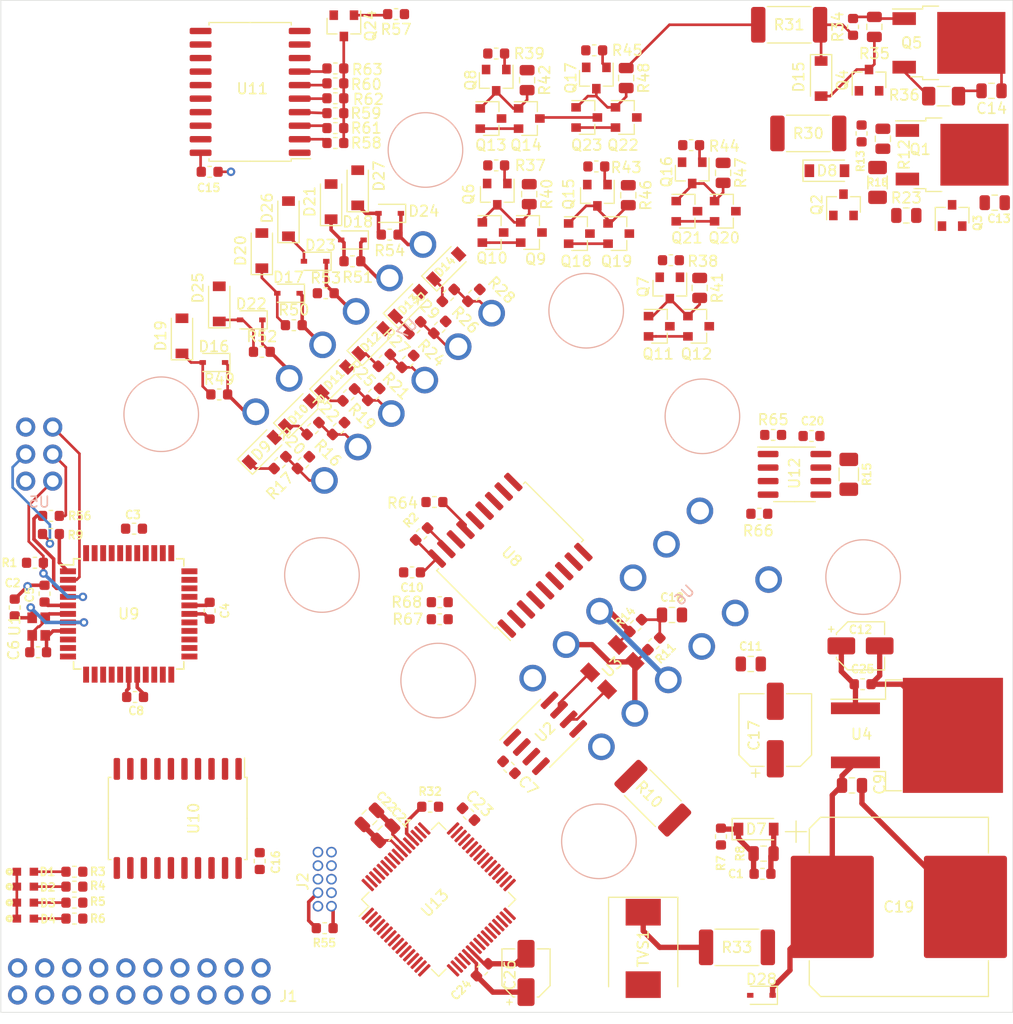
<source format=kicad_pcb>
(kicad_pcb (version 20171130) (host pcbnew "(5.1.4)-1")

  (general
    (thickness 1.6)
    (drawings 4)
    (tracks 366)
    (zones 0)
    (modules 160)
    (nets 149)
  )

  (page A4)
  (layers
    (0 F.Cu signal)
    (1 In1.Cu signal)
    (2 In2.Cu signal)
    (31 B.Cu signal)
    (32 B.Adhes user)
    (33 F.Adhes user)
    (34 B.Paste user)
    (35 F.Paste user)
    (36 B.SilkS user)
    (37 F.SilkS user)
    (38 B.Mask user)
    (39 F.Mask user)
    (40 Dwgs.User user)
    (41 Cmts.User user)
    (42 Eco1.User user)
    (43 Eco2.User user)
    (44 Edge.Cuts user)
    (45 Margin user)
    (46 B.CrtYd user)
    (47 F.CrtYd user)
    (48 B.Fab user)
    (49 F.Fab user hide)
  )

  (setup
    (last_trace_width 0.33)
    (user_trace_width 0.25)
    (user_trace_width 0.33)
    (user_trace_width 0.5)
    (user_trace_width 1)
    (trace_clearance 0.1)
    (zone_clearance 0.508)
    (zone_45_only no)
    (trace_min 0.2)
    (via_size 0.8)
    (via_drill 0.4)
    (via_min_size 0.4)
    (via_min_drill 0.3)
    (user_via 0.8 0.4)
    (uvia_size 0.3)
    (uvia_drill 0.1)
    (uvias_allowed no)
    (uvia_min_size 0.2)
    (uvia_min_drill 0.1)
    (edge_width 0.05)
    (segment_width 0.2)
    (pcb_text_width 0.3)
    (pcb_text_size 1.5 1.5)
    (mod_edge_width 0.12)
    (mod_text_size 1 1)
    (mod_text_width 0.15)
    (pad_size 1.524 1.524)
    (pad_drill 0.762)
    (pad_to_mask_clearance 0.1)
    (solder_mask_min_width 0.25)
    (aux_axis_origin 0 0)
    (grid_origin -95 165)
    (visible_elements 7FFFFFFF)
    (pcbplotparams
      (layerselection 0x010fc_ffffffff)
      (usegerberextensions false)
      (usegerberattributes false)
      (usegerberadvancedattributes false)
      (creategerberjobfile false)
      (excludeedgelayer true)
      (linewidth 0.100000)
      (plotframeref false)
      (viasonmask false)
      (mode 1)
      (useauxorigin false)
      (hpglpennumber 1)
      (hpglpenspeed 20)
      (hpglpendiameter 15.000000)
      (psnegative false)
      (psa4output false)
      (plotreference true)
      (plotvalue true)
      (plotinvisibletext false)
      (padsonsilk false)
      (subtractmaskfromsilk false)
      (outputformat 1)
      (mirror false)
      (drillshape 1)
      (scaleselection 1)
      (outputdirectory ""))
  )

  (net 0 "")
  (net 1 /µC_VCC_SENSE)
  (net 2 GND)
  (net 3 +5V)
  (net 4 µC_PWM1)
  (net 5 µC_PWM2)
  (net 6 µC_PWM3)
  (net 7 µC_PWM4)
  (net 8 µC_PWM5)
  (net 9 µC_PWM6)
  (net 10 "Net-(C13-Pad1)")
  (net 11 "Net-(D8-Pad1)")
  (net 12 µC_FD1)
  (net 13 µC_FD2)
  (net 14 µC_FD3)
  (net 15 µC_FD4)
  (net 16 µC_FD5)
  (net 17 µC_FD6)
  (net 18 "Net-(C14-Pad2)")
  (net 19 "Net-(D15-Pad1)")
  (net 20 µC_DIAG1)
  (net 21 DIAG1)
  (net 22 µC_DIAG3)
  (net 23 DIAG3)
  (net 24 µC_DIAG5)
  (net 25 DIAG5)
  (net 26 µC_DIAG2)
  (net 27 DIAG2)
  (net 28 µC_DIAG4)
  (net 29 DIAG4)
  (net 30 µC_DIAG6)
  (net 31 DIAG6)
  (net 32 "/Output Driver/H_RAIL")
  (net 33 "Net-(Q1-Pad3)")
  (net 34 "Net-(Q1-Pad1)")
  (net 35 /KL30)
  (net 36 "Net-(Q2-Pad1)")
  (net 37 "Net-(Q3-Pad3)")
  (net 38 H_EN)
  (net 39 L_EN)
  (net 40 "/Output Driver/L_RAIL")
  (net 41 "Net-(Q5-Pad3)")
  (net 42 "Net-(Q5-Pad1)")
  (net 43 "Net-(Q10-Pad1)")
  (net 44 "Net-(Q6-Pad1)")
  (net 45 "Net-(Q11-Pad1)")
  (net 46 "Net-(Q7-Pad1)")
  (net 47 "Net-(Q13-Pad1)")
  (net 48 "Net-(Q8-Pad1)")
  (net 49 /PWM1_OUT)
  (net 50 /PWM2_OUT)
  (net 51 "Net-(Q15-Pad3)")
  (net 52 "Net-(Q15-Pad1)")
  (net 53 "Net-(Q16-Pad3)")
  (net 54 "Net-(Q16-Pad1)")
  (net 55 "Net-(Q17-Pad3)")
  (net 56 "Net-(Q17-Pad1)")
  (net 57 LCD_CON)
  (net 58 B4)
  (net 59 B3)
  (net 60 B2)
  (net 61 B1)
  (net 62 B0)
  (net 63 CAN_RX)
  (net 64 CAN_TX)
  (net 65 LCD_EN)
  (net 66 LCD_D6)
  (net 67 LCD_D5)
  (net 68 LCD_D4)
  (net 69 LCD_D3)
  (net 70 LCD_D2)
  (net 71 LCD_D1)
  (net 72 LCD_D0)
  (net 73 USART_RX)
  (net 74 USART_TX)
  (net 75 FAN_REVERSE)
  (net 76 "Net-(U2-Pad7)")
  (net 77 "Net-(U2-Pad6)")
  (net 78 CAN_L)
  (net 79 CAN_H)
  (net 80 "Net-(C2-Pad1)")
  (net 81 "Net-(C4-Pad1)")
  (net 82 "Net-(C6-Pad1)")
  (net 83 "Net-(C18-Pad1)")
  (net 84 "Net-(C20-Pad1)")
  (net 85 "Net-(C21-Pad1)")
  (net 86 VCC)
  (net 87 "Net-(J1-Pad18)")
  (net 88 ~RESET)
  (net 89 "Net-(R2-Pad1)")
  (net 90 IO_0)
  (net 91 IO_1)
  (net 92 IO_2)
  (net 93 IO_3)
  (net 94 B)
  (net 95 A)
  (net 96 MOSI)
  (net 97 SCK)
  (net 98 MISO)
  (net 99 CAN_CS)
  (net 100 CAN_INT)
  (net 101 "Net-(U8-Pad11)")
  (net 102 "Net-(U8-Pad10)")
  (net 103 CAN_CLK)
  (net 104 "Net-(U8-Pad7)")
  (net 105 "Net-(U8-Pad6)")
  (net 106 "Net-(U8-Pad5)")
  (net 107 "Net-(U8-Pad4)")
  (net 108 "Net-(U8-Pad3)")
  (net 109 FD_EN)
  (net 110 DIAG_EN)
  (net 111 "Net-(U10-Pad13)")
  (net 112 RS485_RW)
  (net 113 "Net-(U10-Pad12)")
  (net 114 "Net-(U10-Pad11)")
  (net 115 "Net-(U10-Pad9)")
  (net 116 "Net-(U10-Pad8)")
  (net 117 "Net-(U11-Pad12)")
  (net 118 "Net-(U11-Pad11)")
  (net 119 "Net-(U11-Pad9)")
  (net 120 "Net-(U11-Pad8)")
  (net 121 "Net-(U13-Pad42)")
  (net 122 "Net-(U13-Pad41)")
  (net 123 "Net-(U13-Pad10)")
  (net 124 "Net-(U13-Pad9)")
  (net 125 "Net-(U13-Pad6)")
  (net 126 "Net-(U13-Pad5)")
  (net 127 "Net-(U13-Pad4)")
  (net 128 /SAMC/µC_VCC_SENSE)
  (net 129 "Net-(D28-Pad2)")
  (net 130 /PWM3_OUT)
  (net 131 /PWM5_OUT)
  (net 132 /PWM4_OUT)
  (net 133 /PWM6_OUT)
  (net 134 "Net-(J2-Pad8)")
  (net 135 "Net-(J2-Pad7)")
  (net 136 "Net-(J2-Pad6)")
  (net 137 SWCLK)
  (net 138 SWDIO)
  (net 139 "Net-(C17-Pad1)")
  (net 140 "/Diag inputs/PU_SUPPLY")
  (net 141 "Net-(Q24-Pad1)")
  (net 142 "Net-(R9-Pad1)")
  (net 143 "Net-(R56-Pad1)")
  (net 144 "Net-(R64-Pad1)")
  (net 145 "Net-(R65-Pad2)")
  (net 146 "Net-(R66-Pad2)")
  (net 147 "Net-(R67-Pad2)")
  (net 148 "Net-(R68-Pad2)")

  (net_class Default "This is the default net class."
    (clearance 0.1)
    (trace_width 0.25)
    (via_dia 0.8)
    (via_drill 0.4)
    (uvia_dia 0.3)
    (uvia_drill 0.1)
    (add_net +5V)
    (add_net "/Diag inputs/PU_SUPPLY")
    (add_net /KL30)
    (add_net "/Output Driver/H_RAIL")
    (add_net "/Output Driver/L_RAIL")
    (add_net /PWM1_OUT)
    (add_net /PWM2_OUT)
    (add_net /PWM3_OUT)
    (add_net /PWM4_OUT)
    (add_net /PWM5_OUT)
    (add_net /PWM6_OUT)
    (add_net /SAMC/µC_VCC_SENSE)
    (add_net /µC_VCC_SENSE)
    (add_net A)
    (add_net B)
    (add_net B0)
    (add_net B1)
    (add_net B2)
    (add_net B3)
    (add_net B4)
    (add_net CAN_CLK)
    (add_net CAN_CS)
    (add_net CAN_H)
    (add_net CAN_INT)
    (add_net CAN_L)
    (add_net CAN_RX)
    (add_net CAN_TX)
    (add_net DIAG1)
    (add_net DIAG2)
    (add_net DIAG3)
    (add_net DIAG4)
    (add_net DIAG5)
    (add_net DIAG6)
    (add_net DIAG_EN)
    (add_net FAN_REVERSE)
    (add_net FD_EN)
    (add_net GND)
    (add_net H_EN)
    (add_net IO_0)
    (add_net IO_1)
    (add_net IO_2)
    (add_net IO_3)
    (add_net LCD_CON)
    (add_net LCD_D0)
    (add_net LCD_D1)
    (add_net LCD_D2)
    (add_net LCD_D3)
    (add_net LCD_D4)
    (add_net LCD_D5)
    (add_net LCD_D6)
    (add_net LCD_EN)
    (add_net L_EN)
    (add_net MISO)
    (add_net MOSI)
    (add_net "Net-(C13-Pad1)")
    (add_net "Net-(C14-Pad2)")
    (add_net "Net-(C17-Pad1)")
    (add_net "Net-(C18-Pad1)")
    (add_net "Net-(C2-Pad1)")
    (add_net "Net-(C20-Pad1)")
    (add_net "Net-(C21-Pad1)")
    (add_net "Net-(C4-Pad1)")
    (add_net "Net-(C6-Pad1)")
    (add_net "Net-(D15-Pad1)")
    (add_net "Net-(D28-Pad2)")
    (add_net "Net-(D8-Pad1)")
    (add_net "Net-(J1-Pad18)")
    (add_net "Net-(J2-Pad6)")
    (add_net "Net-(J2-Pad7)")
    (add_net "Net-(J2-Pad8)")
    (add_net "Net-(Q1-Pad1)")
    (add_net "Net-(Q1-Pad3)")
    (add_net "Net-(Q10-Pad1)")
    (add_net "Net-(Q11-Pad1)")
    (add_net "Net-(Q13-Pad1)")
    (add_net "Net-(Q15-Pad1)")
    (add_net "Net-(Q15-Pad3)")
    (add_net "Net-(Q16-Pad1)")
    (add_net "Net-(Q16-Pad3)")
    (add_net "Net-(Q17-Pad1)")
    (add_net "Net-(Q17-Pad3)")
    (add_net "Net-(Q2-Pad1)")
    (add_net "Net-(Q24-Pad1)")
    (add_net "Net-(Q3-Pad3)")
    (add_net "Net-(Q5-Pad1)")
    (add_net "Net-(Q5-Pad3)")
    (add_net "Net-(Q6-Pad1)")
    (add_net "Net-(Q7-Pad1)")
    (add_net "Net-(Q8-Pad1)")
    (add_net "Net-(R2-Pad1)")
    (add_net "Net-(R56-Pad1)")
    (add_net "Net-(R64-Pad1)")
    (add_net "Net-(R65-Pad2)")
    (add_net "Net-(R66-Pad2)")
    (add_net "Net-(R67-Pad2)")
    (add_net "Net-(R68-Pad2)")
    (add_net "Net-(R9-Pad1)")
    (add_net "Net-(U10-Pad11)")
    (add_net "Net-(U10-Pad12)")
    (add_net "Net-(U10-Pad13)")
    (add_net "Net-(U10-Pad8)")
    (add_net "Net-(U10-Pad9)")
    (add_net "Net-(U11-Pad11)")
    (add_net "Net-(U11-Pad12)")
    (add_net "Net-(U11-Pad8)")
    (add_net "Net-(U11-Pad9)")
    (add_net "Net-(U13-Pad10)")
    (add_net "Net-(U13-Pad4)")
    (add_net "Net-(U13-Pad41)")
    (add_net "Net-(U13-Pad42)")
    (add_net "Net-(U13-Pad5)")
    (add_net "Net-(U13-Pad6)")
    (add_net "Net-(U13-Pad9)")
    (add_net "Net-(U2-Pad6)")
    (add_net "Net-(U2-Pad7)")
    (add_net "Net-(U8-Pad10)")
    (add_net "Net-(U8-Pad11)")
    (add_net "Net-(U8-Pad3)")
    (add_net "Net-(U8-Pad4)")
    (add_net "Net-(U8-Pad5)")
    (add_net "Net-(U8-Pad6)")
    (add_net "Net-(U8-Pad7)")
    (add_net RS485_RW)
    (add_net SCK)
    (add_net SWCLK)
    (add_net SWDIO)
    (add_net USART_RX)
    (add_net USART_TX)
    (add_net VCC)
    (add_net ~RESET)
    (add_net µC_DIAG1)
    (add_net µC_DIAG2)
    (add_net µC_DIAG3)
    (add_net µC_DIAG4)
    (add_net µC_DIAG5)
    (add_net µC_DIAG6)
    (add_net µC_FD1)
    (add_net µC_FD2)
    (add_net µC_FD3)
    (add_net µC_FD4)
    (add_net µC_FD5)
    (add_net µC_FD6)
    (add_net µC_PWM1)
    (add_net µC_PWM2)
    (add_net µC_PWM3)
    (add_net µC_PWM4)
    (add_net µC_PWM5)
    (add_net µC_PWM6)
  )

  (module resistor:R_0603 (layer F.Cu) (tedit 5CCCA351) (tstamp 5DA6205D)
    (at 41.2 -38.5)
    (descr "Resistor SMD 0603 (1608 Metric), square (rectangular) end terminal, IPC_7351 nominal, (Body size source: http://www.tortai-tech.com/upload/download/2011102023233369053.pdf), generated with kicad-footprint-generator")
    (tags resistor)
    (path /5DCB9432)
    (attr smd)
    (fp_text reference R68 (at -3.1 0) (layer F.SilkS)
      (effects (font (size 1 1) (thickness 0.15)))
    )
    (fp_text value 33R_0603_1% (at 0 1.43) (layer F.Fab)
      (effects (font (size 1 1) (thickness 0.15)))
    )
    (fp_text user %R (at 0 0) (layer F.Fab)
      (effects (font (size 0.4 0.4) (thickness 0.06)))
    )
    (fp_line (start 1.48 0.73) (end -1.48 0.73) (layer F.CrtYd) (width 0.05))
    (fp_line (start 1.48 -0.73) (end 1.48 0.73) (layer F.CrtYd) (width 0.05))
    (fp_line (start -1.48 -0.73) (end 1.48 -0.73) (layer F.CrtYd) (width 0.05))
    (fp_line (start -1.48 0.73) (end -1.48 -0.73) (layer F.CrtYd) (width 0.05))
    (fp_line (start -0.162779 0.51) (end 0.162779 0.51) (layer F.SilkS) (width 0.12))
    (fp_line (start -0.162779 -0.51) (end 0.162779 -0.51) (layer F.SilkS) (width 0.12))
    (fp_line (start 0.8 0.4) (end -0.8 0.4) (layer F.Fab) (width 0.1))
    (fp_line (start 0.8 -0.4) (end 0.8 0.4) (layer F.Fab) (width 0.1))
    (fp_line (start -0.8 -0.4) (end 0.8 -0.4) (layer F.Fab) (width 0.1))
    (fp_line (start -0.8 0.4) (end -0.8 -0.4) (layer F.Fab) (width 0.1))
    (pad 2 smd roundrect (at 0.7875 0) (size 0.875 0.95) (layers F.Cu F.Paste F.Mask) (roundrect_rratio 0.25)
      (net 148 "Net-(R68-Pad2)"))
    (pad 1 smd roundrect (at -0.7875 0) (size 0.875 0.95) (layers F.Cu F.Paste F.Mask) (roundrect_rratio 0.25)
      (net 63 CAN_RX))
    (model ${SL3DMODEL}/resistor.3dshapes/R_0603.wrl
      (at (xyz 0 0 0))
      (scale (xyz 1 1 1))
      (rotate (xyz 0 0 0))
    )
  )

  (module resistor:R_0603 (layer F.Cu) (tedit 5CCCA351) (tstamp 5DA6204C)
    (at 41.2 -36.9 180)
    (descr "Resistor SMD 0603 (1608 Metric), square (rectangular) end terminal, IPC_7351 nominal, (Body size source: http://www.tortai-tech.com/upload/download/2011102023233369053.pdf), generated with kicad-footprint-generator")
    (tags resistor)
    (path /5DCB91C3)
    (attr smd)
    (fp_text reference R67 (at 3 0) (layer F.SilkS)
      (effects (font (size 1 1) (thickness 0.15)))
    )
    (fp_text value 33R_0603_1% (at 0 1.43) (layer F.Fab)
      (effects (font (size 1 1) (thickness 0.15)))
    )
    (fp_text user %R (at 0 0) (layer F.Fab)
      (effects (font (size 0.4 0.4) (thickness 0.06)))
    )
    (fp_line (start 1.48 0.73) (end -1.48 0.73) (layer F.CrtYd) (width 0.05))
    (fp_line (start 1.48 -0.73) (end 1.48 0.73) (layer F.CrtYd) (width 0.05))
    (fp_line (start -1.48 -0.73) (end 1.48 -0.73) (layer F.CrtYd) (width 0.05))
    (fp_line (start -1.48 0.73) (end -1.48 -0.73) (layer F.CrtYd) (width 0.05))
    (fp_line (start -0.162779 0.51) (end 0.162779 0.51) (layer F.SilkS) (width 0.12))
    (fp_line (start -0.162779 -0.51) (end 0.162779 -0.51) (layer F.SilkS) (width 0.12))
    (fp_line (start 0.8 0.4) (end -0.8 0.4) (layer F.Fab) (width 0.1))
    (fp_line (start 0.8 -0.4) (end 0.8 0.4) (layer F.Fab) (width 0.1))
    (fp_line (start -0.8 -0.4) (end 0.8 -0.4) (layer F.Fab) (width 0.1))
    (fp_line (start -0.8 0.4) (end -0.8 -0.4) (layer F.Fab) (width 0.1))
    (pad 2 smd roundrect (at 0.7875 0 180) (size 0.875 0.95) (layers F.Cu F.Paste F.Mask) (roundrect_rratio 0.25)
      (net 147 "Net-(R67-Pad2)"))
    (pad 1 smd roundrect (at -0.7875 0 180) (size 0.875 0.95) (layers F.Cu F.Paste F.Mask) (roundrect_rratio 0.25)
      (net 64 CAN_TX))
    (model ${SL3DMODEL}/resistor.3dshapes/R_0603.wrl
      (at (xyz 0 0 0))
      (scale (xyz 1 1 1))
      (rotate (xyz 0 0 0))
    )
  )

  (module resistor:R_0603 (layer F.Cu) (tedit 5CCCA351) (tstamp 5DA6203B)
    (at 71.2 -46.8)
    (descr "Resistor SMD 0603 (1608 Metric), square (rectangular) end terminal, IPC_7351 nominal, (Body size source: http://www.tortai-tech.com/upload/download/2011102023233369053.pdf), generated with kicad-footprint-generator")
    (tags resistor)
    (path /5DCB63E8)
    (attr smd)
    (fp_text reference R66 (at -0.1 1.6) (layer F.SilkS)
      (effects (font (size 1 1) (thickness 0.15)))
    )
    (fp_text value 33R_0603_1% (at 0 1.43) (layer F.Fab)
      (effects (font (size 1 1) (thickness 0.15)))
    )
    (fp_text user %R (at 0 0) (layer F.Fab)
      (effects (font (size 0.4 0.4) (thickness 0.06)))
    )
    (fp_line (start 1.48 0.73) (end -1.48 0.73) (layer F.CrtYd) (width 0.05))
    (fp_line (start 1.48 -0.73) (end 1.48 0.73) (layer F.CrtYd) (width 0.05))
    (fp_line (start -1.48 -0.73) (end 1.48 -0.73) (layer F.CrtYd) (width 0.05))
    (fp_line (start -1.48 0.73) (end -1.48 -0.73) (layer F.CrtYd) (width 0.05))
    (fp_line (start -0.162779 0.51) (end 0.162779 0.51) (layer F.SilkS) (width 0.12))
    (fp_line (start -0.162779 -0.51) (end 0.162779 -0.51) (layer F.SilkS) (width 0.12))
    (fp_line (start 0.8 0.4) (end -0.8 0.4) (layer F.Fab) (width 0.1))
    (fp_line (start 0.8 -0.4) (end 0.8 0.4) (layer F.Fab) (width 0.1))
    (fp_line (start -0.8 -0.4) (end 0.8 -0.4) (layer F.Fab) (width 0.1))
    (fp_line (start -0.8 0.4) (end -0.8 -0.4) (layer F.Fab) (width 0.1))
    (pad 2 smd roundrect (at 0.7875 0) (size 0.875 0.95) (layers F.Cu F.Paste F.Mask) (roundrect_rratio 0.25)
      (net 146 "Net-(R66-Pad2)"))
    (pad 1 smd roundrect (at -0.7875 0) (size 0.875 0.95) (layers F.Cu F.Paste F.Mask) (roundrect_rratio 0.25)
      (net 74 USART_TX))
    (model ${SL3DMODEL}/resistor.3dshapes/R_0603.wrl
      (at (xyz 0 0 0))
      (scale (xyz 1 1 1))
      (rotate (xyz 0 0 0))
    )
  )

  (module resistor:R_0603 (layer F.Cu) (tedit 5CCCA351) (tstamp 5DA6202A)
    (at 72.5 -54.2)
    (descr "Resistor SMD 0603 (1608 Metric), square (rectangular) end terminal, IPC_7351 nominal, (Body size source: http://www.tortai-tech.com/upload/download/2011102023233369053.pdf), generated with kicad-footprint-generator")
    (tags resistor)
    (path /5DCB7154)
    (attr smd)
    (fp_text reference R65 (at 0 -1.43) (layer F.SilkS)
      (effects (font (size 1 1) (thickness 0.15)))
    )
    (fp_text value 33R_0603_1% (at 0 1.43) (layer F.Fab)
      (effects (font (size 1 1) (thickness 0.15)))
    )
    (fp_text user %R (at 0 0) (layer F.Fab)
      (effects (font (size 0.4 0.4) (thickness 0.06)))
    )
    (fp_line (start 1.48 0.73) (end -1.48 0.73) (layer F.CrtYd) (width 0.05))
    (fp_line (start 1.48 -0.73) (end 1.48 0.73) (layer F.CrtYd) (width 0.05))
    (fp_line (start -1.48 -0.73) (end 1.48 -0.73) (layer F.CrtYd) (width 0.05))
    (fp_line (start -1.48 0.73) (end -1.48 -0.73) (layer F.CrtYd) (width 0.05))
    (fp_line (start -0.162779 0.51) (end 0.162779 0.51) (layer F.SilkS) (width 0.12))
    (fp_line (start -0.162779 -0.51) (end 0.162779 -0.51) (layer F.SilkS) (width 0.12))
    (fp_line (start 0.8 0.4) (end -0.8 0.4) (layer F.Fab) (width 0.1))
    (fp_line (start 0.8 -0.4) (end 0.8 0.4) (layer F.Fab) (width 0.1))
    (fp_line (start -0.8 -0.4) (end 0.8 -0.4) (layer F.Fab) (width 0.1))
    (fp_line (start -0.8 0.4) (end -0.8 -0.4) (layer F.Fab) (width 0.1))
    (pad 2 smd roundrect (at 0.7875 0) (size 0.875 0.95) (layers F.Cu F.Paste F.Mask) (roundrect_rratio 0.25)
      (net 145 "Net-(R65-Pad2)"))
    (pad 1 smd roundrect (at -0.7875 0) (size 0.875 0.95) (layers F.Cu F.Paste F.Mask) (roundrect_rratio 0.25)
      (net 73 USART_RX))
    (model ${SL3DMODEL}/resistor.3dshapes/R_0603.wrl
      (at (xyz 0 0 0))
      (scale (xyz 1 1 1))
      (rotate (xyz 0 0 0))
    )
  )

  (module resistor:R_0603 (layer F.Cu) (tedit 5CCCA351) (tstamp 5DA62019)
    (at 40.7 -47.9 180)
    (descr "Resistor SMD 0603 (1608 Metric), square (rectangular) end terminal, IPC_7351 nominal, (Body size source: http://www.tortai-tech.com/upload/download/2011102023233369053.pdf), generated with kicad-footprint-generator")
    (tags resistor)
    (path /5DCB79A2)
    (attr smd)
    (fp_text reference R64 (at 3 -0.1) (layer F.SilkS)
      (effects (font (size 1 1) (thickness 0.15)))
    )
    (fp_text value 33R_0603_1% (at 0 1.43) (layer F.Fab)
      (effects (font (size 1 1) (thickness 0.15)))
    )
    (fp_text user %R (at 0 0) (layer F.Fab)
      (effects (font (size 0.4 0.4) (thickness 0.06)))
    )
    (fp_line (start 1.48 0.73) (end -1.48 0.73) (layer F.CrtYd) (width 0.05))
    (fp_line (start 1.48 -0.73) (end 1.48 0.73) (layer F.CrtYd) (width 0.05))
    (fp_line (start -1.48 -0.73) (end 1.48 -0.73) (layer F.CrtYd) (width 0.05))
    (fp_line (start -1.48 0.73) (end -1.48 -0.73) (layer F.CrtYd) (width 0.05))
    (fp_line (start -0.162779 0.51) (end 0.162779 0.51) (layer F.SilkS) (width 0.12))
    (fp_line (start -0.162779 -0.51) (end 0.162779 -0.51) (layer F.SilkS) (width 0.12))
    (fp_line (start 0.8 0.4) (end -0.8 0.4) (layer F.Fab) (width 0.1))
    (fp_line (start 0.8 -0.4) (end 0.8 0.4) (layer F.Fab) (width 0.1))
    (fp_line (start -0.8 -0.4) (end 0.8 -0.4) (layer F.Fab) (width 0.1))
    (fp_line (start -0.8 0.4) (end -0.8 -0.4) (layer F.Fab) (width 0.1))
    (pad 2 smd roundrect (at 0.7875 0 180) (size 0.875 0.95) (layers F.Cu F.Paste F.Mask) (roundrect_rratio 0.25)
      (net 98 MISO))
    (pad 1 smd roundrect (at -0.7875 0 180) (size 0.875 0.95) (layers F.Cu F.Paste F.Mask) (roundrect_rratio 0.25)
      (net 144 "Net-(R64-Pad1)"))
    (model ${SL3DMODEL}/resistor.3dshapes/R_0603.wrl
      (at (xyz 0 0 0))
      (scale (xyz 1 1 1))
      (rotate (xyz 0 0 0))
    )
  )

  (module resistor:R_0603 (layer F.Cu) (tedit 5CCCA351) (tstamp 5DA5CFB3)
    (at 31.4 -88.6 180)
    (descr "Resistor SMD 0603 (1608 Metric), square (rectangular) end terminal, IPC_7351 nominal, (Body size source: http://www.tortai-tech.com/upload/download/2011102023233369053.pdf), generated with kicad-footprint-generator")
    (tags resistor)
    (path /5DD13EB4/5DC9A4F0)
    (attr smd)
    (fp_text reference R63 (at -3 -0.1) (layer F.SilkS)
      (effects (font (size 1 1) (thickness 0.15)))
    )
    (fp_text value 10K_0603_1% (at 0 1.43) (layer F.Fab)
      (effects (font (size 1 1) (thickness 0.15)))
    )
    (fp_text user %R (at 0 0) (layer F.Fab)
      (effects (font (size 0.4 0.4) (thickness 0.06)))
    )
    (fp_line (start 1.48 0.73) (end -1.48 0.73) (layer F.CrtYd) (width 0.05))
    (fp_line (start 1.48 -0.73) (end 1.48 0.73) (layer F.CrtYd) (width 0.05))
    (fp_line (start -1.48 -0.73) (end 1.48 -0.73) (layer F.CrtYd) (width 0.05))
    (fp_line (start -1.48 0.73) (end -1.48 -0.73) (layer F.CrtYd) (width 0.05))
    (fp_line (start -0.162779 0.51) (end 0.162779 0.51) (layer F.SilkS) (width 0.12))
    (fp_line (start -0.162779 -0.51) (end 0.162779 -0.51) (layer F.SilkS) (width 0.12))
    (fp_line (start 0.8 0.4) (end -0.8 0.4) (layer F.Fab) (width 0.1))
    (fp_line (start 0.8 -0.4) (end 0.8 0.4) (layer F.Fab) (width 0.1))
    (fp_line (start -0.8 -0.4) (end 0.8 -0.4) (layer F.Fab) (width 0.1))
    (fp_line (start -0.8 0.4) (end -0.8 -0.4) (layer F.Fab) (width 0.1))
    (pad 2 smd roundrect (at 0.7875 0 180) (size 0.875 0.95) (layers F.Cu F.Paste F.Mask) (roundrect_rratio 0.25)
      (net 30 µC_DIAG6))
    (pad 1 smd roundrect (at -0.7875 0 180) (size 0.875 0.95) (layers F.Cu F.Paste F.Mask) (roundrect_rratio 0.25)
      (net 140 "/Diag inputs/PU_SUPPLY"))
    (model ${SL3DMODEL}/resistor.3dshapes/R_0603.wrl
      (at (xyz 0 0 0))
      (scale (xyz 1 1 1))
      (rotate (xyz 0 0 0))
    )
  )

  (module resistor:R_0603 (layer F.Cu) (tedit 5CCCA351) (tstamp 5DA5CFA2)
    (at 31.4 -85.8 180)
    (descr "Resistor SMD 0603 (1608 Metric), square (rectangular) end terminal, IPC_7351 nominal, (Body size source: http://www.tortai-tech.com/upload/download/2011102023233369053.pdf), generated with kicad-footprint-generator")
    (tags resistor)
    (path /5DD13EB4/5DC999C2)
    (attr smd)
    (fp_text reference R62 (at -3.1 -0.1) (layer F.SilkS)
      (effects (font (size 1 1) (thickness 0.15)))
    )
    (fp_text value 10K_0603_1% (at 0 1.43) (layer F.Fab)
      (effects (font (size 1 1) (thickness 0.15)))
    )
    (fp_text user %R (at 0 0) (layer F.Fab)
      (effects (font (size 0.4 0.4) (thickness 0.06)))
    )
    (fp_line (start 1.48 0.73) (end -1.48 0.73) (layer F.CrtYd) (width 0.05))
    (fp_line (start 1.48 -0.73) (end 1.48 0.73) (layer F.CrtYd) (width 0.05))
    (fp_line (start -1.48 -0.73) (end 1.48 -0.73) (layer F.CrtYd) (width 0.05))
    (fp_line (start -1.48 0.73) (end -1.48 -0.73) (layer F.CrtYd) (width 0.05))
    (fp_line (start -0.162779 0.51) (end 0.162779 0.51) (layer F.SilkS) (width 0.12))
    (fp_line (start -0.162779 -0.51) (end 0.162779 -0.51) (layer F.SilkS) (width 0.12))
    (fp_line (start 0.8 0.4) (end -0.8 0.4) (layer F.Fab) (width 0.1))
    (fp_line (start 0.8 -0.4) (end 0.8 0.4) (layer F.Fab) (width 0.1))
    (fp_line (start -0.8 -0.4) (end 0.8 -0.4) (layer F.Fab) (width 0.1))
    (fp_line (start -0.8 0.4) (end -0.8 -0.4) (layer F.Fab) (width 0.1))
    (pad 2 smd roundrect (at 0.7875 0 180) (size 0.875 0.95) (layers F.Cu F.Paste F.Mask) (roundrect_rratio 0.25)
      (net 28 µC_DIAG4))
    (pad 1 smd roundrect (at -0.7875 0 180) (size 0.875 0.95) (layers F.Cu F.Paste F.Mask) (roundrect_rratio 0.25)
      (net 140 "/Diag inputs/PU_SUPPLY"))
    (model ${SL3DMODEL}/resistor.3dshapes/R_0603.wrl
      (at (xyz 0 0 0))
      (scale (xyz 1 1 1))
      (rotate (xyz 0 0 0))
    )
  )

  (module resistor:R_0603 (layer F.Cu) (tedit 5CCCA351) (tstamp 5DA5CF91)
    (at 31.4 -83 180)
    (descr "Resistor SMD 0603 (1608 Metric), square (rectangular) end terminal, IPC_7351 nominal, (Body size source: http://www.tortai-tech.com/upload/download/2011102023233369053.pdf), generated with kicad-footprint-generator")
    (tags resistor)
    (path /5DD13EB4/5DC949FB)
    (attr smd)
    (fp_text reference R61 (at -2.9 0) (layer F.SilkS)
      (effects (font (size 1 1) (thickness 0.15)))
    )
    (fp_text value 10K_0603_1% (at 0 1.43) (layer F.Fab)
      (effects (font (size 1 1) (thickness 0.15)))
    )
    (fp_text user %R (at 0 0) (layer F.Fab)
      (effects (font (size 0.4 0.4) (thickness 0.06)))
    )
    (fp_line (start 1.48 0.73) (end -1.48 0.73) (layer F.CrtYd) (width 0.05))
    (fp_line (start 1.48 -0.73) (end 1.48 0.73) (layer F.CrtYd) (width 0.05))
    (fp_line (start -1.48 -0.73) (end 1.48 -0.73) (layer F.CrtYd) (width 0.05))
    (fp_line (start -1.48 0.73) (end -1.48 -0.73) (layer F.CrtYd) (width 0.05))
    (fp_line (start -0.162779 0.51) (end 0.162779 0.51) (layer F.SilkS) (width 0.12))
    (fp_line (start -0.162779 -0.51) (end 0.162779 -0.51) (layer F.SilkS) (width 0.12))
    (fp_line (start 0.8 0.4) (end -0.8 0.4) (layer F.Fab) (width 0.1))
    (fp_line (start 0.8 -0.4) (end 0.8 0.4) (layer F.Fab) (width 0.1))
    (fp_line (start -0.8 -0.4) (end 0.8 -0.4) (layer F.Fab) (width 0.1))
    (fp_line (start -0.8 0.4) (end -0.8 -0.4) (layer F.Fab) (width 0.1))
    (pad 2 smd roundrect (at 0.7875 0 180) (size 0.875 0.95) (layers F.Cu F.Paste F.Mask) (roundrect_rratio 0.25)
      (net 26 µC_DIAG2))
    (pad 1 smd roundrect (at -0.7875 0 180) (size 0.875 0.95) (layers F.Cu F.Paste F.Mask) (roundrect_rratio 0.25)
      (net 140 "/Diag inputs/PU_SUPPLY"))
    (model ${SL3DMODEL}/resistor.3dshapes/R_0603.wrl
      (at (xyz 0 0 0))
      (scale (xyz 1 1 1))
      (rotate (xyz 0 0 0))
    )
  )

  (module resistor:R_0603 (layer F.Cu) (tedit 5CCCA351) (tstamp 5DA5CF80)
    (at 31.4 -87.2 180)
    (descr "Resistor SMD 0603 (1608 Metric), square (rectangular) end terminal, IPC_7351 nominal, (Body size source: http://www.tortai-tech.com/upload/download/2011102023233369053.pdf), generated with kicad-footprint-generator")
    (tags resistor)
    (path /5DD13EB4/5DC9B025)
    (attr smd)
    (fp_text reference R60 (at -2.9 -0.1) (layer F.SilkS)
      (effects (font (size 1 1) (thickness 0.15)))
    )
    (fp_text value 10K_0603_1% (at 0 1.43) (layer F.Fab)
      (effects (font (size 1 1) (thickness 0.15)))
    )
    (fp_text user %R (at 0 0) (layer F.Fab)
      (effects (font (size 0.4 0.4) (thickness 0.06)))
    )
    (fp_line (start 1.48 0.73) (end -1.48 0.73) (layer F.CrtYd) (width 0.05))
    (fp_line (start 1.48 -0.73) (end 1.48 0.73) (layer F.CrtYd) (width 0.05))
    (fp_line (start -1.48 -0.73) (end 1.48 -0.73) (layer F.CrtYd) (width 0.05))
    (fp_line (start -1.48 0.73) (end -1.48 -0.73) (layer F.CrtYd) (width 0.05))
    (fp_line (start -0.162779 0.51) (end 0.162779 0.51) (layer F.SilkS) (width 0.12))
    (fp_line (start -0.162779 -0.51) (end 0.162779 -0.51) (layer F.SilkS) (width 0.12))
    (fp_line (start 0.8 0.4) (end -0.8 0.4) (layer F.Fab) (width 0.1))
    (fp_line (start 0.8 -0.4) (end 0.8 0.4) (layer F.Fab) (width 0.1))
    (fp_line (start -0.8 -0.4) (end 0.8 -0.4) (layer F.Fab) (width 0.1))
    (fp_line (start -0.8 0.4) (end -0.8 -0.4) (layer F.Fab) (width 0.1))
    (pad 2 smd roundrect (at 0.7875 0 180) (size 0.875 0.95) (layers F.Cu F.Paste F.Mask) (roundrect_rratio 0.25)
      (net 24 µC_DIAG5))
    (pad 1 smd roundrect (at -0.7875 0 180) (size 0.875 0.95) (layers F.Cu F.Paste F.Mask) (roundrect_rratio 0.25)
      (net 140 "/Diag inputs/PU_SUPPLY"))
    (model ${SL3DMODEL}/resistor.3dshapes/R_0603.wrl
      (at (xyz 0 0 0))
      (scale (xyz 1 1 1))
      (rotate (xyz 0 0 0))
    )
  )

  (module resistor:R_0603 (layer F.Cu) (tedit 5CCCA351) (tstamp 5DA5CF6F)
    (at 31.4 -84.4 180)
    (descr "Resistor SMD 0603 (1608 Metric), square (rectangular) end terminal, IPC_7351 nominal, (Body size source: http://www.tortai-tech.com/upload/download/2011102023233369053.pdf), generated with kicad-footprint-generator")
    (tags resistor)
    (path /5DD13EB4/5DC99061)
    (attr smd)
    (fp_text reference R59 (at -2.87 -0.01) (layer F.SilkS)
      (effects (font (size 1 1) (thickness 0.15)))
    )
    (fp_text value 10K_0603_1% (at 0 1.43) (layer F.Fab)
      (effects (font (size 1 1) (thickness 0.15)))
    )
    (fp_text user %R (at 0 0) (layer F.Fab)
      (effects (font (size 0.4 0.4) (thickness 0.06)))
    )
    (fp_line (start 1.48 0.73) (end -1.48 0.73) (layer F.CrtYd) (width 0.05))
    (fp_line (start 1.48 -0.73) (end 1.48 0.73) (layer F.CrtYd) (width 0.05))
    (fp_line (start -1.48 -0.73) (end 1.48 -0.73) (layer F.CrtYd) (width 0.05))
    (fp_line (start -1.48 0.73) (end -1.48 -0.73) (layer F.CrtYd) (width 0.05))
    (fp_line (start -0.162779 0.51) (end 0.162779 0.51) (layer F.SilkS) (width 0.12))
    (fp_line (start -0.162779 -0.51) (end 0.162779 -0.51) (layer F.SilkS) (width 0.12))
    (fp_line (start 0.8 0.4) (end -0.8 0.4) (layer F.Fab) (width 0.1))
    (fp_line (start 0.8 -0.4) (end 0.8 0.4) (layer F.Fab) (width 0.1))
    (fp_line (start -0.8 -0.4) (end 0.8 -0.4) (layer F.Fab) (width 0.1))
    (fp_line (start -0.8 0.4) (end -0.8 -0.4) (layer F.Fab) (width 0.1))
    (pad 2 smd roundrect (at 0.7875 0 180) (size 0.875 0.95) (layers F.Cu F.Paste F.Mask) (roundrect_rratio 0.25)
      (net 22 µC_DIAG3))
    (pad 1 smd roundrect (at -0.7875 0 180) (size 0.875 0.95) (layers F.Cu F.Paste F.Mask) (roundrect_rratio 0.25)
      (net 140 "/Diag inputs/PU_SUPPLY"))
    (model ${SL3DMODEL}/resistor.3dshapes/R_0603.wrl
      (at (xyz 0 0 0))
      (scale (xyz 1 1 1))
      (rotate (xyz 0 0 0))
    )
  )

  (module resistor:R_0603 (layer F.Cu) (tedit 5CCCA351) (tstamp 5DA5E0AF)
    (at 31.4 -81.6 180)
    (descr "Resistor SMD 0603 (1608 Metric), square (rectangular) end terminal, IPC_7351 nominal, (Body size source: http://www.tortai-tech.com/upload/download/2011102023233369053.pdf), generated with kicad-footprint-generator")
    (tags resistor)
    (path /5DD13EB4/5DC72669)
    (attr smd)
    (fp_text reference R58 (at -2.9 0) (layer F.SilkS)
      (effects (font (size 1 1) (thickness 0.15)))
    )
    (fp_text value 10K_0603_1% (at 0 1.43) (layer F.Fab)
      (effects (font (size 1 1) (thickness 0.15)))
    )
    (fp_text user %R (at 0 0) (layer F.Fab)
      (effects (font (size 0.4 0.4) (thickness 0.06)))
    )
    (fp_line (start 1.48 0.73) (end -1.48 0.73) (layer F.CrtYd) (width 0.05))
    (fp_line (start 1.48 -0.73) (end 1.48 0.73) (layer F.CrtYd) (width 0.05))
    (fp_line (start -1.48 -0.73) (end 1.48 -0.73) (layer F.CrtYd) (width 0.05))
    (fp_line (start -1.48 0.73) (end -1.48 -0.73) (layer F.CrtYd) (width 0.05))
    (fp_line (start -0.162779 0.51) (end 0.162779 0.51) (layer F.SilkS) (width 0.12))
    (fp_line (start -0.162779 -0.51) (end 0.162779 -0.51) (layer F.SilkS) (width 0.12))
    (fp_line (start 0.8 0.4) (end -0.8 0.4) (layer F.Fab) (width 0.1))
    (fp_line (start 0.8 -0.4) (end 0.8 0.4) (layer F.Fab) (width 0.1))
    (fp_line (start -0.8 -0.4) (end 0.8 -0.4) (layer F.Fab) (width 0.1))
    (fp_line (start -0.8 0.4) (end -0.8 -0.4) (layer F.Fab) (width 0.1))
    (pad 2 smd roundrect (at 0.7875 0 180) (size 0.875 0.95) (layers F.Cu F.Paste F.Mask) (roundrect_rratio 0.25)
      (net 20 µC_DIAG1))
    (pad 1 smd roundrect (at -0.7875 0 180) (size 0.875 0.95) (layers F.Cu F.Paste F.Mask) (roundrect_rratio 0.25)
      (net 140 "/Diag inputs/PU_SUPPLY"))
    (model ${SL3DMODEL}/resistor.3dshapes/R_0603.wrl
      (at (xyz 0 0 0))
      (scale (xyz 1 1 1))
      (rotate (xyz 0 0 0))
    )
  )

  (module resistor:R_0603 (layer F.Cu) (tedit 5CCCA351) (tstamp 5DA5CF4D)
    (at 37.1 -93.7 180)
    (descr "Resistor SMD 0603 (1608 Metric), square (rectangular) end terminal, IPC_7351 nominal, (Body size source: http://www.tortai-tech.com/upload/download/2011102023233369053.pdf), generated with kicad-footprint-generator")
    (tags resistor)
    (path /5DD13EB4/5DC7117F)
    (attr smd)
    (fp_text reference R57 (at 0 -1.43) (layer F.SilkS)
      (effects (font (size 1 1) (thickness 0.15)))
    )
    (fp_text value 1K_0603_1% (at 0 1.43) (layer F.Fab)
      (effects (font (size 1 1) (thickness 0.15)))
    )
    (fp_text user %R (at 0 0) (layer F.Fab)
      (effects (font (size 0.4 0.4) (thickness 0.06)))
    )
    (fp_line (start 1.48 0.73) (end -1.48 0.73) (layer F.CrtYd) (width 0.05))
    (fp_line (start 1.48 -0.73) (end 1.48 0.73) (layer F.CrtYd) (width 0.05))
    (fp_line (start -1.48 -0.73) (end 1.48 -0.73) (layer F.CrtYd) (width 0.05))
    (fp_line (start -1.48 0.73) (end -1.48 -0.73) (layer F.CrtYd) (width 0.05))
    (fp_line (start -0.162779 0.51) (end 0.162779 0.51) (layer F.SilkS) (width 0.12))
    (fp_line (start -0.162779 -0.51) (end 0.162779 -0.51) (layer F.SilkS) (width 0.12))
    (fp_line (start 0.8 0.4) (end -0.8 0.4) (layer F.Fab) (width 0.1))
    (fp_line (start 0.8 -0.4) (end 0.8 0.4) (layer F.Fab) (width 0.1))
    (fp_line (start -0.8 -0.4) (end 0.8 -0.4) (layer F.Fab) (width 0.1))
    (fp_line (start -0.8 0.4) (end -0.8 -0.4) (layer F.Fab) (width 0.1))
    (pad 2 smd roundrect (at 0.7875 0 180) (size 0.875 0.95) (layers F.Cu F.Paste F.Mask) (roundrect_rratio 0.25)
      (net 141 "Net-(Q24-Pad1)"))
    (pad 1 smd roundrect (at -0.7875 0 180) (size 0.875 0.95) (layers F.Cu F.Paste F.Mask) (roundrect_rratio 0.25)
      (net 58 B4))
    (model ${SL3DMODEL}/resistor.3dshapes/R_0603.wrl
      (at (xyz 0 0 0))
      (scale (xyz 1 1 1))
      (rotate (xyz 0 0 0))
    )
  )

  (module resistor:R_0603 (layer F.Cu) (tedit 5CCCA351) (tstamp 5DA5CF3C)
    (at 4.7 -46.6)
    (descr "Resistor SMD 0603 (1608 Metric), square (rectangular) end terminal, IPC_7351 nominal, (Body size source: http://www.tortai-tech.com/upload/download/2011102023233369053.pdf), generated with kicad-footprint-generator")
    (tags resistor)
    (path /5DC4D346)
    (attr smd)
    (fp_text reference R56 (at 2.7 0) (layer F.SilkS)
      (effects (font (size 0.75 0.75) (thickness 0.15)))
    )
    (fp_text value 33R_0603_1% (at 0 1.43) (layer F.Fab)
      (effects (font (size 1 1) (thickness 0.15)))
    )
    (fp_text user %R (at 0 0) (layer F.Fab)
      (effects (font (size 0.4 0.4) (thickness 0.06)))
    )
    (fp_line (start 1.48 0.73) (end -1.48 0.73) (layer F.CrtYd) (width 0.05))
    (fp_line (start 1.48 -0.73) (end 1.48 0.73) (layer F.CrtYd) (width 0.05))
    (fp_line (start -1.48 -0.73) (end 1.48 -0.73) (layer F.CrtYd) (width 0.05))
    (fp_line (start -1.48 0.73) (end -1.48 -0.73) (layer F.CrtYd) (width 0.05))
    (fp_line (start -0.162779 0.51) (end 0.162779 0.51) (layer F.SilkS) (width 0.12))
    (fp_line (start -0.162779 -0.51) (end 0.162779 -0.51) (layer F.SilkS) (width 0.12))
    (fp_line (start 0.8 0.4) (end -0.8 0.4) (layer F.Fab) (width 0.1))
    (fp_line (start 0.8 -0.4) (end 0.8 0.4) (layer F.Fab) (width 0.1))
    (fp_line (start -0.8 -0.4) (end 0.8 -0.4) (layer F.Fab) (width 0.1))
    (fp_line (start -0.8 0.4) (end -0.8 -0.4) (layer F.Fab) (width 0.1))
    (pad 2 smd roundrect (at 0.7875 0) (size 0.875 0.95) (layers F.Cu F.Paste F.Mask) (roundrect_rratio 0.25)
      (net 97 SCK))
    (pad 1 smd roundrect (at -0.7875 0) (size 0.875 0.95) (layers F.Cu F.Paste F.Mask) (roundrect_rratio 0.25)
      (net 143 "Net-(R56-Pad1)"))
    (model ${SL3DMODEL}/resistor.3dshapes/R_0603.wrl
      (at (xyz 0 0 0))
      (scale (xyz 1 1 1))
      (rotate (xyz 0 0 0))
    )
  )

  (module resistor:R_0603 (layer F.Cu) (tedit 5CCCA351) (tstamp 5DA5C96B)
    (at 4.7 -44.9 180)
    (descr "Resistor SMD 0603 (1608 Metric), square (rectangular) end terminal, IPC_7351 nominal, (Body size source: http://www.tortai-tech.com/upload/download/2011102023233369053.pdf), generated with kicad-footprint-generator")
    (tags resistor)
    (path /5DC49C6F)
    (attr smd)
    (fp_text reference R9 (at -2.3 -0.1) (layer F.SilkS)
      (effects (font (size 0.75 0.75) (thickness 0.15)))
    )
    (fp_text value 33R_0603_1% (at 0 1.43) (layer F.Fab)
      (effects (font (size 1 1) (thickness 0.15)))
    )
    (fp_text user %R (at 0 0) (layer F.Fab)
      (effects (font (size 0.4 0.4) (thickness 0.06)))
    )
    (fp_line (start 1.48 0.73) (end -1.48 0.73) (layer F.CrtYd) (width 0.05))
    (fp_line (start 1.48 -0.73) (end 1.48 0.73) (layer F.CrtYd) (width 0.05))
    (fp_line (start -1.48 -0.73) (end 1.48 -0.73) (layer F.CrtYd) (width 0.05))
    (fp_line (start -1.48 0.73) (end -1.48 -0.73) (layer F.CrtYd) (width 0.05))
    (fp_line (start -0.162779 0.51) (end 0.162779 0.51) (layer F.SilkS) (width 0.12))
    (fp_line (start -0.162779 -0.51) (end 0.162779 -0.51) (layer F.SilkS) (width 0.12))
    (fp_line (start 0.8 0.4) (end -0.8 0.4) (layer F.Fab) (width 0.1))
    (fp_line (start 0.8 -0.4) (end 0.8 0.4) (layer F.Fab) (width 0.1))
    (fp_line (start -0.8 -0.4) (end 0.8 -0.4) (layer F.Fab) (width 0.1))
    (fp_line (start -0.8 0.4) (end -0.8 -0.4) (layer F.Fab) (width 0.1))
    (pad 2 smd roundrect (at 0.7875 0 180) (size 0.875 0.95) (layers F.Cu F.Paste F.Mask) (roundrect_rratio 0.25)
      (net 96 MOSI))
    (pad 1 smd roundrect (at -0.7875 0 180) (size 0.875 0.95) (layers F.Cu F.Paste F.Mask) (roundrect_rratio 0.25)
      (net 142 "Net-(R9-Pad1)"))
    (model ${SL3DMODEL}/resistor.3dshapes/R_0603.wrl
      (at (xyz 0 0 0))
      (scale (xyz 1 1 1))
      (rotate (xyz 0 0 0))
    )
  )

  (module Package_TO_SOT_SMD:SOT-23 (layer F.Cu) (tedit 5CEACB71) (tstamp 5DA5C85A)
    (at 32.2 -92.6 270)
    (descr "SOT-23, Standard")
    (tags SOT-23)
    (path /5DD13EB4/5DC6E9BC)
    (attr smd)
    (fp_text reference Q24 (at 0 -2.5 90) (layer F.SilkS)
      (effects (font (size 1 1) (thickness 0.15)))
    )
    (fp_text value MMBT5401LT3G (at 0 2.5 90) (layer F.Fab)
      (effects (font (size 1 1) (thickness 0.15)))
    )
    (fp_line (start 0.76 1.58) (end -0.7 1.58) (layer F.SilkS) (width 0.12))
    (fp_line (start 0.76 -1.58) (end -1.4 -1.58) (layer F.SilkS) (width 0.12))
    (fp_line (start -1.7 1.75) (end -1.7 -1.75) (layer F.CrtYd) (width 0.05))
    (fp_line (start 1.7 1.75) (end -1.7 1.75) (layer F.CrtYd) (width 0.05))
    (fp_line (start 1.7 -1.75) (end 1.7 1.75) (layer F.CrtYd) (width 0.05))
    (fp_line (start -1.7 -1.75) (end 1.7 -1.75) (layer F.CrtYd) (width 0.05))
    (fp_line (start 0.76 -1.58) (end 0.76 -0.65) (layer F.SilkS) (width 0.12))
    (fp_line (start 0.76 1.58) (end 0.76 0.65) (layer F.SilkS) (width 0.12))
    (fp_line (start -0.7 1.52) (end 0.7 1.52) (layer F.Fab) (width 0.1))
    (fp_line (start 0.7 -1.52) (end 0.7 1.52) (layer F.Fab) (width 0.1))
    (fp_line (start -0.7 -0.95) (end -0.15 -1.52) (layer F.Fab) (width 0.1))
    (fp_line (start -0.15 -1.52) (end 0.7 -1.52) (layer F.Fab) (width 0.1))
    (fp_line (start -0.7 -0.95) (end -0.7 1.5) (layer F.Fab) (width 0.1))
    (fp_text user %R (at 0 0) (layer F.Fab)
      (effects (font (size 0.5 0.5) (thickness 0.075)))
    )
    (pad 3 smd rect (at 1 0 270) (size 0.9 0.8) (layers F.Cu F.Paste F.Mask)
      (net 140 "/Diag inputs/PU_SUPPLY"))
    (pad 2 smd rect (at -1 0.95 270) (size 0.9 0.8) (layers F.Cu F.Paste F.Mask)
      (net 3 +5V))
    (pad 1 smd rect (at -1 -0.95 270) (size 0.9 0.8) (layers F.Cu F.Paste F.Mask)
      (net 141 "Net-(Q24-Pad1)"))
    (model ${SL3DMODEL}/Package_TO_SOT_SMD.3dshapes/SOT-23.wrl
      (at (xyz 0 0 0))
      (scale (xyz 1 1 1))
      (rotate (xyz 0 0 0))
    )
  )

  (module resistor:R_0603 (layer F.Cu) (tedit 5CCCA351) (tstamp 5DA62018)
    (at 30.4 -7.9 180)
    (descr "Resistor SMD 0603 (1608 Metric), square (rectangular) end terminal, IPC_7351 nominal, (Body size source: http://www.tortai-tech.com/upload/download/2011102023233369053.pdf), generated with kicad-footprint-generator")
    (tags resistor)
    (path /5DE6B8EB/5DC88D23)
    (attr smd)
    (fp_text reference R55 (at 0.03 -1.385) (layer F.SilkS)
      (effects (font (size 0.75 0.75) (thickness 0.15)))
    )
    (fp_text value 1K_0603_1% (at 0 1.43) (layer F.Fab)
      (effects (font (size 1 1) (thickness 0.15)))
    )
    (fp_text user %R (at 0 0) (layer F.Fab)
      (effects (font (size 0.4 0.4) (thickness 0.06)))
    )
    (fp_line (start 1.48 0.73) (end -1.48 0.73) (layer F.CrtYd) (width 0.05))
    (fp_line (start 1.48 -0.73) (end 1.48 0.73) (layer F.CrtYd) (width 0.05))
    (fp_line (start -1.48 -0.73) (end 1.48 -0.73) (layer F.CrtYd) (width 0.05))
    (fp_line (start -1.48 0.73) (end -1.48 -0.73) (layer F.CrtYd) (width 0.05))
    (fp_line (start -0.162779 0.51) (end 0.162779 0.51) (layer F.SilkS) (width 0.12))
    (fp_line (start -0.162779 -0.51) (end 0.162779 -0.51) (layer F.SilkS) (width 0.12))
    (fp_line (start 0.8 0.4) (end -0.8 0.4) (layer F.Fab) (width 0.1))
    (fp_line (start 0.8 -0.4) (end 0.8 0.4) (layer F.Fab) (width 0.1))
    (fp_line (start -0.8 -0.4) (end 0.8 -0.4) (layer F.Fab) (width 0.1))
    (fp_line (start -0.8 0.4) (end -0.8 -0.4) (layer F.Fab) (width 0.1))
    (pad 2 smd roundrect (at 0.7875 0 180) (size 0.875 0.95) (layers F.Cu F.Paste F.Mask) (roundrect_rratio 0.25)
      (net 137 SWCLK))
    (pad 1 smd roundrect (at -0.7875 0 180) (size 0.875 0.95) (layers F.Cu F.Paste F.Mask) (roundrect_rratio 0.25)
      (net 3 +5V))
    (model ${SL3DMODEL}/resistor.3dshapes/R_0603.wrl
      (at (xyz 0 0 0))
      (scale (xyz 1 1 1))
      (rotate (xyz 0 0 0))
    )
  )

  (module Header_WE:62201021121 (layer F.Cu) (tedit 5DA48D62) (tstamp 5DA61573)
    (at 30.4 -12.5 90)
    (descr "2x5 @ 1.27mm 5H TH")
    (path /5DE6B8EB/5DC8CEC1)
    (fp_text reference J2 (at -0.212132 -2.05061 90) (layer F.SilkS)
      (effects (font (size 1 1) (thickness 0.15)))
    )
    (fp_text value ARM_SWD_INTERFACE (at -5.08 -6.35 90) (layer F.Fab)
      (effects (font (size 1 1) (thickness 0.15)))
    )
    (fp_line (start -3.175 1.27) (end -3.175 -1.27) (layer Dwgs.User) (width 0.12))
    (fp_line (start 3.175 1.27) (end -3.175 1.27) (layer Dwgs.User) (width 0.12))
    (fp_line (start 3.175 -1.27) (end 3.175 1.27) (layer Dwgs.User) (width 0.12))
    (fp_line (start -3.175 -1.27) (end 3.175 -1.27) (layer Dwgs.User) (width 0.12))
    (pad 10 thru_hole circle (at 2.54 -0.635 90) (size 1 1) (drill 0.7) (layers *.Cu *.Mask)
      (net 88 ~RESET))
    (pad 9 thru_hole circle (at 2.54 0.635 90) (size 1 1) (drill 0.7) (layers *.Cu *.Mask)
      (net 2 GND))
    (pad 8 thru_hole circle (at 1.27 -0.635 90) (size 1 1) (drill 0.7) (layers *.Cu *.Mask)
      (net 134 "Net-(J2-Pad8)"))
    (pad 7 thru_hole circle (at 1.27 0.635 90) (size 1 1) (drill 0.7) (layers *.Cu *.Mask)
      (net 135 "Net-(J2-Pad7)"))
    (pad 6 thru_hole circle (at 0 -0.635 90) (size 1 1) (drill 0.7) (layers *.Cu *.Mask)
      (net 136 "Net-(J2-Pad6)"))
    (pad 5 thru_hole circle (at 0 0.635 90) (size 1 1) (drill 0.7) (layers *.Cu *.Mask)
      (net 2 GND))
    (pad 4 thru_hole circle (at -1.27 -0.635 90) (size 1 1) (drill 0.7) (layers *.Cu *.Mask)
      (net 137 SWCLK))
    (pad 3 thru_hole circle (at -1.27 0.635 90) (size 1 1) (drill 0.7) (layers *.Cu *.Mask)
      (net 2 GND))
    (pad 2 thru_hole circle (at -2.54 -0.635 90) (size 1 1) (drill 0.7) (layers *.Cu *.Mask)
      (net 138 SWDIO))
    (pad 1 thru_hole circle (at -2.54 0.635 90) (size 1 1) (drill 0.7) (layers *.Cu *.Mask)
      (net 3 +5V))
    (model ${SL3DMODEL}/Headers.3dshapes/62201021121.stp
      (at (xyz 0 0 0))
      (scale (xyz 1 1 1))
      (rotate (xyz 0 0 0))
    )
  )

  (module Header_WE:61302021121 (layer F.Cu) (tedit 5D9F2D91) (tstamp 5DA1D3FA)
    (at 13 -2.9 90)
    (path /5E1DDF3A)
    (fp_text reference J1 (at -1.4 14 180) (layer F.SilkS)
      (effects (font (size 1 1) (thickness 0.15)))
    )
    (fp_text value 2x10@2.54mm_8.54H_TH (at -8.89 -3.81 90) (layer F.Fab)
      (effects (font (size 1 1) (thickness 0.15)))
    )
    (pad 20 thru_hole circle (at 1.27 11.43 90) (size 1.8 1.8) (drill 1.1) (layers *.Cu *.Mask)
      (net 2 GND))
    (pad 19 thru_hole circle (at -1.27 11.43 90) (size 1.8 1.8) (drill 1.1) (layers *.Cu *.Mask)
      (net 3 +5V))
    (pad 18 thru_hole circle (at 1.27 8.89 90) (size 1.8 1.8) (drill 1.1) (layers *.Cu *.Mask)
      (net 87 "Net-(J1-Pad18)"))
    (pad 17 thru_hole circle (at -1.27 8.89 90) (size 1.8 1.8) (drill 1.1) (layers *.Cu *.Mask)
      (net 58 B4))
    (pad 16 thru_hole circle (at 1.27 6.35 90) (size 1.8 1.8) (drill 1.1) (layers *.Cu *.Mask)
      (net 59 B3))
    (pad 15 thru_hole circle (at -1.27 6.35 90) (size 1.8 1.8) (drill 1.1) (layers *.Cu *.Mask)
      (net 60 B2))
    (pad 14 thru_hole circle (at 1.27 3.81 90) (size 1.8 1.8) (drill 1.1) (layers *.Cu *.Mask)
      (net 61 B1))
    (pad 13 thru_hole circle (at -1.27 3.81 90) (size 1.8 1.8) (drill 1.1) (layers *.Cu *.Mask)
      (net 62 B0))
    (pad 12 thru_hole circle (at 1.27 1.27 90) (size 1.8 1.8) (drill 1.1) (layers *.Cu *.Mask)
      (net 65 LCD_EN))
    (pad 11 thru_hole circle (at -1.27 1.27 90) (size 1.8 1.8) (drill 1.1) (layers *.Cu *.Mask)
      (net 67 LCD_D5))
    (pad 10 thru_hole circle (at 1.27 -1.27 90) (size 1.8 1.8) (drill 1.1) (layers *.Cu *.Mask)
      (net 72 LCD_D0))
    (pad 9 thru_hole circle (at -1.27 -1.27 90) (size 1.8 1.8) (drill 1.1) (layers *.Cu *.Mask)
      (net 71 LCD_D1))
    (pad 8 thru_hole circle (at 1.27 -3.81 90) (size 1.8 1.8) (drill 1.1) (layers *.Cu *.Mask)
      (net 70 LCD_D2))
    (pad 7 thru_hole circle (at -1.27 -3.81 90) (size 1.8 1.8) (drill 1.1) (layers *.Cu *.Mask)
      (net 69 LCD_D3))
    (pad 6 thru_hole circle (at 1.27 -6.35 90) (size 1.8 1.8) (drill 1.1) (layers *.Cu *.Mask)
      (net 66 LCD_D6))
    (pad 5 thru_hole circle (at -1.27 -6.35 90) (size 1.8 1.8) (drill 1.1) (layers *.Cu *.Mask)
      (net 66 LCD_D6))
    (pad 4 thru_hole circle (at 1.27 -8.89 90) (size 1.8 1.8) (drill 1.1) (layers *.Cu *.Mask)
      (net 67 LCD_D5))
    (pad 3 thru_hole circle (at -1.27 -8.89 90) (size 1.8 1.8) (drill 1.1) (layers *.Cu *.Mask)
      (net 68 LCD_D4))
    (pad 2 thru_hole circle (at 1.27 -11.43 90) (size 1.8 1.8) (drill 1.1) (layers *.Cu *.Mask)
      (net 2 GND))
    (pad 1 thru_hole circle (at -1.27 -11.43 90) (size 1.8 1.8) (drill 1.1) (layers *.Cu *.Mask)
      (net 3 +5V))
    (model ${SL3DMODEL}/Headers_WE.3dshapes/61302021121.stp
      (at (xyz 0 0 0))
      (scale (xyz 1 1 1))
      (rotate (xyz 0 0 0))
    )
  )

  (module resistor:R_2512 (layer F.Cu) (tedit 5CCCA639) (tstamp 5DA5CCB9)
    (at 69.1 -6.1)
    (descr "Resistor SMD 2512 (6332 Metric), square (rectangular) end terminal, IPC_7351 nominal, (Body size source: http://www.tortai-tech.com/upload/download/2011102023233369053.pdf), generated with kicad-footprint-generator")
    (tags resistor)
    (path /5DA7604C)
    (attr smd)
    (fp_text reference R33 (at 0 0) (layer F.SilkS)
      (effects (font (size 1 1) (thickness 0.15)))
    )
    (fp_text value 330R_2512_1W_5% (at 0 2.62) (layer F.Fab)
      (effects (font (size 1 1) (thickness 0.15)))
    )
    (fp_text user %R (at 0 0) (layer F.Fab)
      (effects (font (size 1 1) (thickness 0.15)))
    )
    (fp_line (start 3.82 1.92) (end -3.82 1.92) (layer F.CrtYd) (width 0.05))
    (fp_line (start 3.82 -1.92) (end 3.82 1.92) (layer F.CrtYd) (width 0.05))
    (fp_line (start -3.82 -1.92) (end 3.82 -1.92) (layer F.CrtYd) (width 0.05))
    (fp_line (start -3.82 1.92) (end -3.82 -1.92) (layer F.CrtYd) (width 0.05))
    (fp_line (start -2.052064 1.71) (end 2.052064 1.71) (layer F.SilkS) (width 0.12))
    (fp_line (start -2.052064 -1.71) (end 2.052064 -1.71) (layer F.SilkS) (width 0.12))
    (fp_line (start 3.15 1.6) (end -3.15 1.6) (layer F.Fab) (width 0.1))
    (fp_line (start 3.15 -1.6) (end 3.15 1.6) (layer F.Fab) (width 0.1))
    (fp_line (start -3.15 -1.6) (end 3.15 -1.6) (layer F.Fab) (width 0.1))
    (fp_line (start -3.15 1.6) (end -3.15 -1.6) (layer F.Fab) (width 0.1))
    (pad 2 smd roundrect (at 2.9 0) (size 1.35 3.35) (layers F.Cu F.Paste F.Mask) (roundrect_rratio 0.185185)
      (net 129 "Net-(D28-Pad2)"))
    (pad 1 smd roundrect (at -2.9 0) (size 1.35 3.35) (layers F.Cu F.Paste F.Mask) (roundrect_rratio 0.185185)
      (net 86 VCC))
    (model ${SL3DMODEL}/resistor.3dshapes/R_2512.wrl
      (at (xyz 0 0 0))
      (scale (xyz 1 1 1))
      (rotate (xyz 0 0 0))
    )
  )

  (module resistor:R_2512 (layer F.Cu) (tedit 5CCCA639) (tstamp 5DA44C4B)
    (at 61.2 -20.1 315)
    (descr "Resistor SMD 2512 (6332 Metric), square (rectangular) end terminal, IPC_7351 nominal, (Body size source: http://www.tortai-tech.com/upload/download/2011102023233369053.pdf), generated with kicad-footprint-generator")
    (tags resistor)
    (path /5DA75354)
    (attr smd)
    (fp_text reference R10 (at -0.5 0 135) (layer F.SilkS)
      (effects (font (size 1 1) (thickness 0.15)))
    )
    (fp_text value 1R_2512_1W_5% (at 0 2.62 135) (layer F.Fab)
      (effects (font (size 1 1) (thickness 0.15)))
    )
    (fp_text user %R (at 0 0 135) (layer F.Fab)
      (effects (font (size 1 1) (thickness 0.15)))
    )
    (fp_line (start 3.82 1.92) (end -3.82 1.92) (layer F.CrtYd) (width 0.05))
    (fp_line (start 3.82 -1.92) (end 3.82 1.92) (layer F.CrtYd) (width 0.05))
    (fp_line (start -3.82 -1.92) (end 3.82 -1.92) (layer F.CrtYd) (width 0.05))
    (fp_line (start -3.82 1.92) (end -3.82 -1.92) (layer F.CrtYd) (width 0.05))
    (fp_line (start -2.052064 1.71) (end 2.052064 1.71) (layer F.SilkS) (width 0.12))
    (fp_line (start -2.052064 -1.71) (end 2.052064 -1.71) (layer F.SilkS) (width 0.12))
    (fp_line (start 3.15 1.6) (end -3.15 1.6) (layer F.Fab) (width 0.1))
    (fp_line (start 3.15 -1.6) (end 3.15 1.6) (layer F.Fab) (width 0.1))
    (fp_line (start -3.15 -1.6) (end 3.15 -1.6) (layer F.Fab) (width 0.1))
    (fp_line (start -3.15 1.6) (end -3.15 -1.6) (layer F.Fab) (width 0.1))
    (pad 2 smd roundrect (at 2.9 0 315) (size 1.35 3.35) (layers F.Cu F.Paste F.Mask) (roundrect_rratio 0.185185)
      (net 86 VCC))
    (pad 1 smd roundrect (at -2.9 0 315) (size 1.35 3.35) (layers F.Cu F.Paste F.Mask) (roundrect_rratio 0.185185)
      (net 35 /KL30))
    (model ${SL3DMODEL}/resistor.3dshapes/R_2512.wrl
      (at (xyz 0 0 0))
      (scale (xyz 1 1 1))
      (rotate (xyz 0 0 0))
    )
  )

  (module Diode_SMD:D_SOD-323 (layer F.Cu) (tedit 58641739) (tstamp 5DA5CE70)
    (at 71.4 -1.6 180)
    (descr SOD-323)
    (tags SOD-323)
    (path /5DA634B3)
    (attr smd)
    (fp_text reference D28 (at 0 1.5) (layer F.SilkS)
      (effects (font (size 1 1) (thickness 0.15)))
    )
    (fp_text value 100mA_100V (at 0.1 1.9) (layer F.Fab)
      (effects (font (size 1 1) (thickness 0.15)))
    )
    (fp_line (start -1.5 -0.85) (end 1.05 -0.85) (layer F.SilkS) (width 0.12))
    (fp_line (start -1.5 0.85) (end 1.05 0.85) (layer F.SilkS) (width 0.12))
    (fp_line (start -1.6 -0.95) (end -1.6 0.95) (layer F.CrtYd) (width 0.05))
    (fp_line (start -1.6 0.95) (end 1.6 0.95) (layer F.CrtYd) (width 0.05))
    (fp_line (start 1.6 -0.95) (end 1.6 0.95) (layer F.CrtYd) (width 0.05))
    (fp_line (start -1.6 -0.95) (end 1.6 -0.95) (layer F.CrtYd) (width 0.05))
    (fp_line (start -0.9 -0.7) (end 0.9 -0.7) (layer F.Fab) (width 0.1))
    (fp_line (start 0.9 -0.7) (end 0.9 0.7) (layer F.Fab) (width 0.1))
    (fp_line (start 0.9 0.7) (end -0.9 0.7) (layer F.Fab) (width 0.1))
    (fp_line (start -0.9 0.7) (end -0.9 -0.7) (layer F.Fab) (width 0.1))
    (fp_line (start -0.3 -0.35) (end -0.3 0.35) (layer F.Fab) (width 0.1))
    (fp_line (start -0.3 0) (end -0.5 0) (layer F.Fab) (width 0.1))
    (fp_line (start -0.3 0) (end 0.2 -0.35) (layer F.Fab) (width 0.1))
    (fp_line (start 0.2 -0.35) (end 0.2 0.35) (layer F.Fab) (width 0.1))
    (fp_line (start 0.2 0.35) (end -0.3 0) (layer F.Fab) (width 0.1))
    (fp_line (start 0.2 0) (end 0.45 0) (layer F.Fab) (width 0.1))
    (fp_line (start -1.5 -0.85) (end -1.5 0.85) (layer F.SilkS) (width 0.12))
    (fp_text user %R (at 0 -1.85) (layer F.Fab)
      (effects (font (size 1 1) (thickness 0.15)))
    )
    (pad 2 smd rect (at 1.05 0 180) (size 0.6 0.45) (layers F.Cu F.Paste F.Mask)
      (net 129 "Net-(D28-Pad2)"))
    (pad 1 smd rect (at -1.05 0 180) (size 0.6 0.45) (layers F.Cu F.Paste F.Mask)
      (net 139 "Net-(C17-Pad1)"))
    (model ${KISYS3DMOD}/Diode_SMD.3dshapes/D_SOD-323.wrl
      (at (xyz 0 0 0))
      (scale (xyz 1 1 1))
      (rotate (xyz 0 0 0))
    )
  )

  (module capacitor:CP_Elec_6.3x7.7 (layer F.Cu) (tedit 5CE6F3D4) (tstamp 5DA5CE0B)
    (at 72.7 -26.5 90)
    (descr "SMD capacitor, aluminum electrolytic, Nichicon, 6.3x7.7mm")
    (tags "capacitor electrolytic")
    (path /5DB2F64D)
    (attr smd)
    (fp_text reference C17 (at -0.5 -2 90) (layer F.SilkS)
      (effects (font (size 1 1) (thickness 0.15)))
    )
    (fp_text value 100µ_50_0.16 (at 0 4.35 90) (layer F.Fab)
      (effects (font (size 1 1) (thickness 0.15)))
    )
    (fp_text user %R (at 0 0 90) (layer F.Fab)
      (effects (font (size 1 1) (thickness 0.15)))
    )
    (fp_line (start -4.7 1.05) (end -3.55 1.05) (layer F.CrtYd) (width 0.05))
    (fp_line (start -4.7 -1.05) (end -4.7 1.05) (layer F.CrtYd) (width 0.05))
    (fp_line (start -3.55 -1.05) (end -4.7 -1.05) (layer F.CrtYd) (width 0.05))
    (fp_line (start -3.55 1.05) (end -3.55 2.4) (layer F.CrtYd) (width 0.05))
    (fp_line (start -3.55 -2.4) (end -3.55 -1.05) (layer F.CrtYd) (width 0.05))
    (fp_line (start -3.55 -2.4) (end -2.4 -3.55) (layer F.CrtYd) (width 0.05))
    (fp_line (start -3.55 2.4) (end -2.4 3.55) (layer F.CrtYd) (width 0.05))
    (fp_line (start -2.4 -3.55) (end 3.55 -3.55) (layer F.CrtYd) (width 0.05))
    (fp_line (start -2.4 3.55) (end 3.55 3.55) (layer F.CrtYd) (width 0.05))
    (fp_line (start 3.55 1.05) (end 3.55 3.55) (layer F.CrtYd) (width 0.05))
    (fp_line (start 4.7 1.05) (end 3.55 1.05) (layer F.CrtYd) (width 0.05))
    (fp_line (start 4.7 -1.05) (end 4.7 1.05) (layer F.CrtYd) (width 0.05))
    (fp_line (start 3.55 -1.05) (end 4.7 -1.05) (layer F.CrtYd) (width 0.05))
    (fp_line (start 3.55 -3.55) (end 3.55 -1.05) (layer F.CrtYd) (width 0.05))
    (fp_line (start -4.04375 -2.24125) (end -4.04375 -1.45375) (layer F.SilkS) (width 0.12))
    (fp_line (start -4.4375 -1.8475) (end -3.65 -1.8475) (layer F.SilkS) (width 0.12))
    (fp_line (start -3.41 2.345563) (end -2.345563 3.41) (layer F.SilkS) (width 0.12))
    (fp_line (start -3.41 -2.345563) (end -2.345563 -3.41) (layer F.SilkS) (width 0.12))
    (fp_line (start -3.41 -2.345563) (end -3.41 -1.06) (layer F.SilkS) (width 0.12))
    (fp_line (start -3.41 2.345563) (end -3.41 1.06) (layer F.SilkS) (width 0.12))
    (fp_line (start -2.345563 3.41) (end 3.41 3.41) (layer F.SilkS) (width 0.12))
    (fp_line (start -2.345563 -3.41) (end 3.41 -3.41) (layer F.SilkS) (width 0.12))
    (fp_line (start 3.41 -3.41) (end 3.41 -1.06) (layer F.SilkS) (width 0.12))
    (fp_line (start 3.41 3.41) (end 3.41 1.06) (layer F.SilkS) (width 0.12))
    (fp_line (start -2.389838 -1.645) (end -2.389838 -1.015) (layer F.Fab) (width 0.1))
    (fp_line (start -2.704838 -1.33) (end -2.074838 -1.33) (layer F.Fab) (width 0.1))
    (fp_line (start -3.3 2.3) (end -2.3 3.3) (layer F.Fab) (width 0.1))
    (fp_line (start -3.3 -2.3) (end -2.3 -3.3) (layer F.Fab) (width 0.1))
    (fp_line (start -3.3 -2.3) (end -3.3 2.3) (layer F.Fab) (width 0.1))
    (fp_line (start -2.3 3.3) (end 3.3 3.3) (layer F.Fab) (width 0.1))
    (fp_line (start -2.3 -3.3) (end 3.3 -3.3) (layer F.Fab) (width 0.1))
    (fp_line (start 3.3 -3.3) (end 3.3 3.3) (layer F.Fab) (width 0.1))
    (fp_circle (center 0 0) (end 3.15 0) (layer F.Fab) (width 0.1))
    (pad 2 smd roundrect (at 2.7 0 90) (size 3.5 1.6) (layers F.Cu F.Paste F.Mask) (roundrect_rratio 0.15625)
      (net 2 GND))
    (pad 1 smd roundrect (at -2.7 0 90) (size 3.5 1.6) (layers F.Cu F.Paste F.Mask) (roundrect_rratio 0.15625)
      (net 86 VCC))
    (model ${SL3DMODEL}/capacitor.3dshapes/CP_Elec_6.3x7.7.wrl
      (at (xyz 0 0 0))
      (scale (xyz 1 1 1))
      (rotate (xyz 0 0 0))
    )
  )

  (module Package_QFP:TQFP-64_10x10mm_P0.5mm (layer F.Cu) (tedit 5B56F227) (tstamp 5DA1DD53)
    (at 41.1 -10.6 45)
    (descr "TQFP, 64 Pin (http://www.microsemi.com/index.php?option=com_docman&task=doc_download&gid=131095), generated with kicad-footprint-generator ipc_qfp_generator.py")
    (tags "TQFP QFP")
    (path /5DE6B8EB/5DE92031)
    (attr smd)
    (fp_text reference U13 (at -0.5 0 45) (layer F.SilkS)
      (effects (font (size 1 1) (thickness 0.15)))
    )
    (fp_text value ATSAMC21JA-ANT (at 0 7.35 45) (layer F.Fab)
      (effects (font (size 1 1) (thickness 0.15)))
    )
    (fp_text user %R (at 0 0 45) (layer F.Fab)
      (effects (font (size 1 1) (thickness 0.15)))
    )
    (fp_line (start 6.65 4.15) (end 6.65 0) (layer F.CrtYd) (width 0.05))
    (fp_line (start 5.25 4.15) (end 6.65 4.15) (layer F.CrtYd) (width 0.05))
    (fp_line (start 5.25 5.25) (end 5.25 4.15) (layer F.CrtYd) (width 0.05))
    (fp_line (start 4.15 5.25) (end 5.25 5.25) (layer F.CrtYd) (width 0.05))
    (fp_line (start 4.15 6.65) (end 4.15 5.25) (layer F.CrtYd) (width 0.05))
    (fp_line (start 0 6.65) (end 4.15 6.65) (layer F.CrtYd) (width 0.05))
    (fp_line (start -6.65 4.15) (end -6.65 0) (layer F.CrtYd) (width 0.05))
    (fp_line (start -5.25 4.15) (end -6.65 4.15) (layer F.CrtYd) (width 0.05))
    (fp_line (start -5.25 5.25) (end -5.25 4.15) (layer F.CrtYd) (width 0.05))
    (fp_line (start -4.15 5.25) (end -5.25 5.25) (layer F.CrtYd) (width 0.05))
    (fp_line (start -4.15 6.65) (end -4.15 5.25) (layer F.CrtYd) (width 0.05))
    (fp_line (start 0 6.65) (end -4.15 6.65) (layer F.CrtYd) (width 0.05))
    (fp_line (start 6.65 -4.15) (end 6.65 0) (layer F.CrtYd) (width 0.05))
    (fp_line (start 5.25 -4.15) (end 6.65 -4.15) (layer F.CrtYd) (width 0.05))
    (fp_line (start 5.25 -5.25) (end 5.25 -4.15) (layer F.CrtYd) (width 0.05))
    (fp_line (start 4.15 -5.25) (end 5.25 -5.25) (layer F.CrtYd) (width 0.05))
    (fp_line (start 4.15 -6.65) (end 4.15 -5.25) (layer F.CrtYd) (width 0.05))
    (fp_line (start 0 -6.65) (end 4.15 -6.65) (layer F.CrtYd) (width 0.05))
    (fp_line (start -6.65 -4.15) (end -6.65 0) (layer F.CrtYd) (width 0.05))
    (fp_line (start -5.25 -4.15) (end -6.65 -4.15) (layer F.CrtYd) (width 0.05))
    (fp_line (start -5.25 -5.25) (end -5.25 -4.15) (layer F.CrtYd) (width 0.05))
    (fp_line (start -4.15 -5.25) (end -5.25 -5.25) (layer F.CrtYd) (width 0.05))
    (fp_line (start -4.15 -6.65) (end -4.15 -5.25) (layer F.CrtYd) (width 0.05))
    (fp_line (start 0 -6.65) (end -4.15 -6.65) (layer F.CrtYd) (width 0.05))
    (fp_line (start -5 -4) (end -4 -5) (layer F.Fab) (width 0.1))
    (fp_line (start -5 5) (end -5 -4) (layer F.Fab) (width 0.1))
    (fp_line (start 5 5) (end -5 5) (layer F.Fab) (width 0.1))
    (fp_line (start 5 -5) (end 5 5) (layer F.Fab) (width 0.1))
    (fp_line (start -4 -5) (end 5 -5) (layer F.Fab) (width 0.1))
    (fp_line (start -5.11 -4.16) (end -6.4 -4.16) (layer F.SilkS) (width 0.12))
    (fp_line (start 5.11 5.11) (end 5.11 4.16) (layer F.SilkS) (width 0.12))
    (fp_line (start 4.16 5.11) (end 5.11 5.11) (layer F.SilkS) (width 0.12))
    (fp_line (start -5.11 5.11) (end -5.11 4.16) (layer F.SilkS) (width 0.12))
    (fp_line (start -4.16 5.11) (end -5.11 5.11) (layer F.SilkS) (width 0.12))
    (fp_line (start 5.11 -5.11) (end 5.11 -4.16) (layer F.SilkS) (width 0.12))
    (fp_line (start 4.16 -5.11) (end 5.11 -5.11) (layer F.SilkS) (width 0.12))
    (fp_line (start -5.11 -5.11) (end -5.11 -4.16) (layer F.SilkS) (width 0.12))
    (fp_line (start -4.16 -5.11) (end -5.11 -5.11) (layer F.SilkS) (width 0.12))
    (pad 64 smd roundrect (at -3.75 -5.6625 45) (size 0.3 1.475) (layers F.Cu F.Paste F.Mask) (roundrect_rratio 0.25)
      (net 28 µC_DIAG4))
    (pad 63 smd roundrect (at -3.25 -5.6625 45) (size 0.3 1.475) (layers F.Cu F.Paste F.Mask) (roundrect_rratio 0.25)
      (net 24 µC_DIAG5))
    (pad 62 smd roundrect (at -2.75 -5.6625 45) (size 0.3 1.475) (layers F.Cu F.Paste F.Mask) (roundrect_rratio 0.25)
      (net 30 µC_DIAG6))
    (pad 61 smd roundrect (at -2.25 -5.6625 45) (size 0.3 1.475) (layers F.Cu F.Paste F.Mask) (roundrect_rratio 0.25)
      (net 20 µC_DIAG1))
    (pad 60 smd roundrect (at -1.75 -5.6625 45) (size 0.3 1.475) (layers F.Cu F.Paste F.Mask) (roundrect_rratio 0.25)
      (net 26 µC_DIAG2))
    (pad 59 smd roundrect (at -1.25 -5.6625 45) (size 0.3 1.475) (layers F.Cu F.Paste F.Mask) (roundrect_rratio 0.25)
      (net 22 µC_DIAG3))
    (pad 58 smd roundrect (at -0.75 -5.6625 45) (size 0.3 1.475) (layers F.Cu F.Paste F.Mask) (roundrect_rratio 0.25)
      (net 138 SWDIO))
    (pad 57 smd roundrect (at -0.25 -5.6625 45) (size 0.3 1.475) (layers F.Cu F.Paste F.Mask) (roundrect_rratio 0.25)
      (net 137 SWCLK))
    (pad 56 smd roundrect (at 0.25 -5.6625 45) (size 0.3 1.475) (layers F.Cu F.Paste F.Mask) (roundrect_rratio 0.25)
      (net 3 +5V))
    (pad 55 smd roundrect (at 0.75 -5.6625 45) (size 0.3 1.475) (layers F.Cu F.Paste F.Mask) (roundrect_rratio 0.25)
      (net 85 "Net-(C21-Pad1)"))
    (pad 54 smd roundrect (at 1.25 -5.6625 45) (size 0.3 1.475) (layers F.Cu F.Paste F.Mask) (roundrect_rratio 0.25)
      (net 2 GND))
    (pad 53 smd roundrect (at 1.75 -5.6625 45) (size 0.3 1.475) (layers F.Cu F.Paste F.Mask) (roundrect_rratio 0.25)
      (net 58 B4))
    (pad 52 smd roundrect (at 2.25 -5.6625 45) (size 0.3 1.475) (layers F.Cu F.Paste F.Mask) (roundrect_rratio 0.25)
      (net 88 ~RESET))
    (pad 51 smd roundrect (at 2.75 -5.6625 45) (size 0.3 1.475) (layers F.Cu F.Paste F.Mask) (roundrect_rratio 0.25)
      (net 60 B2))
    (pad 50 smd roundrect (at 3.25 -5.6625 45) (size 0.3 1.475) (layers F.Cu F.Paste F.Mask) (roundrect_rratio 0.25)
      (net 61 B1))
    (pad 49 smd roundrect (at 3.75 -5.6625 45) (size 0.3 1.475) (layers F.Cu F.Paste F.Mask) (roundrect_rratio 0.25)
      (net 62 B0))
    (pad 48 smd roundrect (at 5.6625 -3.75 45) (size 1.475 0.3) (layers F.Cu F.Paste F.Mask) (roundrect_rratio 0.25)
      (net 3 +5V))
    (pad 47 smd roundrect (at 5.6625 -3.25 45) (size 1.475 0.3) (layers F.Cu F.Paste F.Mask) (roundrect_rratio 0.25)
      (net 2 GND))
    (pad 46 smd roundrect (at 5.6625 -2.75 45) (size 1.475 0.3) (layers F.Cu F.Paste F.Mask) (roundrect_rratio 0.25)
      (net 63 CAN_RX))
    (pad 45 smd roundrect (at 5.6625 -2.25 45) (size 1.475 0.3) (layers F.Cu F.Paste F.Mask) (roundrect_rratio 0.25)
      (net 64 CAN_TX))
    (pad 44 smd roundrect (at 5.6625 -1.75 45) (size 1.475 0.3) (layers F.Cu F.Paste F.Mask) (roundrect_rratio 0.25)
      (net 112 RS485_RW))
    (pad 43 smd roundrect (at 5.6625 -1.25 45) (size 1.475 0.3) (layers F.Cu F.Paste F.Mask) (roundrect_rratio 0.25)
      (net 59 B3))
    (pad 42 smd roundrect (at 5.6625 -0.75 45) (size 1.475 0.3) (layers F.Cu F.Paste F.Mask) (roundrect_rratio 0.25)
      (net 121 "Net-(U13-Pad42)"))
    (pad 41 smd roundrect (at 5.6625 -0.25 45) (size 1.475 0.3) (layers F.Cu F.Paste F.Mask) (roundrect_rratio 0.25)
      (net 122 "Net-(U13-Pad41)"))
    (pad 40 smd roundrect (at 5.6625 0.25 45) (size 1.475 0.3) (layers F.Cu F.Paste F.Mask) (roundrect_rratio 0.25)
      (net 67 LCD_D5))
    (pad 39 smd roundrect (at 5.6625 0.75 45) (size 1.475 0.3) (layers F.Cu F.Paste F.Mask) (roundrect_rratio 0.25)
      (net 65 LCD_EN))
    (pad 38 smd roundrect (at 5.6625 1.25 45) (size 1.475 0.3) (layers F.Cu F.Paste F.Mask) (roundrect_rratio 0.25)
      (net 66 LCD_D6))
    (pad 37 smd roundrect (at 5.6625 1.75 45) (size 1.475 0.3) (layers F.Cu F.Paste F.Mask) (roundrect_rratio 0.25)
      (net 66 LCD_D6))
    (pad 36 smd roundrect (at 5.6625 2.25 45) (size 1.475 0.3) (layers F.Cu F.Paste F.Mask) (roundrect_rratio 0.25)
      (net 67 LCD_D5))
    (pad 35 smd roundrect (at 5.6625 2.75 45) (size 1.475 0.3) (layers F.Cu F.Paste F.Mask) (roundrect_rratio 0.25)
      (net 68 LCD_D4))
    (pad 34 smd roundrect (at 5.6625 3.25 45) (size 1.475 0.3) (layers F.Cu F.Paste F.Mask) (roundrect_rratio 0.25)
      (net 3 +5V))
    (pad 33 smd roundrect (at 5.6625 3.75 45) (size 1.475 0.3) (layers F.Cu F.Paste F.Mask) (roundrect_rratio 0.25)
      (net 2 GND))
    (pad 32 smd roundrect (at 3.75 5.6625 45) (size 0.3 1.475) (layers F.Cu F.Paste F.Mask) (roundrect_rratio 0.25)
      (net 69 LCD_D3))
    (pad 31 smd roundrect (at 3.25 5.6625 45) (size 0.3 1.475) (layers F.Cu F.Paste F.Mask) (roundrect_rratio 0.25)
      (net 70 LCD_D2))
    (pad 30 smd roundrect (at 2.75 5.6625 45) (size 0.3 1.475) (layers F.Cu F.Paste F.Mask) (roundrect_rratio 0.25)
      (net 71 LCD_D1))
    (pad 29 smd roundrect (at 2.25 5.6625 45) (size 0.3 1.475) (layers F.Cu F.Paste F.Mask) (roundrect_rratio 0.25)
      (net 72 LCD_D0))
    (pad 28 smd roundrect (at 1.75 5.6625 45) (size 0.3 1.475) (layers F.Cu F.Paste F.Mask) (roundrect_rratio 0.25)
      (net 14 µC_FD3))
    (pad 27 smd roundrect (at 1.25 5.6625 45) (size 0.3 1.475) (layers F.Cu F.Paste F.Mask) (roundrect_rratio 0.25)
      (net 15 µC_FD4))
    (pad 26 smd roundrect (at 0.75 5.6625 45) (size 0.3 1.475) (layers F.Cu F.Paste F.Mask) (roundrect_rratio 0.25)
      (net 16 µC_FD5))
    (pad 25 smd roundrect (at 0.25 5.6625 45) (size 0.3 1.475) (layers F.Cu F.Paste F.Mask) (roundrect_rratio 0.25)
      (net 17 µC_FD6))
    (pad 24 smd roundrect (at -0.25 5.6625 45) (size 0.3 1.475) (layers F.Cu F.Paste F.Mask) (roundrect_rratio 0.25)
      (net 38 H_EN))
    (pad 23 smd roundrect (at -0.75 5.6625 45) (size 0.3 1.475) (layers F.Cu F.Paste F.Mask) (roundrect_rratio 0.25)
      (net 39 L_EN))
    (pad 22 smd roundrect (at -1.25 5.6625 45) (size 0.3 1.475) (layers F.Cu F.Paste F.Mask) (roundrect_rratio 0.25)
      (net 2 GND))
    (pad 21 smd roundrect (at -1.75 5.6625 45) (size 0.3 1.475) (layers F.Cu F.Paste F.Mask) (roundrect_rratio 0.25)
      (net 3 +5V))
    (pad 20 smd roundrect (at -2.25 5.6625 45) (size 0.3 1.475) (layers F.Cu F.Paste F.Mask) (roundrect_rratio 0.25)
      (net 9 µC_PWM6))
    (pad 19 smd roundrect (at -2.75 5.6625 45) (size 0.3 1.475) (layers F.Cu F.Paste F.Mask) (roundrect_rratio 0.25)
      (net 8 µC_PWM5))
    (pad 18 smd roundrect (at -3.25 5.6625 45) (size 0.3 1.475) (layers F.Cu F.Paste F.Mask) (roundrect_rratio 0.25)
      (net 7 µC_PWM4))
    (pad 17 smd roundrect (at -3.75 5.6625 45) (size 0.3 1.475) (layers F.Cu F.Paste F.Mask) (roundrect_rratio 0.25)
      (net 6 µC_PWM3))
    (pad 16 smd roundrect (at -5.6625 3.75 45) (size 1.475 0.3) (layers F.Cu F.Paste F.Mask) (roundrect_rratio 0.25)
      (net 5 µC_PWM2))
    (pad 15 smd roundrect (at -5.6625 3.25 45) (size 1.475 0.3) (layers F.Cu F.Paste F.Mask) (roundrect_rratio 0.25)
      (net 4 µC_PWM1))
    (pad 14 smd roundrect (at -5.6625 2.75 45) (size 1.475 0.3) (layers F.Cu F.Paste F.Mask) (roundrect_rratio 0.25)
      (net 73 USART_RX))
    (pad 13 smd roundrect (at -5.6625 2.25 45) (size 1.475 0.3) (layers F.Cu F.Paste F.Mask) (roundrect_rratio 0.25)
      (net 74 USART_TX))
    (pad 12 smd roundrect (at -5.6625 1.75 45) (size 1.475 0.3) (layers F.Cu F.Paste F.Mask) (roundrect_rratio 0.25)
      (net 12 µC_FD1))
    (pad 11 smd roundrect (at -5.6625 1.25 45) (size 1.475 0.3) (layers F.Cu F.Paste F.Mask) (roundrect_rratio 0.25)
      (net 13 µC_FD2))
    (pad 10 smd roundrect (at -5.6625 0.75 45) (size 1.475 0.3) (layers F.Cu F.Paste F.Mask) (roundrect_rratio 0.25)
      (net 123 "Net-(U13-Pad10)"))
    (pad 9 smd roundrect (at -5.6625 0.25 45) (size 1.475 0.3) (layers F.Cu F.Paste F.Mask) (roundrect_rratio 0.25)
      (net 124 "Net-(U13-Pad9)"))
    (pad 8 smd roundrect (at -5.6625 -0.25 45) (size 1.475 0.3) (layers F.Cu F.Paste F.Mask) (roundrect_rratio 0.25)
      (net 3 +5V))
    (pad 7 smd roundrect (at -5.6625 -0.75 45) (size 1.475 0.3) (layers F.Cu F.Paste F.Mask) (roundrect_rratio 0.25)
      (net 2 GND))
    (pad 6 smd roundrect (at -5.6625 -1.25 45) (size 1.475 0.3) (layers F.Cu F.Paste F.Mask) (roundrect_rratio 0.25)
      (net 125 "Net-(U13-Pad6)"))
    (pad 5 smd roundrect (at -5.6625 -1.75 45) (size 1.475 0.3) (layers F.Cu F.Paste F.Mask) (roundrect_rratio 0.25)
      (net 126 "Net-(U13-Pad5)"))
    (pad 4 smd roundrect (at -5.6625 -2.25 45) (size 1.475 0.3) (layers F.Cu F.Paste F.Mask) (roundrect_rratio 0.25)
      (net 127 "Net-(U13-Pad4)"))
    (pad 3 smd roundrect (at -5.6625 -2.75 45) (size 1.475 0.3) (layers F.Cu F.Paste F.Mask) (roundrect_rratio 0.25)
      (net 128 /SAMC/µC_VCC_SENSE))
    (pad 2 smd roundrect (at -5.6625 -3.25 45) (size 1.475 0.3) (layers F.Cu F.Paste F.Mask) (roundrect_rratio 0.25)
      (net 57 LCD_CON))
    (pad 1 smd roundrect (at -5.6625 -3.75 45) (size 1.475 0.3) (layers F.Cu F.Paste F.Mask) (roundrect_rratio 0.25)
      (net 75 FAN_REVERSE))
    (model ${KISYS3DMOD}/Package_QFP.3dshapes/TQFP-64_10x10mm_P0.5mm.wrl
      (at (xyz 0 0 0))
      (scale (xyz 1 1 1))
      (rotate (xyz 0 0 0))
    )
  )

  (module Package_SO:SOIC-8_3.9x4.9mm_P1.27mm (layer F.Cu) (tedit 5C97300E) (tstamp 5DA1DF96)
    (at 74.5 -50.5)
    (descr "SOIC, 8 Pin (JEDEC MS-012AA, https://www.analog.com/media/en/package-pcb-resources/package/pkg_pdf/soic_narrow-r/r_8.pdf), generated with kicad-footprint-generator ipc_gullwing_generator.py")
    (tags "SOIC SO")
    (path /5DA5496D)
    (attr smd)
    (fp_text reference U12 (at 0 -0.1 90) (layer F.SilkS)
      (effects (font (size 1 1) (thickness 0.15)))
    )
    (fp_text value RS485_Transciever (at 0 3.4) (layer F.Fab)
      (effects (font (size 1 1) (thickness 0.15)))
    )
    (fp_text user %R (at 0 0) (layer F.Fab)
      (effects (font (size 0.98 0.98) (thickness 0.15)))
    )
    (fp_line (start 3.7 -2.7) (end -3.7 -2.7) (layer F.CrtYd) (width 0.05))
    (fp_line (start 3.7 2.7) (end 3.7 -2.7) (layer F.CrtYd) (width 0.05))
    (fp_line (start -3.7 2.7) (end 3.7 2.7) (layer F.CrtYd) (width 0.05))
    (fp_line (start -3.7 -2.7) (end -3.7 2.7) (layer F.CrtYd) (width 0.05))
    (fp_line (start -1.95 -1.475) (end -0.975 -2.45) (layer F.Fab) (width 0.1))
    (fp_line (start -1.95 2.45) (end -1.95 -1.475) (layer F.Fab) (width 0.1))
    (fp_line (start 1.95 2.45) (end -1.95 2.45) (layer F.Fab) (width 0.1))
    (fp_line (start 1.95 -2.45) (end 1.95 2.45) (layer F.Fab) (width 0.1))
    (fp_line (start -0.975 -2.45) (end 1.95 -2.45) (layer F.Fab) (width 0.1))
    (fp_line (start 0 -2.56) (end -3.45 -2.56) (layer F.SilkS) (width 0.12))
    (fp_line (start 0 -2.56) (end 1.95 -2.56) (layer F.SilkS) (width 0.12))
    (fp_line (start 0 2.56) (end -1.95 2.56) (layer F.SilkS) (width 0.12))
    (fp_line (start 0 2.56) (end 1.95 2.56) (layer F.SilkS) (width 0.12))
    (pad 8 smd roundrect (at 2.475 -1.905) (size 1.95 0.6) (layers F.Cu F.Paste F.Mask) (roundrect_rratio 0.25)
      (net 84 "Net-(C20-Pad1)"))
    (pad 7 smd roundrect (at 2.475 -0.635) (size 1.95 0.6) (layers F.Cu F.Paste F.Mask) (roundrect_rratio 0.25)
      (net 94 B))
    (pad 6 smd roundrect (at 2.475 0.635) (size 1.95 0.6) (layers F.Cu F.Paste F.Mask) (roundrect_rratio 0.25)
      (net 95 A))
    (pad 5 smd roundrect (at 2.475 1.905) (size 1.95 0.6) (layers F.Cu F.Paste F.Mask) (roundrect_rratio 0.25)
      (net 2 GND))
    (pad 4 smd roundrect (at -2.475 1.905) (size 1.95 0.6) (layers F.Cu F.Paste F.Mask) (roundrect_rratio 0.25)
      (net 146 "Net-(R66-Pad2)"))
    (pad 3 smd roundrect (at -2.475 0.635) (size 1.95 0.6) (layers F.Cu F.Paste F.Mask) (roundrect_rratio 0.25)
      (net 112 RS485_RW))
    (pad 2 smd roundrect (at -2.475 -0.635) (size 1.95 0.6) (layers F.Cu F.Paste F.Mask) (roundrect_rratio 0.25)
      (net 112 RS485_RW))
    (pad 1 smd roundrect (at -2.475 -1.905) (size 1.95 0.6) (layers F.Cu F.Paste F.Mask) (roundrect_rratio 0.25)
      (net 145 "Net-(R65-Pad2)"))
    (model ${KISYS3DMOD}/Package_SO.3dshapes/SOIC-8_3.9x4.9mm_P1.27mm.wrl
      (at (xyz 0 0 0))
      (scale (xyz 1 1 1))
      (rotate (xyz 0 0 0))
    )
  )

  (module Package_SO:SOIC-20W_7.5x12.8mm_P1.27mm (layer F.Cu) (tedit 5C97300E) (tstamp 5DA1E0A0)
    (at 23.4 -86.4 180)
    (descr "SOIC, 20 Pin (JEDEC MS-013AC, https://www.analog.com/media/en/package-pcb-resources/package/233848rw_20.pdf), generated with kicad-footprint-generator ipc_gullwing_generator.py")
    (tags "SOIC SO")
    (path /5DF30D92)
    (attr smd)
    (fp_text reference U11 (at -0.2 0.3) (layer F.SilkS)
      (effects (font (size 1 1) (thickness 0.15)))
    )
    (fp_text value SN74HC541A (at 0 7.35) (layer F.Fab)
      (effects (font (size 1 1) (thickness 0.15)))
    )
    (fp_text user %R (at 0 0) (layer F.Fab)
      (effects (font (size 1 1) (thickness 0.15)))
    )
    (fp_line (start 5.93 -6.65) (end -5.93 -6.65) (layer F.CrtYd) (width 0.05))
    (fp_line (start 5.93 6.65) (end 5.93 -6.65) (layer F.CrtYd) (width 0.05))
    (fp_line (start -5.93 6.65) (end 5.93 6.65) (layer F.CrtYd) (width 0.05))
    (fp_line (start -5.93 -6.65) (end -5.93 6.65) (layer F.CrtYd) (width 0.05))
    (fp_line (start -3.75 -5.4) (end -2.75 -6.4) (layer F.Fab) (width 0.1))
    (fp_line (start -3.75 6.4) (end -3.75 -5.4) (layer F.Fab) (width 0.1))
    (fp_line (start 3.75 6.4) (end -3.75 6.4) (layer F.Fab) (width 0.1))
    (fp_line (start 3.75 -6.4) (end 3.75 6.4) (layer F.Fab) (width 0.1))
    (fp_line (start -2.75 -6.4) (end 3.75 -6.4) (layer F.Fab) (width 0.1))
    (fp_line (start -3.86 -6.275) (end -5.675 -6.275) (layer F.SilkS) (width 0.12))
    (fp_line (start -3.86 -6.51) (end -3.86 -6.275) (layer F.SilkS) (width 0.12))
    (fp_line (start 0 -6.51) (end -3.86 -6.51) (layer F.SilkS) (width 0.12))
    (fp_line (start 3.86 -6.51) (end 3.86 -6.275) (layer F.SilkS) (width 0.12))
    (fp_line (start 0 -6.51) (end 3.86 -6.51) (layer F.SilkS) (width 0.12))
    (fp_line (start -3.86 6.51) (end -3.86 6.275) (layer F.SilkS) (width 0.12))
    (fp_line (start 0 6.51) (end -3.86 6.51) (layer F.SilkS) (width 0.12))
    (fp_line (start 3.86 6.51) (end 3.86 6.275) (layer F.SilkS) (width 0.12))
    (fp_line (start 0 6.51) (end 3.86 6.51) (layer F.SilkS) (width 0.12))
    (pad 20 smd roundrect (at 4.65 -5.715 180) (size 2.05 0.6) (layers F.Cu F.Paste F.Mask) (roundrect_rratio 0.25)
      (net 3 +5V))
    (pad 19 smd roundrect (at 4.65 -4.445 180) (size 2.05 0.6) (layers F.Cu F.Paste F.Mask) (roundrect_rratio 0.25)
      (net 110 DIAG_EN))
    (pad 18 smd roundrect (at 4.65 -3.175 180) (size 2.05 0.6) (layers F.Cu F.Paste F.Mask) (roundrect_rratio 0.25)
      (net 68 LCD_D4))
    (pad 17 smd roundrect (at 4.65 -1.905 180) (size 2.05 0.6) (layers F.Cu F.Paste F.Mask) (roundrect_rratio 0.25)
      (net 67 LCD_D5))
    (pad 16 smd roundrect (at 4.65 -0.635 180) (size 2.05 0.6) (layers F.Cu F.Paste F.Mask) (roundrect_rratio 0.25)
      (net 66 LCD_D6))
    (pad 15 smd roundrect (at 4.65 0.635 180) (size 2.05 0.6) (layers F.Cu F.Paste F.Mask) (roundrect_rratio 0.25)
      (net 66 LCD_D6))
    (pad 14 smd roundrect (at 4.65 1.905 180) (size 2.05 0.6) (layers F.Cu F.Paste F.Mask) (roundrect_rratio 0.25)
      (net 67 LCD_D5))
    (pad 13 smd roundrect (at 4.65 3.175 180) (size 2.05 0.6) (layers F.Cu F.Paste F.Mask) (roundrect_rratio 0.25)
      (net 111 "Net-(U10-Pad13)"))
    (pad 12 smd roundrect (at 4.65 4.445 180) (size 2.05 0.6) (layers F.Cu F.Paste F.Mask) (roundrect_rratio 0.25)
      (net 117 "Net-(U11-Pad12)"))
    (pad 11 smd roundrect (at 4.65 5.715 180) (size 2.05 0.6) (layers F.Cu F.Paste F.Mask) (roundrect_rratio 0.25)
      (net 118 "Net-(U11-Pad11)"))
    (pad 10 smd roundrect (at -4.65 5.715 180) (size 2.05 0.6) (layers F.Cu F.Paste F.Mask) (roundrect_rratio 0.25)
      (net 2 GND))
    (pad 9 smd roundrect (at -4.65 4.445 180) (size 2.05 0.6) (layers F.Cu F.Paste F.Mask) (roundrect_rratio 0.25)
      (net 119 "Net-(U11-Pad9)"))
    (pad 8 smd roundrect (at -4.65 3.175 180) (size 2.05 0.6) (layers F.Cu F.Paste F.Mask) (roundrect_rratio 0.25)
      (net 120 "Net-(U11-Pad8)"))
    (pad 7 smd roundrect (at -4.65 1.905 180) (size 2.05 0.6) (layers F.Cu F.Paste F.Mask) (roundrect_rratio 0.25)
      (net 30 µC_DIAG6))
    (pad 6 smd roundrect (at -4.65 0.635 180) (size 2.05 0.6) (layers F.Cu F.Paste F.Mask) (roundrect_rratio 0.25)
      (net 24 µC_DIAG5))
    (pad 5 smd roundrect (at -4.65 -0.635 180) (size 2.05 0.6) (layers F.Cu F.Paste F.Mask) (roundrect_rratio 0.25)
      (net 28 µC_DIAG4))
    (pad 4 smd roundrect (at -4.65 -1.905 180) (size 2.05 0.6) (layers F.Cu F.Paste F.Mask) (roundrect_rratio 0.25)
      (net 22 µC_DIAG3))
    (pad 3 smd roundrect (at -4.65 -3.175 180) (size 2.05 0.6) (layers F.Cu F.Paste F.Mask) (roundrect_rratio 0.25)
      (net 26 µC_DIAG2))
    (pad 2 smd roundrect (at -4.65 -4.445 180) (size 2.05 0.6) (layers F.Cu F.Paste F.Mask) (roundrect_rratio 0.25)
      (net 20 µC_DIAG1))
    (pad 1 smd roundrect (at -4.65 -5.715 180) (size 2.05 0.6) (layers F.Cu F.Paste F.Mask) (roundrect_rratio 0.25)
      (net 110 DIAG_EN))
    (model ${KISYS3DMOD}/Package_SO.3dshapes/SOIC-20W_7.5x12.8mm_P1.27mm.wrl
      (at (xyz 0 0 0))
      (scale (xyz 1 1 1))
      (rotate (xyz 0 0 0))
    )
  )

  (module Package_SO:SOIC-20W_7.5x12.8mm_P1.27mm (layer F.Cu) (tedit 5C97300E) (tstamp 5DA1DF29)
    (at 16.6 -18.2 270)
    (descr "SOIC, 20 Pin (JEDEC MS-013AC, https://www.analog.com/media/en/package-pcb-resources/package/233848rw_20.pdf), generated with kicad-footprint-generator ipc_gullwing_generator.py")
    (tags "SOIC SO")
    (path /5DF2F343)
    (attr smd)
    (fp_text reference U10 (at 0 -1.5 90) (layer F.SilkS)
      (effects (font (size 1 1) (thickness 0.15)))
    )
    (fp_text value SN74HC541A (at 0 7.35 90) (layer F.Fab)
      (effects (font (size 1 1) (thickness 0.15)))
    )
    (fp_text user %R (at 0 0 90) (layer F.Fab)
      (effects (font (size 1 1) (thickness 0.15)))
    )
    (fp_line (start 5.93 -6.65) (end -5.93 -6.65) (layer F.CrtYd) (width 0.05))
    (fp_line (start 5.93 6.65) (end 5.93 -6.65) (layer F.CrtYd) (width 0.05))
    (fp_line (start -5.93 6.65) (end 5.93 6.65) (layer F.CrtYd) (width 0.05))
    (fp_line (start -5.93 -6.65) (end -5.93 6.65) (layer F.CrtYd) (width 0.05))
    (fp_line (start -3.75 -5.4) (end -2.75 -6.4) (layer F.Fab) (width 0.1))
    (fp_line (start -3.75 6.4) (end -3.75 -5.4) (layer F.Fab) (width 0.1))
    (fp_line (start 3.75 6.4) (end -3.75 6.4) (layer F.Fab) (width 0.1))
    (fp_line (start 3.75 -6.4) (end 3.75 6.4) (layer F.Fab) (width 0.1))
    (fp_line (start -2.75 -6.4) (end 3.75 -6.4) (layer F.Fab) (width 0.1))
    (fp_line (start -3.86 -6.275) (end -5.675 -6.275) (layer F.SilkS) (width 0.12))
    (fp_line (start -3.86 -6.51) (end -3.86 -6.275) (layer F.SilkS) (width 0.12))
    (fp_line (start 0 -6.51) (end -3.86 -6.51) (layer F.SilkS) (width 0.12))
    (fp_line (start 3.86 -6.51) (end 3.86 -6.275) (layer F.SilkS) (width 0.12))
    (fp_line (start 0 -6.51) (end 3.86 -6.51) (layer F.SilkS) (width 0.12))
    (fp_line (start -3.86 6.51) (end -3.86 6.275) (layer F.SilkS) (width 0.12))
    (fp_line (start 0 6.51) (end -3.86 6.51) (layer F.SilkS) (width 0.12))
    (fp_line (start 3.86 6.51) (end 3.86 6.275) (layer F.SilkS) (width 0.12))
    (fp_line (start 0 6.51) (end 3.86 6.51) (layer F.SilkS) (width 0.12))
    (pad 20 smd roundrect (at 4.65 -5.715 270) (size 2.05 0.6) (layers F.Cu F.Paste F.Mask) (roundrect_rratio 0.25)
      (net 3 +5V))
    (pad 19 smd roundrect (at 4.65 -4.445 270) (size 2.05 0.6) (layers F.Cu F.Paste F.Mask) (roundrect_rratio 0.25)
      (net 109 FD_EN))
    (pad 18 smd roundrect (at 4.65 -3.175 270) (size 2.05 0.6) (layers F.Cu F.Paste F.Mask) (roundrect_rratio 0.25)
      (net 68 LCD_D4))
    (pad 17 smd roundrect (at 4.65 -1.905 270) (size 2.05 0.6) (layers F.Cu F.Paste F.Mask) (roundrect_rratio 0.25)
      (net 67 LCD_D5))
    (pad 16 smd roundrect (at 4.65 -0.635 270) (size 2.05 0.6) (layers F.Cu F.Paste F.Mask) (roundrect_rratio 0.25)
      (net 66 LCD_D6))
    (pad 15 smd roundrect (at 4.65 0.635 270) (size 2.05 0.6) (layers F.Cu F.Paste F.Mask) (roundrect_rratio 0.25)
      (net 66 LCD_D6))
    (pad 14 smd roundrect (at 4.65 1.905 270) (size 2.05 0.6) (layers F.Cu F.Paste F.Mask) (roundrect_rratio 0.25)
      (net 67 LCD_D5))
    (pad 13 smd roundrect (at 4.65 3.175 270) (size 2.05 0.6) (layers F.Cu F.Paste F.Mask) (roundrect_rratio 0.25)
      (net 111 "Net-(U10-Pad13)"))
    (pad 12 smd roundrect (at 4.65 4.445 270) (size 2.05 0.6) (layers F.Cu F.Paste F.Mask) (roundrect_rratio 0.25)
      (net 113 "Net-(U10-Pad12)"))
    (pad 11 smd roundrect (at 4.65 5.715 270) (size 2.05 0.6) (layers F.Cu F.Paste F.Mask) (roundrect_rratio 0.25)
      (net 114 "Net-(U10-Pad11)"))
    (pad 10 smd roundrect (at -4.65 5.715 270) (size 2.05 0.6) (layers F.Cu F.Paste F.Mask) (roundrect_rratio 0.25)
      (net 2 GND))
    (pad 9 smd roundrect (at -4.65 4.445 270) (size 2.05 0.6) (layers F.Cu F.Paste F.Mask) (roundrect_rratio 0.25)
      (net 115 "Net-(U10-Pad9)"))
    (pad 8 smd roundrect (at -4.65 3.175 270) (size 2.05 0.6) (layers F.Cu F.Paste F.Mask) (roundrect_rratio 0.25)
      (net 116 "Net-(U10-Pad8)"))
    (pad 7 smd roundrect (at -4.65 1.905 270) (size 2.05 0.6) (layers F.Cu F.Paste F.Mask) (roundrect_rratio 0.25)
      (net 17 µC_FD6))
    (pad 6 smd roundrect (at -4.65 0.635 270) (size 2.05 0.6) (layers F.Cu F.Paste F.Mask) (roundrect_rratio 0.25)
      (net 16 µC_FD5))
    (pad 5 smd roundrect (at -4.65 -0.635 270) (size 2.05 0.6) (layers F.Cu F.Paste F.Mask) (roundrect_rratio 0.25)
      (net 15 µC_FD4))
    (pad 4 smd roundrect (at -4.65 -1.905 270) (size 2.05 0.6) (layers F.Cu F.Paste F.Mask) (roundrect_rratio 0.25)
      (net 14 µC_FD3))
    (pad 3 smd roundrect (at -4.65 -3.175 270) (size 2.05 0.6) (layers F.Cu F.Paste F.Mask) (roundrect_rratio 0.25)
      (net 13 µC_FD2))
    (pad 2 smd roundrect (at -4.65 -4.445 270) (size 2.05 0.6) (layers F.Cu F.Paste F.Mask) (roundrect_rratio 0.25)
      (net 12 µC_FD1))
    (pad 1 smd roundrect (at -4.65 -5.715 270) (size 2.05 0.6) (layers F.Cu F.Paste F.Mask) (roundrect_rratio 0.25)
      (net 109 FD_EN))
    (model ${KISYS3DMOD}/Package_SO.3dshapes/SOIC-20W_7.5x12.8mm_P1.27mm.wrl
      (at (xyz 0 0 0))
      (scale (xyz 1 1 1))
      (rotate (xyz 0 0 0))
    )
  )

  (module Package_QFP:TQFP-44_10x10mm_P0.8mm (layer F.Cu) (tedit 5A02F146) (tstamp 5DA1DC65)
    (at 12 -37.4)
    (descr "44-Lead Plastic Thin Quad Flatpack (PT) - 10x10x1.0 mm Body [TQFP] (see Microchip Packaging Specification 00000049BS.pdf)")
    (tags "QFP 0.8")
    (path /5DA08962)
    (attr smd)
    (fp_text reference U9 (at 0 0) (layer F.SilkS)
      (effects (font (size 1 1) (thickness 0.15)))
    )
    (fp_text value ATmega644PA-AU (at 0 7.45) (layer F.Fab)
      (effects (font (size 1 1) (thickness 0.15)))
    )
    (fp_line (start -5.175 -4.6) (end -6.45 -4.6) (layer F.SilkS) (width 0.15))
    (fp_line (start 5.175 -5.175) (end 4.5 -5.175) (layer F.SilkS) (width 0.15))
    (fp_line (start 5.175 5.175) (end 4.5 5.175) (layer F.SilkS) (width 0.15))
    (fp_line (start -5.175 5.175) (end -4.5 5.175) (layer F.SilkS) (width 0.15))
    (fp_line (start -5.175 -5.175) (end -4.5 -5.175) (layer F.SilkS) (width 0.15))
    (fp_line (start -5.175 5.175) (end -5.175 4.5) (layer F.SilkS) (width 0.15))
    (fp_line (start 5.175 5.175) (end 5.175 4.5) (layer F.SilkS) (width 0.15))
    (fp_line (start 5.175 -5.175) (end 5.175 -4.5) (layer F.SilkS) (width 0.15))
    (fp_line (start -5.175 -5.175) (end -5.175 -4.6) (layer F.SilkS) (width 0.15))
    (fp_line (start -6.7 6.7) (end 6.7 6.7) (layer F.CrtYd) (width 0.05))
    (fp_line (start -6.7 -6.7) (end 6.7 -6.7) (layer F.CrtYd) (width 0.05))
    (fp_line (start 6.7 -6.7) (end 6.7 6.7) (layer F.CrtYd) (width 0.05))
    (fp_line (start -6.7 -6.7) (end -6.7 6.7) (layer F.CrtYd) (width 0.05))
    (fp_line (start -5 -4) (end -4 -5) (layer F.Fab) (width 0.15))
    (fp_line (start -5 5) (end -5 -4) (layer F.Fab) (width 0.15))
    (fp_line (start 5 5) (end -5 5) (layer F.Fab) (width 0.15))
    (fp_line (start 5 -5) (end 5 5) (layer F.Fab) (width 0.15))
    (fp_line (start -4 -5) (end 5 -5) (layer F.Fab) (width 0.15))
    (fp_text user %R (at 0 0) (layer F.Fab)
      (effects (font (size 1 1) (thickness 0.15)))
    )
    (pad 44 smd rect (at -4 -5.7 90) (size 1.5 0.55) (layers F.Cu F.Paste F.Mask)
      (net 9 µC_PWM6))
    (pad 43 smd rect (at -3.2 -5.7 90) (size 1.5 0.55) (layers F.Cu F.Paste F.Mask)
      (net 8 µC_PWM5))
    (pad 42 smd rect (at -2.4 -5.7 90) (size 1.5 0.55) (layers F.Cu F.Paste F.Mask)
      (net 38 H_EN))
    (pad 41 smd rect (at -1.6 -5.7 90) (size 1.5 0.55) (layers F.Cu F.Paste F.Mask)
      (net 103 CAN_CLK))
    (pad 40 smd rect (at -0.8 -5.7 90) (size 1.5 0.55) (layers F.Cu F.Paste F.Mask)
      (net 75 FAN_REVERSE))
    (pad 39 smd rect (at 0 -5.7 90) (size 1.5 0.55) (layers F.Cu F.Paste F.Mask)
      (net 2 GND))
    (pad 38 smd rect (at 0.8 -5.7 90) (size 1.5 0.55) (layers F.Cu F.Paste F.Mask)
      (net 3 +5V))
    (pad 37 smd rect (at 1.6 -5.7 90) (size 1.5 0.55) (layers F.Cu F.Paste F.Mask)
      (net 90 IO_0))
    (pad 36 smd rect (at 2.4 -5.7 90) (size 1.5 0.55) (layers F.Cu F.Paste F.Mask)
      (net 91 IO_1))
    (pad 35 smd rect (at 3.2 -5.7 90) (size 1.5 0.55) (layers F.Cu F.Paste F.Mask)
      (net 92 IO_2))
    (pad 34 smd rect (at 4 -5.7 90) (size 1.5 0.55) (layers F.Cu F.Paste F.Mask)
      (net 93 IO_3))
    (pad 33 smd rect (at 5.7 -4) (size 1.5 0.55) (layers F.Cu F.Paste F.Mask)
      (net 58 B4))
    (pad 32 smd rect (at 5.7 -3.2) (size 1.5 0.55) (layers F.Cu F.Paste F.Mask)
      (net 109 FD_EN))
    (pad 31 smd rect (at 5.7 -2.4) (size 1.5 0.55) (layers F.Cu F.Paste F.Mask)
      (net 110 DIAG_EN))
    (pad 30 smd rect (at 5.7 -1.6) (size 1.5 0.55) (layers F.Cu F.Paste F.Mask)
      (net 1 /µC_VCC_SENSE))
    (pad 29 smd rect (at 5.7 -0.8) (size 1.5 0.55) (layers F.Cu F.Paste F.Mask)
      (net 81 "Net-(C4-Pad1)"))
    (pad 28 smd rect (at 5.7 0) (size 1.5 0.55) (layers F.Cu F.Paste F.Mask)
      (net 2 GND))
    (pad 27 smd rect (at 5.7 0.8) (size 1.5 0.55) (layers F.Cu F.Paste F.Mask)
      (net 3 +5V))
    (pad 26 smd rect (at 5.7 1.6) (size 1.5 0.55) (layers F.Cu F.Paste F.Mask)
      (net 65 LCD_EN))
    (pad 25 smd rect (at 5.7 2.4) (size 1.5 0.55) (layers F.Cu F.Paste F.Mask)
      (net 111 "Net-(U10-Pad13)"))
    (pad 24 smd rect (at 5.7 3.2) (size 1.5 0.55) (layers F.Cu F.Paste F.Mask)
      (net 67 LCD_D5))
    (pad 23 smd rect (at 5.7 4) (size 1.5 0.55) (layers F.Cu F.Paste F.Mask)
      (net 66 LCD_D6))
    (pad 22 smd rect (at 4 5.7 90) (size 1.5 0.55) (layers F.Cu F.Paste F.Mask)
      (net 66 LCD_D6))
    (pad 21 smd rect (at 3.2 5.7 90) (size 1.5 0.55) (layers F.Cu F.Paste F.Mask)
      (net 67 LCD_D5))
    (pad 20 smd rect (at 2.4 5.7 90) (size 1.5 0.55) (layers F.Cu F.Paste F.Mask)
      (net 68 LCD_D4))
    (pad 19 smd rect (at 1.6 5.7 90) (size 1.5 0.55) (layers F.Cu F.Paste F.Mask)
      (net 39 L_EN))
    (pad 18 smd rect (at 0.8 5.7 90) (size 1.5 0.55) (layers F.Cu F.Paste F.Mask)
      (net 2 GND))
    (pad 17 smd rect (at 0 5.7 90) (size 1.5 0.55) (layers F.Cu F.Paste F.Mask)
      (net 3 +5V))
    (pad 16 smd rect (at -0.8 5.7 90) (size 1.5 0.55) (layers F.Cu F.Paste F.Mask)
      (net 7 µC_PWM4))
    (pad 15 smd rect (at -1.6 5.7 90) (size 1.5 0.55) (layers F.Cu F.Paste F.Mask)
      (net 6 µC_PWM3))
    (pad 14 smd rect (at -2.4 5.7 90) (size 1.5 0.55) (layers F.Cu F.Paste F.Mask)
      (net 5 µC_PWM2))
    (pad 13 smd rect (at -3.2 5.7 90) (size 1.5 0.55) (layers F.Cu F.Paste F.Mask)
      (net 4 µC_PWM1))
    (pad 12 smd rect (at -4 5.7 90) (size 1.5 0.55) (layers F.Cu F.Paste F.Mask)
      (net 112 RS485_RW))
    (pad 11 smd rect (at -5.7 4) (size 1.5 0.55) (layers F.Cu F.Paste F.Mask)
      (net 100 CAN_INT))
    (pad 10 smd rect (at -5.7 3.2) (size 1.5 0.55) (layers F.Cu F.Paste F.Mask)
      (net 74 USART_TX))
    (pad 9 smd rect (at -5.7 2.4) (size 1.5 0.55) (layers F.Cu F.Paste F.Mask)
      (net 73 USART_RX))
    (pad 8 smd rect (at -5.7 1.6) (size 1.5 0.55) (layers F.Cu F.Paste F.Mask)
      (net 82 "Net-(C6-Pad1)"))
    (pad 7 smd rect (at -5.7 0.8) (size 1.5 0.55) (layers F.Cu F.Paste F.Mask)
      (net 80 "Net-(C2-Pad1)"))
    (pad 6 smd rect (at -5.7 0) (size 1.5 0.55) (layers F.Cu F.Paste F.Mask)
      (net 2 GND))
    (pad 5 smd rect (at -5.7 -0.8) (size 1.5 0.55) (layers F.Cu F.Paste F.Mask)
      (net 3 +5V))
    (pad 4 smd rect (at -5.7 -1.6) (size 1.5 0.55) (layers F.Cu F.Paste F.Mask)
      (net 88 ~RESET))
    (pad 3 smd rect (at -5.7 -2.4) (size 1.5 0.55) (layers F.Cu F.Paste F.Mask)
      (net 143 "Net-(R56-Pad1)"))
    (pad 2 smd rect (at -5.7 -3.2) (size 1.5 0.55) (layers F.Cu F.Paste F.Mask)
      (net 98 MISO))
    (pad 1 smd rect (at -5.7 -4) (size 1.5 0.55) (layers F.Cu F.Paste F.Mask)
      (net 142 "Net-(R9-Pad1)"))
    (model ${KISYS3DMOD}/Package_QFP.3dshapes/TQFP-44_10x10mm_P0.8mm.wrl
      (at (xyz 0 0 0))
      (scale (xyz 1 1 1))
      (rotate (xyz 0 0 0))
    )
  )

  (module Package_SO:SOIC-18W_7.5x11.6mm_P1.27mm (layer F.Cu) (tedit 5C97300E) (tstamp 5DA1DE6A)
    (at 47.8 -42.9 135)
    (descr "SOIC, 18 Pin (JEDEC MS-013AB, https://www.analog.com/media/en/package-pcb-resources/package/33254132129439rw_18.pdf), generated with kicad-footprint-generator ipc_gullwing_generator.py")
    (tags "SOIC SO")
    (path /5DA5784E)
    (attr smd)
    (fp_text reference U8 (at -0.21 0.02 135) (layer F.SilkS)
      (effects (font (size 1 1) (thickness 0.15)))
    )
    (fp_text value MCP2515 (at 0 6.72 135) (layer F.Fab)
      (effects (font (size 1 1) (thickness 0.15)))
    )
    (fp_text user %R (at 0 0 135) (layer F.Fab)
      (effects (font (size 1 1) (thickness 0.15)))
    )
    (fp_line (start 5.93 -6.02) (end -5.93 -6.02) (layer F.CrtYd) (width 0.05))
    (fp_line (start 5.93 6.02) (end 5.93 -6.02) (layer F.CrtYd) (width 0.05))
    (fp_line (start -5.93 6.02) (end 5.93 6.02) (layer F.CrtYd) (width 0.05))
    (fp_line (start -5.93 -6.02) (end -5.93 6.02) (layer F.CrtYd) (width 0.05))
    (fp_line (start -3.75 -4.775) (end -2.75 -5.775) (layer F.Fab) (width 0.1))
    (fp_line (start -3.75 5.775) (end -3.75 -4.775) (layer F.Fab) (width 0.1))
    (fp_line (start 3.75 5.775) (end -3.75 5.775) (layer F.Fab) (width 0.1))
    (fp_line (start 3.75 -5.775) (end 3.75 5.775) (layer F.Fab) (width 0.1))
    (fp_line (start -2.75 -5.775) (end 3.75 -5.775) (layer F.Fab) (width 0.1))
    (fp_line (start -3.86 -5.64) (end -5.675 -5.64) (layer F.SilkS) (width 0.12))
    (fp_line (start -3.86 -5.885) (end -3.86 -5.64) (layer F.SilkS) (width 0.12))
    (fp_line (start 0 -5.885) (end -3.86 -5.885) (layer F.SilkS) (width 0.12))
    (fp_line (start 3.86 -5.885) (end 3.86 -5.64) (layer F.SilkS) (width 0.12))
    (fp_line (start 0 -5.885) (end 3.86 -5.885) (layer F.SilkS) (width 0.12))
    (fp_line (start -3.86 5.885) (end -3.86 5.64) (layer F.SilkS) (width 0.12))
    (fp_line (start 0 5.885) (end -3.86 5.885) (layer F.SilkS) (width 0.12))
    (fp_line (start 3.86 5.885) (end 3.86 5.64) (layer F.SilkS) (width 0.12))
    (fp_line (start 0 5.885) (end 3.86 5.885) (layer F.SilkS) (width 0.12))
    (pad 18 smd roundrect (at 4.65 -5.08 135) (size 2.05 0.6) (layers F.Cu F.Paste F.Mask) (roundrect_rratio 0.25)
      (net 3 +5V))
    (pad 17 smd roundrect (at 4.65 -3.81 135) (size 2.05 0.6) (layers F.Cu F.Paste F.Mask) (roundrect_rratio 0.25)
      (net 89 "Net-(R2-Pad1)"))
    (pad 16 smd roundrect (at 4.65 -2.54 135) (size 2.05 0.6) (layers F.Cu F.Paste F.Mask) (roundrect_rratio 0.25)
      (net 99 CAN_CS))
    (pad 15 smd roundrect (at 4.65 -1.27 135) (size 2.05 0.6) (layers F.Cu F.Paste F.Mask) (roundrect_rratio 0.25)
      (net 144 "Net-(R64-Pad1)"))
    (pad 14 smd roundrect (at 4.65 0 135) (size 2.05 0.6) (layers F.Cu F.Paste F.Mask) (roundrect_rratio 0.25)
      (net 96 MOSI))
    (pad 13 smd roundrect (at 4.65 1.27 135) (size 2.05 0.6) (layers F.Cu F.Paste F.Mask) (roundrect_rratio 0.25)
      (net 97 SCK))
    (pad 12 smd roundrect (at 4.65 2.54 135) (size 2.05 0.6) (layers F.Cu F.Paste F.Mask) (roundrect_rratio 0.25)
      (net 100 CAN_INT))
    (pad 11 smd roundrect (at 4.65 3.81 135) (size 2.05 0.6) (layers F.Cu F.Paste F.Mask) (roundrect_rratio 0.25)
      (net 101 "Net-(U8-Pad11)"))
    (pad 10 smd roundrect (at 4.65 5.08 135) (size 2.05 0.6) (layers F.Cu F.Paste F.Mask) (roundrect_rratio 0.25)
      (net 102 "Net-(U8-Pad10)"))
    (pad 9 smd roundrect (at -4.65 5.08 135) (size 2.05 0.6) (layers F.Cu F.Paste F.Mask) (roundrect_rratio 0.25)
      (net 2 GND))
    (pad 8 smd roundrect (at -4.65 3.81 135) (size 2.05 0.6) (layers F.Cu F.Paste F.Mask) (roundrect_rratio 0.25)
      (net 103 CAN_CLK))
    (pad 7 smd roundrect (at -4.65 2.54 135) (size 2.05 0.6) (layers F.Cu F.Paste F.Mask) (roundrect_rratio 0.25)
      (net 104 "Net-(U8-Pad7)"))
    (pad 6 smd roundrect (at -4.65 1.27 135) (size 2.05 0.6) (layers F.Cu F.Paste F.Mask) (roundrect_rratio 0.25)
      (net 105 "Net-(U8-Pad6)"))
    (pad 5 smd roundrect (at -4.65 0 135) (size 2.05 0.6) (layers F.Cu F.Paste F.Mask) (roundrect_rratio 0.25)
      (net 106 "Net-(U8-Pad5)"))
    (pad 4 smd roundrect (at -4.65 -1.27 135) (size 2.05 0.6) (layers F.Cu F.Paste F.Mask) (roundrect_rratio 0.25)
      (net 107 "Net-(U8-Pad4)"))
    (pad 3 smd roundrect (at -4.65 -2.54 135) (size 2.05 0.6) (layers F.Cu F.Paste F.Mask) (roundrect_rratio 0.25)
      (net 108 "Net-(U8-Pad3)"))
    (pad 2 smd roundrect (at -4.65 -3.81 135) (size 2.05 0.6) (layers F.Cu F.Paste F.Mask) (roundrect_rratio 0.25)
      (net 63 CAN_RX))
    (pad 1 smd roundrect (at -4.65 -5.08 135) (size 2.05 0.6) (layers F.Cu F.Paste F.Mask) (roundrect_rratio 0.25)
      (net 64 CAN_TX))
    (model ${KISYS3DMOD}/Package_SO.3dshapes/SOIC-18W_7.5x11.6mm_P1.27mm.wrl
      (at (xyz 0 0 0))
      (scale (xyz 1 1 1))
      (rotate (xyz 0 0 0))
    )
  )

  (module Deutsch_DT:DT15-12PB (layer B.Cu) (tedit 5D822D66) (tstamp 5DA5E00C)
    (at 35 -61 45)
    (path /5D825769)
    (fp_text reference U7 (at 4.47 0 225) (layer B.SilkS)
      (effects (font (size 1 1) (thickness 0.15)) (justify mirror))
    )
    (fp_text value DT15-12PB (at -5.03 0 225) (layer B.Fab)
      (effects (font (size 1 1) (thickness 0.15)) (justify mirror))
    )
    (fp_circle (center -17.54 10.67) (end -14.04 10.67) (layer B.SilkS) (width 0.12))
    (fp_circle (center 17.54 10.67) (end 21.04 10.67) (layer B.SilkS) (width 0.12))
    (fp_circle (center 17.54 -10.67) (end 21.04 -10.67) (layer B.SilkS) (width 0.12))
    (fp_circle (center -17.54 -10.67) (end -14.04 -10.67) (layer B.SilkS) (width 0.12))
    (pad 1 thru_hole circle (at -11.1 4.56 45) (size 2.5 2.5) (drill 1.7) (layers *.Cu *.Mask)
      (net 49 /PWM1_OUT))
    (pad 2 thru_hole circle (at -6.66 4.56 45) (size 2.5 2.5) (drill 1.7) (layers *.Cu *.Mask)
      (net 50 /PWM2_OUT))
    (pad 3 thru_hole circle (at -2.22 4.56 45) (size 2.5 2.5) (drill 1.7) (layers *.Cu *.Mask)
      (net 130 /PWM3_OUT))
    (pad 4 thru_hole circle (at 2.22 4.56 45) (size 2.5 2.5) (drill 1.7) (layers *.Cu *.Mask)
      (net 132 /PWM4_OUT))
    (pad 5 thru_hole circle (at 6.66 4.56 45) (size 2.5 2.5) (drill 1.7) (layers *.Cu *.Mask)
      (net 131 /PWM5_OUT))
    (pad 6 thru_hole circle (at 11.1 4.56 45) (size 2.5 2.5) (drill 1.7) (layers *.Cu *.Mask)
      (net 133 /PWM6_OUT))
    (pad 7 thru_hole circle (at 11.1 -4.56 45) (size 2.5 2.5) (drill 1.7) (layers *.Cu *.Mask)
      (net 31 DIAG6))
    (pad 8 thru_hole circle (at 6.66 -4.56 45) (size 2.5 2.5) (drill 1.7) (layers *.Cu *.Mask)
      (net 25 DIAG5))
    (pad 9 thru_hole circle (at 2.22 -4.56 45) (size 2.5 2.5) (drill 1.7) (layers *.Cu *.Mask)
      (net 29 DIAG4))
    (pad 10 thru_hole circle (at -2.22 -4.56 45) (size 2.5 2.5) (drill 1.7) (layers *.Cu *.Mask)
      (net 23 DIAG3))
    (pad 11 thru_hole circle (at -6.66 -4.56 45) (size 2.5 2.5) (drill 1.7) (layers *.Cu *.Mask)
      (net 27 DIAG2))
    (pad 12 thru_hole circle (at -11.1 -4.56 45) (size 2.5 2.5) (drill 1.7) (layers *.Cu *.Mask)
      (net 21 DIAG1))
    (pad "" np_thru_hole circle (at -17.54 10.67 45) (size 3 3) (drill 3) (layers *.Cu *.Mask))
    (pad "" np_thru_hole circle (at 17.54 10.67 45) (size 3 3) (drill 3) (layers *.Cu *.Mask))
    (pad "" np_thru_hole circle (at 17.54 -10.67 45) (size 3 3) (drill 3) (layers *.Cu *.Mask))
    (pad "" np_thru_hole circle (at -17.54 -10.67 45) (size 3 3) (drill 3) (layers *.Cu *.Mask))
    (model ${SL3DMODEL}/Deutsch_DT.3dshapes/DT15-12PB.stp
      (at (xyz 0 0 0))
      (scale (xyz 1 1 1))
      (rotate (xyz 0 0 0))
    )
  )

  (module Deutsch_DT:DT15-12PA (layer B.Cu) (tedit 5D822D46) (tstamp 5DA6241C)
    (at 61 -36 45)
    (path /5D8250E7)
    (fp_text reference U6 (at 4.47 0 225) (layer B.SilkS)
      (effects (font (size 1 1) (thickness 0.15)) (justify mirror))
    )
    (fp_text value DT15-12PA (at -5.03 0 225) (layer B.Fab)
      (effects (font (size 1 1) (thickness 0.15)) (justify mirror))
    )
    (fp_circle (center -17.54 -10.67) (end -14.04 -10.67) (layer B.SilkS) (width 0.12))
    (fp_circle (center 17.54 -10.67) (end 21.04 -10.67) (layer B.SilkS) (width 0.12))
    (fp_circle (center 17.54 10.67) (end 21.04 10.67) (layer B.SilkS) (width 0.12))
    (fp_circle (center -17.54 10.67) (end -14.04 10.67) (layer B.SilkS) (width 0.12))
    (pad "" np_thru_hole circle (at -17.54 -10.67 45) (size 3 3) (drill 3) (layers *.Cu *.Mask))
    (pad "" np_thru_hole circle (at 17.54 -10.67 45) (size 3 3) (drill 3) (layers *.Cu *.Mask))
    (pad "" np_thru_hole circle (at 17.54 10.67 45) (size 3 3) (drill 3) (layers *.Cu *.Mask))
    (pad "" np_thru_hole circle (at -17.54 10.67 45) (size 3 3) (drill 3) (layers *.Cu *.Mask))
    (pad 12 thru_hole circle (at -11.1 -4.56 45) (size 2.5 2.5) (drill 1.7) (layers *.Cu *.Mask)
      (net 2 GND))
    (pad 11 thru_hole circle (at -6.66 -4.56 45) (size 2.5 2.5) (drill 1.7) (layers *.Cu *.Mask)
      (net 79 CAN_H))
    (pad 10 thru_hole circle (at -2.22 -4.56 45) (size 2.5 2.5) (drill 1.7) (layers *.Cu *.Mask)
      (net 78 CAN_L))
    (pad 9 thru_hole circle (at 2.22 -4.56 45) (size 2.5 2.5) (drill 1.7) (layers *.Cu *.Mask)
      (net 73 USART_RX))
    (pad 8 thru_hole circle (at 6.66 -4.56 45) (size 2.5 2.5) (drill 1.7) (layers *.Cu *.Mask)
      (net 2 GND))
    (pad 7 thru_hole circle (at 11.1 -4.56 45) (size 2.5 2.5) (drill 1.7) (layers *.Cu *.Mask)
      (net 94 B))
    (pad 6 thru_hole circle (at 11.1 4.56 45) (size 2.5 2.5) (drill 1.7) (layers *.Cu *.Mask)
      (net 95 A))
    (pad 5 thru_hole circle (at 6.66 4.56 45) (size 2.5 2.5) (drill 1.7) (layers *.Cu *.Mask)
      (net 75 FAN_REVERSE))
    (pad 4 thru_hole circle (at 2.22 4.56 45) (size 2.5 2.5) (drill 1.7) (layers *.Cu *.Mask)
      (net 74 USART_TX))
    (pad 3 thru_hole circle (at -2.22 4.56 45) (size 2.5 2.5) (drill 1.7) (layers *.Cu *.Mask)
      (net 78 CAN_L))
    (pad 2 thru_hole circle (at -6.66 4.56 45) (size 2.5 2.5) (drill 1.7) (layers *.Cu *.Mask)
      (net 79 CAN_H))
    (pad 1 thru_hole circle (at -11.1 4.56 45) (size 2.5 2.5) (drill 1.7) (layers *.Cu *.Mask)
      (net 35 /KL30))
    (model ${SL3DMODEL}/Deutsch_DT.3dshapes/DT15-12PA.stp
      (at (xyz 0 0 0))
      (scale (xyz 1 1 1))
      (rotate (xyz 0 0 0))
    )
  )

  (module Header_WE:61300621121 (layer B.Cu) (tedit 5D9F2B1B) (tstamp 5DA1DE30)
    (at 3.6 -52.4 180)
    (path /5DBDD6F8)
    (fp_text reference U5 (at 0 -4.5) (layer B.SilkS)
      (effects (font (size 1 1) (thickness 0.15)) (justify mirror))
    )
    (fp_text value AVR_ICP (at -0.7 4.8) (layer B.Fab)
      (effects (font (size 1 1) (thickness 0.15)) (justify mirror))
    )
    (pad 6 thru_hole circle (at 1.27 -2.54 180) (size 1.8 1.8) (drill 1.1) (layers *.Cu *.Mask)
      (net 2 GND))
    (pad 5 thru_hole circle (at -1.27 -2.54 180) (size 1.8 1.8) (drill 1.1) (layers *.Cu *.Mask)
      (net 88 ~RESET))
    (pad 4 thru_hole circle (at 1.27 0 180) (size 1.8 1.8) (drill 1.1) (layers *.Cu *.Mask)
      (net 96 MOSI))
    (pad 3 thru_hole circle (at -1.27 0 180) (size 1.8 1.8) (drill 1.1) (layers *.Cu *.Mask)
      (net 97 SCK))
    (pad 2 thru_hole circle (at 1.27 2.54 180) (size 1.8 1.8) (drill 1.1) (layers *.Cu *.Mask)
      (net 3 +5V))
    (pad 1 thru_hole circle (at -1.27 2.54 180) (size 1.8 1.8) (drill 1.1) (layers *.Cu *.Mask)
      (net 98 MISO))
    (model ${SL3DMODEL}/Headers_WE.3dshapes/61300621121.stp
      (at (xyz 0 0 0))
      (scale (xyz 1 1 1))
      (rotate (xyz -90 0 0))
    )
  )

  (module Package_TO_SOT_SMD:TO-263-2 (layer F.Cu) (tedit 5CE06D78) (tstamp 5DA5CEC1)
    (at 86 -26)
    (descr "TO-263 / D2PAK / DDPAK SMD package, http://www.infineon.com/cms/en/product/packages/PG-TO263/PG-TO263-3-1/")
    (tags "D2PAK DDPAK TO-263 D2PAK-3 TO-263-3 SOT-404")
    (path /5D82862C)
    (attr smd)
    (fp_text reference U4 (at -5.2 -0.1) (layer F.SilkS)
      (effects (font (size 1 1) (thickness 0.15)))
    )
    (fp_text value LM2931AD2T−5R4G (at 0 6.65) (layer F.Fab)
      (effects (font (size 1 1) (thickness 0.15)))
    )
    (fp_text user %R (at 0 0) (layer F.Fab)
      (effects (font (size 1 1) (thickness 0.15)))
    )
    (fp_line (start 8.32 -5.65) (end -8.32 -5.65) (layer F.CrtYd) (width 0.05))
    (fp_line (start 8.32 5.65) (end 8.32 -5.65) (layer F.CrtYd) (width 0.05))
    (fp_line (start -8.32 5.65) (end 8.32 5.65) (layer F.CrtYd) (width 0.05))
    (fp_line (start -8.32 -5.65) (end -8.32 5.65) (layer F.CrtYd) (width 0.05))
    (fp_line (start -2.95 3.39) (end -4.05 3.39) (layer F.SilkS) (width 0.12))
    (fp_line (start -2.95 5.2) (end -2.95 3.39) (layer F.SilkS) (width 0.12))
    (fp_line (start -1.45 5.2) (end -2.95 5.2) (layer F.SilkS) (width 0.12))
    (fp_line (start -2.95 -3.39) (end -8.075 -3.39) (layer F.SilkS) (width 0.12))
    (fp_line (start -2.95 -5.2) (end -2.95 -3.39) (layer F.SilkS) (width 0.12))
    (fp_line (start -1.45 -5.2) (end -2.95 -5.2) (layer F.SilkS) (width 0.12))
    (fp_line (start -7.45 3.04) (end -2.75 3.04) (layer F.Fab) (width 0.1))
    (fp_line (start -7.45 2.04) (end -7.45 3.04) (layer F.Fab) (width 0.1))
    (fp_line (start -2.75 2.04) (end -7.45 2.04) (layer F.Fab) (width 0.1))
    (fp_line (start -7.45 -2.04) (end -2.75 -2.04) (layer F.Fab) (width 0.1))
    (fp_line (start -7.45 -3.04) (end -7.45 -2.04) (layer F.Fab) (width 0.1))
    (fp_line (start -2.75 -3.04) (end -7.45 -3.04) (layer F.Fab) (width 0.1))
    (fp_line (start -1.75 -5) (end 6.5 -5) (layer F.Fab) (width 0.1))
    (fp_line (start -2.75 -4) (end -1.75 -5) (layer F.Fab) (width 0.1))
    (fp_line (start -2.75 5) (end -2.75 -4) (layer F.Fab) (width 0.1))
    (fp_line (start 6.5 5) (end -2.75 5) (layer F.Fab) (width 0.1))
    (fp_line (start 6.5 -5) (end 6.5 5) (layer F.Fab) (width 0.1))
    (fp_line (start 7.5 5) (end 6.5 5) (layer F.Fab) (width 0.1))
    (fp_line (start 7.5 -5) (end 7.5 5) (layer F.Fab) (width 0.1))
    (fp_line (start 6.5 -5) (end 7.5 -5) (layer F.Fab) (width 0.1))
    (pad "" smd rect (at 0.95 2.775) (size 4.55 5.25) (layers F.Paste))
    (pad "" smd rect (at 5.8 -2.775) (size 4.55 5.25) (layers F.Paste))
    (pad "" smd rect (at 0.95 -2.775) (size 4.55 5.25) (layers F.Paste))
    (pad "" smd rect (at 5.8 2.775) (size 4.55 5.25) (layers F.Paste))
    (pad 2 smd rect (at 3.375 0) (size 9.4 10.8) (layers F.Cu F.Mask)
      (net 2 GND))
    (pad 3 smd rect (at -5.775 2.54) (size 4.6 1.1) (layers F.Cu F.Paste F.Mask)
      (net 139 "Net-(C17-Pad1)"))
    (pad 1 smd rect (at -5.775 -2.54) (size 4.6 1.1) (layers F.Cu F.Paste F.Mask)
      (net 3 +5V))
    (model ${SL3DMODEL}/Package_TO_SOT_SMD.3dshapes/TO-263-2.wrl
      (at (xyz 0 0 0))
      (scale (xyz 1 1 1))
      (rotate (xyz 0 0 0))
    )
  )

  (module Inductor_SMD:WE-CNSW (layer F.Cu) (tedit 5D8B5A10) (tstamp 5DA1CC85)
    (at 57.4 -32.4 45)
    (path /5D999B77)
    (fp_text reference U3 (at 0 0 45) (layer F.SilkS)
      (effects (font (size 1 1) (thickness 0.15)))
    )
    (fp_text value CAN_CMC (at -2 -3 45) (layer F.Fab)
      (effects (font (size 1 1) (thickness 0.15)))
    )
    (pad 4 smd rect (at -1.825 -1.125 45) (size 1.15 1.55) (layers F.Cu F.Paste F.Mask)
      (net 76 "Net-(U2-Pad7)"))
    (pad 3 smd rect (at 1.825 -1.125 45) (size 1.15 1.55) (layers F.Cu F.Paste F.Mask)
      (net 78 CAN_L))
    (pad 2 smd rect (at 1.825 1.125 45) (size 1.15 1.55) (layers F.Cu F.Paste F.Mask)
      (net 79 CAN_H))
    (pad 1 smd rect (at -1.825 1.125 45) (size 1.15 1.55) (layers F.Cu F.Paste F.Mask)
      (net 77 "Net-(U2-Pad6)"))
    (model ${SL3DMODEL}/CM_choke.3dshapes/STEP-WE-CNSW-1812-rev1.stp
      (at (xyz 0 0 0))
      (scale (xyz 1 1 1))
      (rotate (xyz 0 0 0))
    )
  )

  (module Package_SO:SOIC-8_3.9x4.9mm_P1.27mm (layer F.Cu) (tedit 5C97300E) (tstamp 5DA1CD3C)
    (at 51.1 -26.2 45)
    (descr "SOIC, 8 Pin (JEDEC MS-012AA, https://www.analog.com/media/en/package-pcb-resources/package/pkg_pdf/soic_narrow-r/r_8.pdf), generated with kicad-footprint-generator ipc_gullwing_generator.py")
    (tags "SOIC SO")
    (path /5D96EB47)
    (attr smd)
    (fp_text reference U2 (at 0.070711 -0.070711 45) (layer F.SilkS)
      (effects (font (size 1 1) (thickness 0.15)))
    )
    (fp_text value "CAN(FD)" (at 0 3.4 45) (layer F.Fab)
      (effects (font (size 1 1) (thickness 0.15)))
    )
    (fp_text user %R (at 0 0 45) (layer F.Fab)
      (effects (font (size 0.98 0.98) (thickness 0.15)))
    )
    (fp_line (start 3.7 -2.7) (end -3.7 -2.7) (layer F.CrtYd) (width 0.05))
    (fp_line (start 3.7 2.7) (end 3.7 -2.7) (layer F.CrtYd) (width 0.05))
    (fp_line (start -3.7 2.7) (end 3.7 2.7) (layer F.CrtYd) (width 0.05))
    (fp_line (start -3.7 -2.7) (end -3.7 2.7) (layer F.CrtYd) (width 0.05))
    (fp_line (start -1.95 -1.475) (end -0.975 -2.45) (layer F.Fab) (width 0.1))
    (fp_line (start -1.95 2.45) (end -1.95 -1.475) (layer F.Fab) (width 0.1))
    (fp_line (start 1.95 2.45) (end -1.95 2.45) (layer F.Fab) (width 0.1))
    (fp_line (start 1.95 -2.45) (end 1.95 2.45) (layer F.Fab) (width 0.1))
    (fp_line (start -0.975 -2.45) (end 1.95 -2.45) (layer F.Fab) (width 0.1))
    (fp_line (start 0 -2.56) (end -3.45 -2.56) (layer F.SilkS) (width 0.12))
    (fp_line (start 0 -2.56) (end 1.95 -2.56) (layer F.SilkS) (width 0.12))
    (fp_line (start 0 2.56) (end -1.95 2.56) (layer F.SilkS) (width 0.12))
    (fp_line (start 0 2.56) (end 1.95 2.56) (layer F.SilkS) (width 0.12))
    (pad 8 smd roundrect (at 2.475 -1.905 45) (size 1.95 0.6) (layers F.Cu F.Paste F.Mask) (roundrect_rratio 0.25)
      (net 2 GND))
    (pad 7 smd roundrect (at 2.475 -0.635 45) (size 1.95 0.6) (layers F.Cu F.Paste F.Mask) (roundrect_rratio 0.25)
      (net 76 "Net-(U2-Pad7)"))
    (pad 6 smd roundrect (at 2.475 0.635 45) (size 1.95 0.6) (layers F.Cu F.Paste F.Mask) (roundrect_rratio 0.25)
      (net 77 "Net-(U2-Pad6)"))
    (pad 5 smd roundrect (at 2.475 1.905 45) (size 1.95 0.6) (layers F.Cu F.Paste F.Mask) (roundrect_rratio 0.25)
      (net 3 +5V))
    (pad 4 smd roundrect (at -2.475 1.905 45) (size 1.95 0.6) (layers F.Cu F.Paste F.Mask) (roundrect_rratio 0.25)
      (net 148 "Net-(R68-Pad2)"))
    (pad 3 smd roundrect (at -2.475 0.635 45) (size 1.95 0.6) (layers F.Cu F.Paste F.Mask) (roundrect_rratio 0.25)
      (net 3 +5V))
    (pad 2 smd roundrect (at -2.475 -0.635 45) (size 1.95 0.6) (layers F.Cu F.Paste F.Mask) (roundrect_rratio 0.25)
      (net 2 GND))
    (pad 1 smd roundrect (at -2.475 -1.905 45) (size 1.95 0.6) (layers F.Cu F.Paste F.Mask) (roundrect_rratio 0.25)
      (net 147 "Net-(R67-Pad2)"))
    (model ${KISYS3DMOD}/Package_SO.3dshapes/SOIC-8_3.9x4.9mm_P1.27mm.wrl
      (at (xyz 0 0 0))
      (scale (xyz 1 1 1))
      (rotate (xyz 0 0 0))
    )
  )

  (module Crystals:CFPX-218_AUTO (layer F.Cu) (tedit 5D8C8BF2) (tstamp 5DA1CE05)
    (at 3.552501 -36.210001 270)
    (path /5DA15CBE)
    (fp_text reference U1 (at -0.089999 2.252501 90) (layer F.SilkS)
      (effects (font (size 1 1) (thickness 0.15)))
    )
    (fp_text value 16MHz_3x2mm_125C (at -0.5 -3.5 90) (layer F.Fab)
      (effects (font (size 1 1) (thickness 0.15)))
    )
    (pad 4 smd rect (at -0.825 -0.6125 270) (size 1 0.9) (layers F.Cu F.Paste F.Mask)
      (net 2 GND))
    (pad 3 smd rect (at 0.825 -0.6125 270) (size 1 0.9) (layers F.Cu F.Paste F.Mask)
      (net 82 "Net-(C6-Pad1)"))
    (pad 2 smd rect (at 0.825 0.6125 270) (size 1 0.9) (layers F.Cu F.Paste F.Mask)
      (net 2 GND))
    (pad 1 smd rect (at -0.825 0.6125 270) (size 1 0.9) (layers F.Cu F.Paste F.Mask)
      (net 80 "Net-(C2-Pad1)"))
    (model ${SL3DMODEL}/Crystals.3dshapes/IQXC-180.stp
      (at (xyz 0 0 0))
      (scale (xyz 1 1 1))
      (rotate (xyz 0 0 0))
    )
  )

  (module Diode_SMD:D_SMC (layer F.Cu) (tedit 5CE1174A) (tstamp 5DA1CB90)
    (at 60.3 -6 270)
    (descr "Diode SMC (DO-214AB)")
    (tags "Diode SMC (DO-214AB)")
    (path /5D8B7E07)
    (attr smd)
    (fp_text reference TVS1 (at 0 0 90) (layer F.SilkS)
      (effects (font (size 1 1) (thickness 0.15)))
    )
    (fp_text value 36V_3KW (at 0 4.2 90) (layer F.Fab)
      (effects (font (size 1 1) (thickness 0.15)))
    )
    (fp_line (start -4.8 -3.25) (end 3.6 -3.25) (layer F.SilkS) (width 0.12))
    (fp_line (start -4.8 3.25) (end 3.6 3.25) (layer F.SilkS) (width 0.12))
    (fp_line (start -0.64944 0.00102) (end 0.50118 -0.79908) (layer F.Fab) (width 0.1))
    (fp_line (start -0.64944 0.00102) (end 0.50118 0.75032) (layer F.Fab) (width 0.1))
    (fp_line (start 0.50118 0.75032) (end 0.50118 -0.79908) (layer F.Fab) (width 0.1))
    (fp_line (start -0.64944 -0.79908) (end -0.64944 0.80112) (layer F.Fab) (width 0.1))
    (fp_line (start 0.50118 0.00102) (end 1.4994 0.00102) (layer F.Fab) (width 0.1))
    (fp_line (start -0.64944 0.00102) (end -1.55114 0.00102) (layer F.Fab) (width 0.1))
    (fp_line (start -4.9 3.35) (end -4.9 -3.35) (layer F.CrtYd) (width 0.05))
    (fp_line (start 4.9 3.35) (end -4.9 3.35) (layer F.CrtYd) (width 0.05))
    (fp_line (start 4.9 -3.35) (end 4.9 3.35) (layer F.CrtYd) (width 0.05))
    (fp_line (start -4.9 -3.35) (end 4.9 -3.35) (layer F.CrtYd) (width 0.05))
    (fp_line (start 3.55 -3.1) (end -3.55 -3.1) (layer F.Fab) (width 0.1))
    (fp_line (start 3.55 -3.1) (end 3.55 3.1) (layer F.Fab) (width 0.1))
    (fp_line (start -3.55 3.1) (end -3.55 -3.1) (layer F.Fab) (width 0.1))
    (fp_line (start 3.55 3.1) (end -3.55 3.1) (layer F.Fab) (width 0.1))
    (fp_line (start -4.8 3.25) (end -4.8 -3.25) (layer F.SilkS) (width 0.12))
    (fp_text user %R (at 0 -1.9 90) (layer F.Fab)
      (effects (font (size 1 1) (thickness 0.15)))
    )
    (pad 2 smd rect (at 3.4 0) (size 3.3 2.5) (layers F.Cu F.Paste F.Mask)
      (net 2 GND))
    (pad 1 smd rect (at -3.4 0) (size 3.3 2.5) (layers F.Cu F.Paste F.Mask)
      (net 86 VCC))
    (model ${SL3DMODEL}/Diode_SMD.3dshapes/D_SMC.wrl
      (at (xyz 0 0 0))
      (scale (xyz 1 1 1))
      (rotate (xyz 0 0 0))
    )
  )

  (module resistor:R_0603 (layer F.Cu) (tedit 5CCCA351) (tstamp 5DA1CDAE)
    (at 36.5 -73)
    (descr "Resistor SMD 0603 (1608 Metric), square (rectangular) end terminal, IPC_7351 nominal, (Body size source: http://www.tortai-tech.com/upload/download/2011102023233369053.pdf), generated with kicad-footprint-generator")
    (tags resistor)
    (path /5DD13EB4/5DD24F71)
    (attr smd)
    (fp_text reference R54 (at 0 1.5) (layer F.SilkS)
      (effects (font (size 1 1) (thickness 0.15)))
    )
    (fp_text value 100K_0603_1% (at 0 1.43) (layer F.Fab)
      (effects (font (size 1 1) (thickness 0.15)))
    )
    (fp_text user %R (at 0 0) (layer F.Fab)
      (effects (font (size 0.4 0.4) (thickness 0.06)))
    )
    (fp_line (start 1.48 0.73) (end -1.48 0.73) (layer F.CrtYd) (width 0.05))
    (fp_line (start 1.48 -0.73) (end 1.48 0.73) (layer F.CrtYd) (width 0.05))
    (fp_line (start -1.48 -0.73) (end 1.48 -0.73) (layer F.CrtYd) (width 0.05))
    (fp_line (start -1.48 0.73) (end -1.48 -0.73) (layer F.CrtYd) (width 0.05))
    (fp_line (start -0.162779 0.51) (end 0.162779 0.51) (layer F.SilkS) (width 0.12))
    (fp_line (start -0.162779 -0.51) (end 0.162779 -0.51) (layer F.SilkS) (width 0.12))
    (fp_line (start 0.8 0.4) (end -0.8 0.4) (layer F.Fab) (width 0.1))
    (fp_line (start 0.8 -0.4) (end 0.8 0.4) (layer F.Fab) (width 0.1))
    (fp_line (start -0.8 -0.4) (end 0.8 -0.4) (layer F.Fab) (width 0.1))
    (fp_line (start -0.8 0.4) (end -0.8 -0.4) (layer F.Fab) (width 0.1))
    (pad 2 smd roundrect (at 0.7875 0) (size 0.875 0.95) (layers F.Cu F.Paste F.Mask) (roundrect_rratio 0.25)
      (net 31 DIAG6))
    (pad 1 smd roundrect (at -0.7875 0) (size 0.875 0.95) (layers F.Cu F.Paste F.Mask) (roundrect_rratio 0.25)
      (net 30 µC_DIAG6))
    (model ${SL3DMODEL}/resistor.3dshapes/R_0603.wrl
      (at (xyz 0 0 0))
      (scale (xyz 1 1 1))
      (rotate (xyz 0 0 0))
    )
  )

  (module resistor:R_0603 (layer F.Cu) (tedit 5CCCA351) (tstamp 5DA1CCA3)
    (at 30.5 -67.5)
    (descr "Resistor SMD 0603 (1608 Metric), square (rectangular) end terminal, IPC_7351 nominal, (Body size source: http://www.tortai-tech.com/upload/download/2011102023233369053.pdf), generated with kicad-footprint-generator")
    (tags resistor)
    (path /5DD13EB4/5DD231B6)
    (attr smd)
    (fp_text reference R53 (at 0 -1.43) (layer F.SilkS)
      (effects (font (size 1 1) (thickness 0.15)))
    )
    (fp_text value 100K_0603_1% (at 0 1.43) (layer F.Fab)
      (effects (font (size 1 1) (thickness 0.15)))
    )
    (fp_text user %R (at 0 0) (layer F.Fab)
      (effects (font (size 0.4 0.4) (thickness 0.06)))
    )
    (fp_line (start 1.48 0.73) (end -1.48 0.73) (layer F.CrtYd) (width 0.05))
    (fp_line (start 1.48 -0.73) (end 1.48 0.73) (layer F.CrtYd) (width 0.05))
    (fp_line (start -1.48 -0.73) (end 1.48 -0.73) (layer F.CrtYd) (width 0.05))
    (fp_line (start -1.48 0.73) (end -1.48 -0.73) (layer F.CrtYd) (width 0.05))
    (fp_line (start -0.162779 0.51) (end 0.162779 0.51) (layer F.SilkS) (width 0.12))
    (fp_line (start -0.162779 -0.51) (end 0.162779 -0.51) (layer F.SilkS) (width 0.12))
    (fp_line (start 0.8 0.4) (end -0.8 0.4) (layer F.Fab) (width 0.1))
    (fp_line (start 0.8 -0.4) (end 0.8 0.4) (layer F.Fab) (width 0.1))
    (fp_line (start -0.8 -0.4) (end 0.8 -0.4) (layer F.Fab) (width 0.1))
    (fp_line (start -0.8 0.4) (end -0.8 -0.4) (layer F.Fab) (width 0.1))
    (pad 2 smd roundrect (at 0.7875 0) (size 0.875 0.95) (layers F.Cu F.Paste F.Mask) (roundrect_rratio 0.25)
      (net 29 DIAG4))
    (pad 1 smd roundrect (at -0.7875 0) (size 0.875 0.95) (layers F.Cu F.Paste F.Mask) (roundrect_rratio 0.25)
      (net 28 µC_DIAG4))
    (model ${SL3DMODEL}/resistor.3dshapes/R_0603.wrl
      (at (xyz 0 0 0))
      (scale (xyz 1 1 1))
      (rotate (xyz 0 0 0))
    )
  )

  (module resistor:R_0603 (layer F.Cu) (tedit 5CCCA351) (tstamp 5DA1CBFE)
    (at 24.5 -62)
    (descr "Resistor SMD 0603 (1608 Metric), square (rectangular) end terminal, IPC_7351 nominal, (Body size source: http://www.tortai-tech.com/upload/download/2011102023233369053.pdf), generated with kicad-footprint-generator")
    (tags resistor)
    (path /5DD13EB4/5DD217FD)
    (attr smd)
    (fp_text reference R52 (at 0 -1.43) (layer F.SilkS)
      (effects (font (size 1 1) (thickness 0.15)))
    )
    (fp_text value 100K_0603_1% (at 0 1.43) (layer F.Fab)
      (effects (font (size 1 1) (thickness 0.15)))
    )
    (fp_text user %R (at 0 0) (layer F.Fab)
      (effects (font (size 0.4 0.4) (thickness 0.06)))
    )
    (fp_line (start 1.48 0.73) (end -1.48 0.73) (layer F.CrtYd) (width 0.05))
    (fp_line (start 1.48 -0.73) (end 1.48 0.73) (layer F.CrtYd) (width 0.05))
    (fp_line (start -1.48 -0.73) (end 1.48 -0.73) (layer F.CrtYd) (width 0.05))
    (fp_line (start -1.48 0.73) (end -1.48 -0.73) (layer F.CrtYd) (width 0.05))
    (fp_line (start -0.162779 0.51) (end 0.162779 0.51) (layer F.SilkS) (width 0.12))
    (fp_line (start -0.162779 -0.51) (end 0.162779 -0.51) (layer F.SilkS) (width 0.12))
    (fp_line (start 0.8 0.4) (end -0.8 0.4) (layer F.Fab) (width 0.1))
    (fp_line (start 0.8 -0.4) (end 0.8 0.4) (layer F.Fab) (width 0.1))
    (fp_line (start -0.8 -0.4) (end 0.8 -0.4) (layer F.Fab) (width 0.1))
    (fp_line (start -0.8 0.4) (end -0.8 -0.4) (layer F.Fab) (width 0.1))
    (pad 2 smd roundrect (at 0.7875 0) (size 0.875 0.95) (layers F.Cu F.Paste F.Mask) (roundrect_rratio 0.25)
      (net 27 DIAG2))
    (pad 1 smd roundrect (at -0.7875 0) (size 0.875 0.95) (layers F.Cu F.Paste F.Mask) (roundrect_rratio 0.25)
      (net 26 µC_DIAG2))
    (model ${SL3DMODEL}/resistor.3dshapes/R_0603.wrl
      (at (xyz 0 0 0))
      (scale (xyz 1 1 1))
      (rotate (xyz 0 0 0))
    )
  )

  (module resistor:R_0603 (layer F.Cu) (tedit 5CCCA351) (tstamp 5DA1CC2E)
    (at 33 -70.5)
    (descr "Resistor SMD 0603 (1608 Metric), square (rectangular) end terminal, IPC_7351 nominal, (Body size source: http://www.tortai-tech.com/upload/download/2011102023233369053.pdf), generated with kicad-footprint-generator")
    (tags resistor)
    (path /5DD13EB4/5DD20635)
    (attr smd)
    (fp_text reference R51 (at 0.5 1.5) (layer F.SilkS)
      (effects (font (size 1 1) (thickness 0.15)))
    )
    (fp_text value 100K_0603_1% (at 0 1.43) (layer F.Fab)
      (effects (font (size 1 1) (thickness 0.15)))
    )
    (fp_text user %R (at 0 0) (layer F.Fab)
      (effects (font (size 0.4 0.4) (thickness 0.06)))
    )
    (fp_line (start 1.48 0.73) (end -1.48 0.73) (layer F.CrtYd) (width 0.05))
    (fp_line (start 1.48 -0.73) (end 1.48 0.73) (layer F.CrtYd) (width 0.05))
    (fp_line (start -1.48 -0.73) (end 1.48 -0.73) (layer F.CrtYd) (width 0.05))
    (fp_line (start -1.48 0.73) (end -1.48 -0.73) (layer F.CrtYd) (width 0.05))
    (fp_line (start -0.162779 0.51) (end 0.162779 0.51) (layer F.SilkS) (width 0.12))
    (fp_line (start -0.162779 -0.51) (end 0.162779 -0.51) (layer F.SilkS) (width 0.12))
    (fp_line (start 0.8 0.4) (end -0.8 0.4) (layer F.Fab) (width 0.1))
    (fp_line (start 0.8 -0.4) (end 0.8 0.4) (layer F.Fab) (width 0.1))
    (fp_line (start -0.8 -0.4) (end 0.8 -0.4) (layer F.Fab) (width 0.1))
    (fp_line (start -0.8 0.4) (end -0.8 -0.4) (layer F.Fab) (width 0.1))
    (pad 2 smd roundrect (at 0.7875 0) (size 0.875 0.95) (layers F.Cu F.Paste F.Mask) (roundrect_rratio 0.25)
      (net 25 DIAG5))
    (pad 1 smd roundrect (at -0.7875 0) (size 0.875 0.95) (layers F.Cu F.Paste F.Mask) (roundrect_rratio 0.25)
      (net 24 µC_DIAG5))
    (model ${SL3DMODEL}/resistor.3dshapes/R_0603.wrl
      (at (xyz 0 0 0))
      (scale (xyz 1 1 1))
      (rotate (xyz 0 0 0))
    )
  )

  (module resistor:R_0603 (layer F.Cu) (tedit 5CCCA351) (tstamp 5DA1CBCE)
    (at 27.5 -64.5)
    (descr "Resistor SMD 0603 (1608 Metric), square (rectangular) end terminal, IPC_7351 nominal, (Body size source: http://www.tortai-tech.com/upload/download/2011102023233369053.pdf), generated with kicad-footprint-generator")
    (tags resistor)
    (path /5DD13EB4/5DD1F25A)
    (attr smd)
    (fp_text reference R50 (at 0 -1.43) (layer F.SilkS)
      (effects (font (size 1 1) (thickness 0.15)))
    )
    (fp_text value 100K_0603_1% (at 0 1.43) (layer F.Fab)
      (effects (font (size 1 1) (thickness 0.15)))
    )
    (fp_text user %R (at 0 0) (layer F.Fab)
      (effects (font (size 0.4 0.4) (thickness 0.06)))
    )
    (fp_line (start 1.48 0.73) (end -1.48 0.73) (layer F.CrtYd) (width 0.05))
    (fp_line (start 1.48 -0.73) (end 1.48 0.73) (layer F.CrtYd) (width 0.05))
    (fp_line (start -1.48 -0.73) (end 1.48 -0.73) (layer F.CrtYd) (width 0.05))
    (fp_line (start -1.48 0.73) (end -1.48 -0.73) (layer F.CrtYd) (width 0.05))
    (fp_line (start -0.162779 0.51) (end 0.162779 0.51) (layer F.SilkS) (width 0.12))
    (fp_line (start -0.162779 -0.51) (end 0.162779 -0.51) (layer F.SilkS) (width 0.12))
    (fp_line (start 0.8 0.4) (end -0.8 0.4) (layer F.Fab) (width 0.1))
    (fp_line (start 0.8 -0.4) (end 0.8 0.4) (layer F.Fab) (width 0.1))
    (fp_line (start -0.8 -0.4) (end 0.8 -0.4) (layer F.Fab) (width 0.1))
    (fp_line (start -0.8 0.4) (end -0.8 -0.4) (layer F.Fab) (width 0.1))
    (pad 2 smd roundrect (at 0.7875 0) (size 0.875 0.95) (layers F.Cu F.Paste F.Mask) (roundrect_rratio 0.25)
      (net 23 DIAG3))
    (pad 1 smd roundrect (at -0.7875 0) (size 0.875 0.95) (layers F.Cu F.Paste F.Mask) (roundrect_rratio 0.25)
      (net 22 µC_DIAG3))
    (model ${SL3DMODEL}/resistor.3dshapes/R_0603.wrl
      (at (xyz 0 0 0))
      (scale (xyz 1 1 1))
      (rotate (xyz 0 0 0))
    )
  )

  (module resistor:R_0603 (layer F.Cu) (tedit 5CCCA351) (tstamp 5DA1CE23)
    (at 20.5 -58)
    (descr "Resistor SMD 0603 (1608 Metric), square (rectangular) end terminal, IPC_7351 nominal, (Body size source: http://www.tortai-tech.com/upload/download/2011102023233369053.pdf), generated with kicad-footprint-generator")
    (tags resistor)
    (path /5DD13EB4/5DD143B7)
    (attr smd)
    (fp_text reference R49 (at 0 -1.43) (layer F.SilkS)
      (effects (font (size 1 1) (thickness 0.15)))
    )
    (fp_text value 100K_0603_1% (at 0 1.43) (layer F.Fab)
      (effects (font (size 1 1) (thickness 0.15)))
    )
    (fp_text user %R (at 0 0) (layer F.Fab)
      (effects (font (size 0.4 0.4) (thickness 0.06)))
    )
    (fp_line (start 1.48 0.73) (end -1.48 0.73) (layer F.CrtYd) (width 0.05))
    (fp_line (start 1.48 -0.73) (end 1.48 0.73) (layer F.CrtYd) (width 0.05))
    (fp_line (start -1.48 -0.73) (end 1.48 -0.73) (layer F.CrtYd) (width 0.05))
    (fp_line (start -1.48 0.73) (end -1.48 -0.73) (layer F.CrtYd) (width 0.05))
    (fp_line (start -0.162779 0.51) (end 0.162779 0.51) (layer F.SilkS) (width 0.12))
    (fp_line (start -0.162779 -0.51) (end 0.162779 -0.51) (layer F.SilkS) (width 0.12))
    (fp_line (start 0.8 0.4) (end -0.8 0.4) (layer F.Fab) (width 0.1))
    (fp_line (start 0.8 -0.4) (end 0.8 0.4) (layer F.Fab) (width 0.1))
    (fp_line (start -0.8 -0.4) (end 0.8 -0.4) (layer F.Fab) (width 0.1))
    (fp_line (start -0.8 0.4) (end -0.8 -0.4) (layer F.Fab) (width 0.1))
    (pad 2 smd roundrect (at 0.7875 0) (size 0.875 0.95) (layers F.Cu F.Paste F.Mask) (roundrect_rratio 0.25)
      (net 21 DIAG1))
    (pad 1 smd roundrect (at -0.7875 0) (size 0.875 0.95) (layers F.Cu F.Paste F.Mask) (roundrect_rratio 0.25)
      (net 20 µC_DIAG1))
    (model ${SL3DMODEL}/resistor.3dshapes/R_0603.wrl
      (at (xyz 0 0 0))
      (scale (xyz 1 1 1))
      (rotate (xyz 0 0 0))
    )
  )

  (module resistor:R_0805 (layer F.Cu) (tedit 5CCCA387) (tstamp 5DA1CD7E)
    (at 58.7 -87.7 270)
    (descr "Resistor SMD 0805 (2012 Metric), square (rectangular) end terminal, IPC_7351 nominal, (Body size source: https://docs.google.com/spreadsheets/d/1BsfQQcO9C6DZCsRaXUlFlo91Tg2WpOkGARC1WS5S8t0/edit?usp=sharing), generated with kicad-footprint-generator")
    (tags resistor)
    (path /5D8BF9A3/5D9091EA)
    (attr smd)
    (fp_text reference R48 (at 0 -1.65 90) (layer F.SilkS)
      (effects (font (size 1 1) (thickness 0.15)))
    )
    (fp_text value 10K_0805_1% (at 0 1.65 90) (layer F.Fab)
      (effects (font (size 1 1) (thickness 0.15)))
    )
    (fp_text user %R (at 0 0 90) (layer F.Fab)
      (effects (font (size 0.5 0.5) (thickness 0.08)))
    )
    (fp_line (start 1.68 0.95) (end -1.68 0.95) (layer F.CrtYd) (width 0.05))
    (fp_line (start 1.68 -0.95) (end 1.68 0.95) (layer F.CrtYd) (width 0.05))
    (fp_line (start -1.68 -0.95) (end 1.68 -0.95) (layer F.CrtYd) (width 0.05))
    (fp_line (start -1.68 0.95) (end -1.68 -0.95) (layer F.CrtYd) (width 0.05))
    (fp_line (start -0.258578 0.71) (end 0.258578 0.71) (layer F.SilkS) (width 0.12))
    (fp_line (start -0.258578 -0.71) (end 0.258578 -0.71) (layer F.SilkS) (width 0.12))
    (fp_line (start 1 0.6) (end -1 0.6) (layer F.Fab) (width 0.1))
    (fp_line (start 1 -0.6) (end 1 0.6) (layer F.Fab) (width 0.1))
    (fp_line (start -1 -0.6) (end 1 -0.6) (layer F.Fab) (width 0.1))
    (fp_line (start -1 0.6) (end -1 -0.6) (layer F.Fab) (width 0.1))
    (pad 2 smd roundrect (at 0.9375 0 270) (size 0.975 1.4) (layers F.Cu F.Paste F.Mask) (roundrect_rratio 0.25)
      (net 55 "Net-(Q17-Pad3)"))
    (pad 1 smd roundrect (at -0.9375 0 270) (size 0.975 1.4) (layers F.Cu F.Paste F.Mask) (roundrect_rratio 0.25)
      (net 86 VCC))
    (model ${SL3DMODEL}/resistor.3dshapes/R_0805.wrl
      (at (xyz 0 0 0))
      (scale (xyz 1 1 1))
      (rotate (xyz 0 0 0))
    )
  )

  (module resistor:R_0805 (layer F.Cu) (tedit 5CCCA387) (tstamp 5DA1CAF9)
    (at 67.8 -78.8 270)
    (descr "Resistor SMD 0805 (2012 Metric), square (rectangular) end terminal, IPC_7351 nominal, (Body size source: https://docs.google.com/spreadsheets/d/1BsfQQcO9C6DZCsRaXUlFlo91Tg2WpOkGARC1WS5S8t0/edit?usp=sharing), generated with kicad-footprint-generator")
    (tags resistor)
    (path /5D8BF9A3/5D905C2A)
    (attr smd)
    (fp_text reference R47 (at 0 -1.65 90) (layer F.SilkS)
      (effects (font (size 1 1) (thickness 0.15)))
    )
    (fp_text value 10K_0805_1% (at 0 1.65 90) (layer F.Fab)
      (effects (font (size 1 1) (thickness 0.15)))
    )
    (fp_text user %R (at 0 0 90) (layer F.Fab)
      (effects (font (size 0.5 0.5) (thickness 0.08)))
    )
    (fp_line (start 1.68 0.95) (end -1.68 0.95) (layer F.CrtYd) (width 0.05))
    (fp_line (start 1.68 -0.95) (end 1.68 0.95) (layer F.CrtYd) (width 0.05))
    (fp_line (start -1.68 -0.95) (end 1.68 -0.95) (layer F.CrtYd) (width 0.05))
    (fp_line (start -1.68 0.95) (end -1.68 -0.95) (layer F.CrtYd) (width 0.05))
    (fp_line (start -0.258578 0.71) (end 0.258578 0.71) (layer F.SilkS) (width 0.12))
    (fp_line (start -0.258578 -0.71) (end 0.258578 -0.71) (layer F.SilkS) (width 0.12))
    (fp_line (start 1 0.6) (end -1 0.6) (layer F.Fab) (width 0.1))
    (fp_line (start 1 -0.6) (end 1 0.6) (layer F.Fab) (width 0.1))
    (fp_line (start -1 -0.6) (end 1 -0.6) (layer F.Fab) (width 0.1))
    (fp_line (start -1 0.6) (end -1 -0.6) (layer F.Fab) (width 0.1))
    (pad 2 smd roundrect (at 0.9375 0 270) (size 0.975 1.4) (layers F.Cu F.Paste F.Mask) (roundrect_rratio 0.25)
      (net 53 "Net-(Q16-Pad3)"))
    (pad 1 smd roundrect (at -0.9375 0 270) (size 0.975 1.4) (layers F.Cu F.Paste F.Mask) (roundrect_rratio 0.25)
      (net 86 VCC))
    (model ${SL3DMODEL}/resistor.3dshapes/R_0805.wrl
      (at (xyz 0 0 0))
      (scale (xyz 1 1 1))
      (rotate (xyz 0 0 0))
    )
  )

  (module resistor:R_0805 (layer F.Cu) (tedit 5CCCA387) (tstamp 5DA1CCD3)
    (at 58.9 -76.7 270)
    (descr "Resistor SMD 0805 (2012 Metric), square (rectangular) end terminal, IPC_7351 nominal, (Body size source: https://docs.google.com/spreadsheets/d/1BsfQQcO9C6DZCsRaXUlFlo91Tg2WpOkGARC1WS5S8t0/edit?usp=sharing), generated with kicad-footprint-generator")
    (tags resistor)
    (path /5D8BF9A3/5D8E5FD3)
    (attr smd)
    (fp_text reference R46 (at 0 -1.65 90) (layer F.SilkS)
      (effects (font (size 1 1) (thickness 0.15)))
    )
    (fp_text value 10K_0805_1% (at 0 1.65 90) (layer F.Fab)
      (effects (font (size 1 1) (thickness 0.15)))
    )
    (fp_text user %R (at 0 0 90) (layer F.Fab)
      (effects (font (size 0.5 0.5) (thickness 0.08)))
    )
    (fp_line (start 1.68 0.95) (end -1.68 0.95) (layer F.CrtYd) (width 0.05))
    (fp_line (start 1.68 -0.95) (end 1.68 0.95) (layer F.CrtYd) (width 0.05))
    (fp_line (start -1.68 -0.95) (end 1.68 -0.95) (layer F.CrtYd) (width 0.05))
    (fp_line (start -1.68 0.95) (end -1.68 -0.95) (layer F.CrtYd) (width 0.05))
    (fp_line (start -0.258578 0.71) (end 0.258578 0.71) (layer F.SilkS) (width 0.12))
    (fp_line (start -0.258578 -0.71) (end 0.258578 -0.71) (layer F.SilkS) (width 0.12))
    (fp_line (start 1 0.6) (end -1 0.6) (layer F.Fab) (width 0.1))
    (fp_line (start 1 -0.6) (end 1 0.6) (layer F.Fab) (width 0.1))
    (fp_line (start -1 -0.6) (end 1 -0.6) (layer F.Fab) (width 0.1))
    (fp_line (start -1 0.6) (end -1 -0.6) (layer F.Fab) (width 0.1))
    (pad 2 smd roundrect (at 0.9375 0 270) (size 0.975 1.4) (layers F.Cu F.Paste F.Mask) (roundrect_rratio 0.25)
      (net 51 "Net-(Q15-Pad3)"))
    (pad 1 smd roundrect (at -0.9375 0 270) (size 0.975 1.4) (layers F.Cu F.Paste F.Mask) (roundrect_rratio 0.25)
      (net 86 VCC))
    (model ${SL3DMODEL}/resistor.3dshapes/R_0805.wrl
      (at (xyz 0 0 0))
      (scale (xyz 1 1 1))
      (rotate (xyz 0 0 0))
    )
  )

  (module resistor:R_0603 (layer F.Cu) (tedit 5CCCA351) (tstamp 5DA1CC5E)
    (at 55.7 -90.3)
    (descr "Resistor SMD 0603 (1608 Metric), square (rectangular) end terminal, IPC_7351 nominal, (Body size source: http://www.tortai-tech.com/upload/download/2011102023233369053.pdf), generated with kicad-footprint-generator")
    (tags resistor)
    (path /5D8BF9A3/5D909209)
    (attr smd)
    (fp_text reference R45 (at 3.1 0) (layer F.SilkS)
      (effects (font (size 1 1) (thickness 0.15)))
    )
    (fp_text value 1K_0603_1% (at 0 1.43) (layer F.Fab)
      (effects (font (size 1 1) (thickness 0.15)))
    )
    (fp_text user %R (at 0 0) (layer F.Fab)
      (effects (font (size 0.4 0.4) (thickness 0.06)))
    )
    (fp_line (start 1.48 0.73) (end -1.48 0.73) (layer F.CrtYd) (width 0.05))
    (fp_line (start 1.48 -0.73) (end 1.48 0.73) (layer F.CrtYd) (width 0.05))
    (fp_line (start -1.48 -0.73) (end 1.48 -0.73) (layer F.CrtYd) (width 0.05))
    (fp_line (start -1.48 0.73) (end -1.48 -0.73) (layer F.CrtYd) (width 0.05))
    (fp_line (start -0.162779 0.51) (end 0.162779 0.51) (layer F.SilkS) (width 0.12))
    (fp_line (start -0.162779 -0.51) (end 0.162779 -0.51) (layer F.SilkS) (width 0.12))
    (fp_line (start 0.8 0.4) (end -0.8 0.4) (layer F.Fab) (width 0.1))
    (fp_line (start 0.8 -0.4) (end 0.8 0.4) (layer F.Fab) (width 0.1))
    (fp_line (start -0.8 -0.4) (end 0.8 -0.4) (layer F.Fab) (width 0.1))
    (fp_line (start -0.8 0.4) (end -0.8 -0.4) (layer F.Fab) (width 0.1))
    (pad 2 smd roundrect (at 0.7875 0) (size 0.875 0.95) (layers F.Cu F.Paste F.Mask) (roundrect_rratio 0.25)
      (net 56 "Net-(Q17-Pad1)"))
    (pad 1 smd roundrect (at -0.7875 0) (size 0.875 0.95) (layers F.Cu F.Paste F.Mask) (roundrect_rratio 0.25)
      (net 9 µC_PWM6))
    (model ${SL3DMODEL}/resistor.3dshapes/R_0603.wrl
      (at (xyz 0 0 0))
      (scale (xyz 1 1 1))
      (rotate (xyz 0 0 0))
    )
  )

  (module resistor:R_0603 (layer F.Cu) (tedit 5CCCA351) (tstamp 5DA1CB29)
    (at 64.8 -81.4)
    (descr "Resistor SMD 0603 (1608 Metric), square (rectangular) end terminal, IPC_7351 nominal, (Body size source: http://www.tortai-tech.com/upload/download/2011102023233369053.pdf), generated with kicad-footprint-generator")
    (tags resistor)
    (path /5D8BF9A3/5D905C49)
    (attr smd)
    (fp_text reference R44 (at 3.1 0.1) (layer F.SilkS)
      (effects (font (size 1 1) (thickness 0.15)))
    )
    (fp_text value 1K_0603_1% (at 0 1.43) (layer F.Fab)
      (effects (font (size 1 1) (thickness 0.15)))
    )
    (fp_text user %R (at 0 0) (layer F.Fab)
      (effects (font (size 0.4 0.4) (thickness 0.06)))
    )
    (fp_line (start 1.48 0.73) (end -1.48 0.73) (layer F.CrtYd) (width 0.05))
    (fp_line (start 1.48 -0.73) (end 1.48 0.73) (layer F.CrtYd) (width 0.05))
    (fp_line (start -1.48 -0.73) (end 1.48 -0.73) (layer F.CrtYd) (width 0.05))
    (fp_line (start -1.48 0.73) (end -1.48 -0.73) (layer F.CrtYd) (width 0.05))
    (fp_line (start -0.162779 0.51) (end 0.162779 0.51) (layer F.SilkS) (width 0.12))
    (fp_line (start -0.162779 -0.51) (end 0.162779 -0.51) (layer F.SilkS) (width 0.12))
    (fp_line (start 0.8 0.4) (end -0.8 0.4) (layer F.Fab) (width 0.1))
    (fp_line (start 0.8 -0.4) (end 0.8 0.4) (layer F.Fab) (width 0.1))
    (fp_line (start -0.8 -0.4) (end 0.8 -0.4) (layer F.Fab) (width 0.1))
    (fp_line (start -0.8 0.4) (end -0.8 -0.4) (layer F.Fab) (width 0.1))
    (pad 2 smd roundrect (at 0.7875 0) (size 0.875 0.95) (layers F.Cu F.Paste F.Mask) (roundrect_rratio 0.25)
      (net 54 "Net-(Q16-Pad1)"))
    (pad 1 smd roundrect (at -0.7875 0) (size 0.875 0.95) (layers F.Cu F.Paste F.Mask) (roundrect_rratio 0.25)
      (net 7 µC_PWM4))
    (model ${SL3DMODEL}/resistor.3dshapes/R_0603.wrl
      (at (xyz 0 0 0))
      (scale (xyz 1 1 1))
      (rotate (xyz 0 0 0))
    )
  )

  (module resistor:R_0603 (layer F.Cu) (tedit 5CCCA351) (tstamp 5DA1CDDE)
    (at 55.9 -79.4)
    (descr "Resistor SMD 0603 (1608 Metric), square (rectangular) end terminal, IPC_7351 nominal, (Body size source: http://www.tortai-tech.com/upload/download/2011102023233369053.pdf), generated with kicad-footprint-generator")
    (tags resistor)
    (path /5D8BF9A3/5D8F8292)
    (attr smd)
    (fp_text reference R43 (at 2.8 0.1) (layer F.SilkS)
      (effects (font (size 1 1) (thickness 0.15)))
    )
    (fp_text value 1K_0603_1% (at 0 1.43) (layer F.Fab)
      (effects (font (size 1 1) (thickness 0.15)))
    )
    (fp_text user %R (at 0 0) (layer F.Fab)
      (effects (font (size 0.4 0.4) (thickness 0.06)))
    )
    (fp_line (start 1.48 0.73) (end -1.48 0.73) (layer F.CrtYd) (width 0.05))
    (fp_line (start 1.48 -0.73) (end 1.48 0.73) (layer F.CrtYd) (width 0.05))
    (fp_line (start -1.48 -0.73) (end 1.48 -0.73) (layer F.CrtYd) (width 0.05))
    (fp_line (start -1.48 0.73) (end -1.48 -0.73) (layer F.CrtYd) (width 0.05))
    (fp_line (start -0.162779 0.51) (end 0.162779 0.51) (layer F.SilkS) (width 0.12))
    (fp_line (start -0.162779 -0.51) (end 0.162779 -0.51) (layer F.SilkS) (width 0.12))
    (fp_line (start 0.8 0.4) (end -0.8 0.4) (layer F.Fab) (width 0.1))
    (fp_line (start 0.8 -0.4) (end 0.8 0.4) (layer F.Fab) (width 0.1))
    (fp_line (start -0.8 -0.4) (end 0.8 -0.4) (layer F.Fab) (width 0.1))
    (fp_line (start -0.8 0.4) (end -0.8 -0.4) (layer F.Fab) (width 0.1))
    (pad 2 smd roundrect (at 0.7875 0) (size 0.875 0.95) (layers F.Cu F.Paste F.Mask) (roundrect_rratio 0.25)
      (net 52 "Net-(Q15-Pad1)"))
    (pad 1 smd roundrect (at -0.7875 0) (size 0.875 0.95) (layers F.Cu F.Paste F.Mask) (roundrect_rratio 0.25)
      (net 5 µC_PWM2))
    (model ${SL3DMODEL}/resistor.3dshapes/R_0603.wrl
      (at (xyz 0 0 0))
      (scale (xyz 1 1 1))
      (rotate (xyz 0 0 0))
    )
  )

  (module resistor:R_0805 (layer F.Cu) (tedit 5CCCA387) (tstamp 5DA1CD03)
    (at 49.4 -87.5 270)
    (descr "Resistor SMD 0805 (2012 Metric), square (rectangular) end terminal, IPC_7351 nominal, (Body size source: https://docs.google.com/spreadsheets/d/1BsfQQcO9C6DZCsRaXUlFlo91Tg2WpOkGARC1WS5S8t0/edit?usp=sharing), generated with kicad-footprint-generator")
    (tags resistor)
    (path /5D8BF9A3/5D90C55C)
    (attr smd)
    (fp_text reference R42 (at 0 -1.65 90) (layer F.SilkS)
      (effects (font (size 1 1) (thickness 0.15)))
    )
    (fp_text value 10K_0805_1% (at 0 1.65 90) (layer F.Fab)
      (effects (font (size 1 1) (thickness 0.15)))
    )
    (fp_text user %R (at 0 0 90) (layer F.Fab)
      (effects (font (size 0.5 0.5) (thickness 0.08)))
    )
    (fp_line (start 1.68 0.95) (end -1.68 0.95) (layer F.CrtYd) (width 0.05))
    (fp_line (start 1.68 -0.95) (end 1.68 0.95) (layer F.CrtYd) (width 0.05))
    (fp_line (start -1.68 -0.95) (end 1.68 -0.95) (layer F.CrtYd) (width 0.05))
    (fp_line (start -1.68 0.95) (end -1.68 -0.95) (layer F.CrtYd) (width 0.05))
    (fp_line (start -0.258578 0.71) (end 0.258578 0.71) (layer F.SilkS) (width 0.12))
    (fp_line (start -0.258578 -0.71) (end 0.258578 -0.71) (layer F.SilkS) (width 0.12))
    (fp_line (start 1 0.6) (end -1 0.6) (layer F.Fab) (width 0.1))
    (fp_line (start 1 -0.6) (end 1 0.6) (layer F.Fab) (width 0.1))
    (fp_line (start -1 -0.6) (end 1 -0.6) (layer F.Fab) (width 0.1))
    (fp_line (start -1 0.6) (end -1 -0.6) (layer F.Fab) (width 0.1))
    (pad 2 smd roundrect (at 0.9375 0 270) (size 0.975 1.4) (layers F.Cu F.Paste F.Mask) (roundrect_rratio 0.25)
      (net 47 "Net-(Q13-Pad1)"))
    (pad 1 smd roundrect (at -0.9375 0 270) (size 0.975 1.4) (layers F.Cu F.Paste F.Mask) (roundrect_rratio 0.25)
      (net 86 VCC))
    (model ${SL3DMODEL}/resistor.3dshapes/R_0805.wrl
      (at (xyz 0 0 0))
      (scale (xyz 1 1 1))
      (rotate (xyz 0 0 0))
    )
  )

  (module resistor:R_0805 (layer F.Cu) (tedit 5CCCA387) (tstamp 5DA1CB59)
    (at 65.6 -68 270)
    (descr "Resistor SMD 0805 (2012 Metric), square (rectangular) end terminal, IPC_7351 nominal, (Body size source: https://docs.google.com/spreadsheets/d/1BsfQQcO9C6DZCsRaXUlFlo91Tg2WpOkGARC1WS5S8t0/edit?usp=sharing), generated with kicad-footprint-generator")
    (tags resistor)
    (path /5D8BF9A3/5D910645)
    (attr smd)
    (fp_text reference R41 (at 0 -1.65 90) (layer F.SilkS)
      (effects (font (size 1 1) (thickness 0.15)))
    )
    (fp_text value 10K_0805_1% (at 0 1.65 90) (layer F.Fab)
      (effects (font (size 1 1) (thickness 0.15)))
    )
    (fp_text user %R (at 0 0 90) (layer F.Fab)
      (effects (font (size 0.5 0.5) (thickness 0.08)))
    )
    (fp_line (start 1.68 0.95) (end -1.68 0.95) (layer F.CrtYd) (width 0.05))
    (fp_line (start 1.68 -0.95) (end 1.68 0.95) (layer F.CrtYd) (width 0.05))
    (fp_line (start -1.68 -0.95) (end 1.68 -0.95) (layer F.CrtYd) (width 0.05))
    (fp_line (start -1.68 0.95) (end -1.68 -0.95) (layer F.CrtYd) (width 0.05))
    (fp_line (start -0.258578 0.71) (end 0.258578 0.71) (layer F.SilkS) (width 0.12))
    (fp_line (start -0.258578 -0.71) (end 0.258578 -0.71) (layer F.SilkS) (width 0.12))
    (fp_line (start 1 0.6) (end -1 0.6) (layer F.Fab) (width 0.1))
    (fp_line (start 1 -0.6) (end 1 0.6) (layer F.Fab) (width 0.1))
    (fp_line (start -1 -0.6) (end 1 -0.6) (layer F.Fab) (width 0.1))
    (fp_line (start -1 0.6) (end -1 -0.6) (layer F.Fab) (width 0.1))
    (pad 2 smd roundrect (at 0.9375 0 270) (size 0.975 1.4) (layers F.Cu F.Paste F.Mask) (roundrect_rratio 0.25)
      (net 45 "Net-(Q11-Pad1)"))
    (pad 1 smd roundrect (at -0.9375 0 270) (size 0.975 1.4) (layers F.Cu F.Paste F.Mask) (roundrect_rratio 0.25)
      (net 86 VCC))
    (model ${SL3DMODEL}/resistor.3dshapes/R_0805.wrl
      (at (xyz 0 0 0))
      (scale (xyz 1 1 1))
      (rotate (xyz 0 0 0))
    )
  )

  (module resistor:R_0805 (layer F.Cu) (tedit 5CCCA387) (tstamp 5DA1CE53)
    (at 49.6 -76.8 270)
    (descr "Resistor SMD 0805 (2012 Metric), square (rectangular) end terminal, IPC_7351 nominal, (Body size source: https://docs.google.com/spreadsheets/d/1BsfQQcO9C6DZCsRaXUlFlo91Tg2WpOkGARC1WS5S8t0/edit?usp=sharing), generated with kicad-footprint-generator")
    (tags resistor)
    (path /5D8BF9A3/5D915C78)
    (attr smd)
    (fp_text reference R40 (at 0 -1.65 90) (layer F.SilkS)
      (effects (font (size 1 1) (thickness 0.15)))
    )
    (fp_text value 10K_0805_1% (at 0 1.65 90) (layer F.Fab)
      (effects (font (size 1 1) (thickness 0.15)))
    )
    (fp_text user %R (at 0 0 90) (layer F.Fab)
      (effects (font (size 0.5 0.5) (thickness 0.08)))
    )
    (fp_line (start 1.68 0.95) (end -1.68 0.95) (layer F.CrtYd) (width 0.05))
    (fp_line (start 1.68 -0.95) (end 1.68 0.95) (layer F.CrtYd) (width 0.05))
    (fp_line (start -1.68 -0.95) (end 1.68 -0.95) (layer F.CrtYd) (width 0.05))
    (fp_line (start -1.68 0.95) (end -1.68 -0.95) (layer F.CrtYd) (width 0.05))
    (fp_line (start -0.258578 0.71) (end 0.258578 0.71) (layer F.SilkS) (width 0.12))
    (fp_line (start -0.258578 -0.71) (end 0.258578 -0.71) (layer F.SilkS) (width 0.12))
    (fp_line (start 1 0.6) (end -1 0.6) (layer F.Fab) (width 0.1))
    (fp_line (start 1 -0.6) (end 1 0.6) (layer F.Fab) (width 0.1))
    (fp_line (start -1 -0.6) (end 1 -0.6) (layer F.Fab) (width 0.1))
    (fp_line (start -1 0.6) (end -1 -0.6) (layer F.Fab) (width 0.1))
    (pad 2 smd roundrect (at 0.9375 0 270) (size 0.975 1.4) (layers F.Cu F.Paste F.Mask) (roundrect_rratio 0.25)
      (net 43 "Net-(Q10-Pad1)"))
    (pad 1 smd roundrect (at -0.9375 0 270) (size 0.975 1.4) (layers F.Cu F.Paste F.Mask) (roundrect_rratio 0.25)
      (net 86 VCC))
    (model ${SL3DMODEL}/resistor.3dshapes/R_0805.wrl
      (at (xyz 0 0 0))
      (scale (xyz 1 1 1))
      (rotate (xyz 0 0 0))
    )
  )

  (module resistor:R_0603 (layer F.Cu) (tedit 5CCCA351) (tstamp 5DA1CE83)
    (at 46.5 -90)
    (descr "Resistor SMD 0603 (1608 Metric), square (rectangular) end terminal, IPC_7351 nominal, (Body size source: http://www.tortai-tech.com/upload/download/2011102023233369053.pdf), generated with kicad-footprint-generator")
    (tags resistor)
    (path /5D8BF9A3/5D90C57B)
    (attr smd)
    (fp_text reference R39 (at 3.1 0) (layer F.SilkS)
      (effects (font (size 1 1) (thickness 0.15)))
    )
    (fp_text value 1K_0603_1% (at 0 1.43) (layer F.Fab)
      (effects (font (size 1 1) (thickness 0.15)))
    )
    (fp_text user %R (at 0 0) (layer F.Fab)
      (effects (font (size 0.4 0.4) (thickness 0.06)))
    )
    (fp_line (start 1.48 0.73) (end -1.48 0.73) (layer F.CrtYd) (width 0.05))
    (fp_line (start 1.48 -0.73) (end 1.48 0.73) (layer F.CrtYd) (width 0.05))
    (fp_line (start -1.48 -0.73) (end 1.48 -0.73) (layer F.CrtYd) (width 0.05))
    (fp_line (start -1.48 0.73) (end -1.48 -0.73) (layer F.CrtYd) (width 0.05))
    (fp_line (start -0.162779 0.51) (end 0.162779 0.51) (layer F.SilkS) (width 0.12))
    (fp_line (start -0.162779 -0.51) (end 0.162779 -0.51) (layer F.SilkS) (width 0.12))
    (fp_line (start 0.8 0.4) (end -0.8 0.4) (layer F.Fab) (width 0.1))
    (fp_line (start 0.8 -0.4) (end 0.8 0.4) (layer F.Fab) (width 0.1))
    (fp_line (start -0.8 -0.4) (end 0.8 -0.4) (layer F.Fab) (width 0.1))
    (fp_line (start -0.8 0.4) (end -0.8 -0.4) (layer F.Fab) (width 0.1))
    (pad 2 smd roundrect (at 0.7875 0) (size 0.875 0.95) (layers F.Cu F.Paste F.Mask) (roundrect_rratio 0.25)
      (net 48 "Net-(Q8-Pad1)"))
    (pad 1 smd roundrect (at -0.7875 0) (size 0.875 0.95) (layers F.Cu F.Paste F.Mask) (roundrect_rratio 0.25)
      (net 8 µC_PWM5))
    (model ${SL3DMODEL}/resistor.3dshapes/R_0603.wrl
      (at (xyz 0 0 0))
      (scale (xyz 1 1 1))
      (rotate (xyz 0 0 0))
    )
  )

  (module resistor:R_0603 (layer F.Cu) (tedit 5CCCA351) (tstamp 5DA1CEB3)
    (at 62.9 -70.6)
    (descr "Resistor SMD 0603 (1608 Metric), square (rectangular) end terminal, IPC_7351 nominal, (Body size source: http://www.tortai-tech.com/upload/download/2011102023233369053.pdf), generated with kicad-footprint-generator")
    (tags resistor)
    (path /5D8BF9A3/5D910664)
    (attr smd)
    (fp_text reference R38 (at 3 0.1) (layer F.SilkS)
      (effects (font (size 1 1) (thickness 0.15)))
    )
    (fp_text value 1K_0603_1% (at 0 1.43) (layer F.Fab)
      (effects (font (size 1 1) (thickness 0.15)))
    )
    (fp_text user %R (at 0 0) (layer F.Fab)
      (effects (font (size 0.4 0.4) (thickness 0.06)))
    )
    (fp_line (start 1.48 0.73) (end -1.48 0.73) (layer F.CrtYd) (width 0.05))
    (fp_line (start 1.48 -0.73) (end 1.48 0.73) (layer F.CrtYd) (width 0.05))
    (fp_line (start -1.48 -0.73) (end 1.48 -0.73) (layer F.CrtYd) (width 0.05))
    (fp_line (start -1.48 0.73) (end -1.48 -0.73) (layer F.CrtYd) (width 0.05))
    (fp_line (start -0.162779 0.51) (end 0.162779 0.51) (layer F.SilkS) (width 0.12))
    (fp_line (start -0.162779 -0.51) (end 0.162779 -0.51) (layer F.SilkS) (width 0.12))
    (fp_line (start 0.8 0.4) (end -0.8 0.4) (layer F.Fab) (width 0.1))
    (fp_line (start 0.8 -0.4) (end 0.8 0.4) (layer F.Fab) (width 0.1))
    (fp_line (start -0.8 -0.4) (end 0.8 -0.4) (layer F.Fab) (width 0.1))
    (fp_line (start -0.8 0.4) (end -0.8 -0.4) (layer F.Fab) (width 0.1))
    (pad 2 smd roundrect (at 0.7875 0) (size 0.875 0.95) (layers F.Cu F.Paste F.Mask) (roundrect_rratio 0.25)
      (net 46 "Net-(Q7-Pad1)"))
    (pad 1 smd roundrect (at -0.7875 0) (size 0.875 0.95) (layers F.Cu F.Paste F.Mask) (roundrect_rratio 0.25)
      (net 6 µC_PWM3))
    (model ${SL3DMODEL}/resistor.3dshapes/R_0603.wrl
      (at (xyz 0 0 0))
      (scale (xyz 1 1 1))
      (rotate (xyz 0 0 0))
    )
  )

  (module resistor:R_0603 (layer F.Cu) (tedit 5CCCA351) (tstamp 5DA1CEE3)
    (at 46.5 -79.5)
    (descr "Resistor SMD 0603 (1608 Metric), square (rectangular) end terminal, IPC_7351 nominal, (Body size source: http://www.tortai-tech.com/upload/download/2011102023233369053.pdf), generated with kicad-footprint-generator")
    (tags resistor)
    (path /5D8BF9A3/5D915C97)
    (attr smd)
    (fp_text reference R37 (at 3.2 0) (layer F.SilkS)
      (effects (font (size 1 1) (thickness 0.15)))
    )
    (fp_text value 1K_0603_1% (at 0 1.43) (layer F.Fab)
      (effects (font (size 1 1) (thickness 0.15)))
    )
    (fp_text user %R (at 0 0) (layer F.Fab)
      (effects (font (size 0.4 0.4) (thickness 0.06)))
    )
    (fp_line (start 1.48 0.73) (end -1.48 0.73) (layer F.CrtYd) (width 0.05))
    (fp_line (start 1.48 -0.73) (end 1.48 0.73) (layer F.CrtYd) (width 0.05))
    (fp_line (start -1.48 -0.73) (end 1.48 -0.73) (layer F.CrtYd) (width 0.05))
    (fp_line (start -1.48 0.73) (end -1.48 -0.73) (layer F.CrtYd) (width 0.05))
    (fp_line (start -0.162779 0.51) (end 0.162779 0.51) (layer F.SilkS) (width 0.12))
    (fp_line (start -0.162779 -0.51) (end 0.162779 -0.51) (layer F.SilkS) (width 0.12))
    (fp_line (start 0.8 0.4) (end -0.8 0.4) (layer F.Fab) (width 0.1))
    (fp_line (start 0.8 -0.4) (end 0.8 0.4) (layer F.Fab) (width 0.1))
    (fp_line (start -0.8 -0.4) (end 0.8 -0.4) (layer F.Fab) (width 0.1))
    (fp_line (start -0.8 0.4) (end -0.8 -0.4) (layer F.Fab) (width 0.1))
    (pad 2 smd roundrect (at 0.7875 0) (size 0.875 0.95) (layers F.Cu F.Paste F.Mask) (roundrect_rratio 0.25)
      (net 44 "Net-(Q6-Pad1)"))
    (pad 1 smd roundrect (at -0.7875 0) (size 0.875 0.95) (layers F.Cu F.Paste F.Mask) (roundrect_rratio 0.25)
      (net 4 µC_PWM1))
    (model ${SL3DMODEL}/resistor.3dshapes/R_0603.wrl
      (at (xyz 0 0 0))
      (scale (xyz 1 1 1))
      (rotate (xyz 0 0 0))
    )
  )

  (module resistor:R_1206 (layer F.Cu) (tedit 5CCCA5A3) (tstamp 5DA1CFA3)
    (at 88.5 -86)
    (descr "Resistor SMD 1206 (3216 Metric), square (rectangular) end terminal, IPC_7351 nominal, (Body size source: http://www.tortai-tech.com/upload/download/2011102023233369053.pdf), generated with kicad-footprint-generator")
    (tags resistor)
    (path /5D8BF9A3/5D8C20B0)
    (attr smd)
    (fp_text reference R36 (at -3.7 -0.1) (layer F.SilkS)
      (effects (font (size 1 1) (thickness 0.15)))
    )
    (fp_text value 3.9R_1206_5%_660mW (at 0 1.82) (layer F.Fab)
      (effects (font (size 1 1) (thickness 0.15)))
    )
    (fp_text user %R (at 0 0) (layer F.Fab)
      (effects (font (size 0.8 0.8) (thickness 0.12)))
    )
    (fp_line (start 2.28 1.12) (end -2.28 1.12) (layer F.CrtYd) (width 0.05))
    (fp_line (start 2.28 -1.12) (end 2.28 1.12) (layer F.CrtYd) (width 0.05))
    (fp_line (start -2.28 -1.12) (end 2.28 -1.12) (layer F.CrtYd) (width 0.05))
    (fp_line (start -2.28 1.12) (end -2.28 -1.12) (layer F.CrtYd) (width 0.05))
    (fp_line (start -0.602064 0.91) (end 0.602064 0.91) (layer F.SilkS) (width 0.12))
    (fp_line (start -0.602064 -0.91) (end 0.602064 -0.91) (layer F.SilkS) (width 0.12))
    (fp_line (start 1.6 0.8) (end -1.6 0.8) (layer F.Fab) (width 0.1))
    (fp_line (start 1.6 -0.8) (end 1.6 0.8) (layer F.Fab) (width 0.1))
    (fp_line (start -1.6 -0.8) (end 1.6 -0.8) (layer F.Fab) (width 0.1))
    (fp_line (start -1.6 0.8) (end -1.6 -0.8) (layer F.Fab) (width 0.1))
    (pad 2 smd roundrect (at 1.4 0) (size 1.25 1.75) (layers F.Cu F.Paste F.Mask) (roundrect_rratio 0.2)
      (net 18 "Net-(C14-Pad2)"))
    (pad 1 smd roundrect (at -1.4 0) (size 1.25 1.75) (layers F.Cu F.Paste F.Mask) (roundrect_rratio 0.2)
      (net 41 "Net-(Q5-Pad3)"))
    (model ${SL3DMODEL}/resistor.3dshapes/R_1206.wrl
      (at (xyz 0 0 0))
      (scale (xyz 1 1 1))
      (rotate (xyz 0 0 0))
    )
  )

  (module resistor:R_0805 (layer F.Cu) (tedit 5CCCA387) (tstamp 5DA1CF13)
    (at 82 -92.5 270)
    (descr "Resistor SMD 0805 (2012 Metric), square (rectangular) end terminal, IPC_7351 nominal, (Body size source: https://docs.google.com/spreadsheets/d/1BsfQQcO9C6DZCsRaXUlFlo91Tg2WpOkGARC1WS5S8t0/edit?usp=sharing), generated with kicad-footprint-generator")
    (tags resistor)
    (path /5D8BF9A3/5D8C424E)
    (attr smd)
    (fp_text reference R35 (at 2.5 0 180) (layer F.SilkS)
      (effects (font (size 1 1) (thickness 0.15)))
    )
    (fp_text value 10K_0805_1% (at 0 1.65 90) (layer F.Fab)
      (effects (font (size 1 1) (thickness 0.15)))
    )
    (fp_text user %R (at 0 0 90) (layer F.Fab)
      (effects (font (size 0.5 0.5) (thickness 0.08)))
    )
    (fp_line (start 1.68 0.95) (end -1.68 0.95) (layer F.CrtYd) (width 0.05))
    (fp_line (start 1.68 -0.95) (end 1.68 0.95) (layer F.CrtYd) (width 0.05))
    (fp_line (start -1.68 -0.95) (end 1.68 -0.95) (layer F.CrtYd) (width 0.05))
    (fp_line (start -1.68 0.95) (end -1.68 -0.95) (layer F.CrtYd) (width 0.05))
    (fp_line (start -0.258578 0.71) (end 0.258578 0.71) (layer F.SilkS) (width 0.12))
    (fp_line (start -0.258578 -0.71) (end 0.258578 -0.71) (layer F.SilkS) (width 0.12))
    (fp_line (start 1 0.6) (end -1 0.6) (layer F.Fab) (width 0.1))
    (fp_line (start 1 -0.6) (end 1 0.6) (layer F.Fab) (width 0.1))
    (fp_line (start -1 -0.6) (end 1 -0.6) (layer F.Fab) (width 0.1))
    (fp_line (start -1 0.6) (end -1 -0.6) (layer F.Fab) (width 0.1))
    (pad 2 smd roundrect (at 0.9375 0 270) (size 0.975 1.4) (layers F.Cu F.Paste F.Mask) (roundrect_rratio 0.25)
      (net 18 "Net-(C14-Pad2)"))
    (pad 1 smd roundrect (at -0.9375 0 270) (size 0.975 1.4) (layers F.Cu F.Paste F.Mask) (roundrect_rratio 0.25)
      (net 42 "Net-(Q5-Pad1)"))
    (model ${SL3DMODEL}/resistor.3dshapes/R_0805.wrl
      (at (xyz 0 0 0))
      (scale (xyz 1 1 1))
      (rotate (xyz 0 0 0))
    )
  )

  (module resistor:R_0603 (layer F.Cu) (tedit 5CCCA351) (tstamp 5DA1CFD3)
    (at 80 -92.5 90)
    (descr "Resistor SMD 0603 (1608 Metric), square (rectangular) end terminal, IPC_7351 nominal, (Body size source: http://www.tortai-tech.com/upload/download/2011102023233369053.pdf), generated with kicad-footprint-generator")
    (tags resistor)
    (path /5D8BF9A3/5DA9664B)
    (attr smd)
    (fp_text reference R34 (at 0 -1.43 90) (layer F.SilkS)
      (effects (font (size 1 1) (thickness 0.15)))
    )
    (fp_text value 37K_0603_1% (at 0 1.43 90) (layer F.Fab)
      (effects (font (size 1 1) (thickness 0.15)))
    )
    (fp_text user %R (at 0 0 90) (layer F.Fab)
      (effects (font (size 0.4 0.4) (thickness 0.06)))
    )
    (fp_line (start 1.48 0.73) (end -1.48 0.73) (layer F.CrtYd) (width 0.05))
    (fp_line (start 1.48 -0.73) (end 1.48 0.73) (layer F.CrtYd) (width 0.05))
    (fp_line (start -1.48 -0.73) (end 1.48 -0.73) (layer F.CrtYd) (width 0.05))
    (fp_line (start -1.48 0.73) (end -1.48 -0.73) (layer F.CrtYd) (width 0.05))
    (fp_line (start -0.162779 0.51) (end 0.162779 0.51) (layer F.SilkS) (width 0.12))
    (fp_line (start -0.162779 -0.51) (end 0.162779 -0.51) (layer F.SilkS) (width 0.12))
    (fp_line (start 0.8 0.4) (end -0.8 0.4) (layer F.Fab) (width 0.1))
    (fp_line (start 0.8 -0.4) (end 0.8 0.4) (layer F.Fab) (width 0.1))
    (fp_line (start -0.8 -0.4) (end 0.8 -0.4) (layer F.Fab) (width 0.1))
    (fp_line (start -0.8 0.4) (end -0.8 -0.4) (layer F.Fab) (width 0.1))
    (pad 2 smd roundrect (at 0.7875 0 90) (size 0.875 0.95) (layers F.Cu F.Paste F.Mask) (roundrect_rratio 0.25)
      (net 42 "Net-(Q5-Pad1)"))
    (pad 1 smd roundrect (at -0.7875 0 90) (size 0.875 0.95) (layers F.Cu F.Paste F.Mask) (roundrect_rratio 0.25)
      (net 19 "Net-(D15-Pad1)"))
    (model ${SL3DMODEL}/resistor.3dshapes/R_0603.wrl
      (at (xyz 0 0 0))
      (scale (xyz 1 1 1))
      (rotate (xyz 0 0 0))
    )
  )

  (module resistor:R_0603 (layer F.Cu) (tedit 5CCCA351) (tstamp 5DA1D093)
    (at 40.3 -19.3)
    (descr "Resistor SMD 0603 (1608 Metric), square (rectangular) end terminal, IPC_7351 nominal, (Body size source: http://www.tortai-tech.com/upload/download/2011102023233369053.pdf), generated with kicad-footprint-generator")
    (tags resistor)
    (path /5DE6B8EB/5DE920C1)
    (attr smd)
    (fp_text reference R32 (at 0 -1.43) (layer F.SilkS)
      (effects (font (size 0.75 0.75) (thickness 0.15)))
    )
    (fp_text value 10K_0603_1% (at 0 1.43) (layer F.Fab)
      (effects (font (size 1 1) (thickness 0.15)))
    )
    (fp_text user %R (at 0 0) (layer F.Fab)
      (effects (font (size 0.4 0.4) (thickness 0.06)))
    )
    (fp_line (start 1.48 0.73) (end -1.48 0.73) (layer F.CrtYd) (width 0.05))
    (fp_line (start 1.48 -0.73) (end 1.48 0.73) (layer F.CrtYd) (width 0.05))
    (fp_line (start -1.48 -0.73) (end 1.48 -0.73) (layer F.CrtYd) (width 0.05))
    (fp_line (start -1.48 0.73) (end -1.48 -0.73) (layer F.CrtYd) (width 0.05))
    (fp_line (start -0.162779 0.51) (end 0.162779 0.51) (layer F.SilkS) (width 0.12))
    (fp_line (start -0.162779 -0.51) (end 0.162779 -0.51) (layer F.SilkS) (width 0.12))
    (fp_line (start 0.8 0.4) (end -0.8 0.4) (layer F.Fab) (width 0.1))
    (fp_line (start 0.8 -0.4) (end 0.8 0.4) (layer F.Fab) (width 0.1))
    (fp_line (start -0.8 -0.4) (end 0.8 -0.4) (layer F.Fab) (width 0.1))
    (fp_line (start -0.8 0.4) (end -0.8 -0.4) (layer F.Fab) (width 0.1))
    (pad 2 smd roundrect (at 0.7875 0) (size 0.875 0.95) (layers F.Cu F.Paste F.Mask) (roundrect_rratio 0.25)
      (net 3 +5V))
    (pad 1 smd roundrect (at -0.7875 0) (size 0.875 0.95) (layers F.Cu F.Paste F.Mask) (roundrect_rratio 0.25)
      (net 88 ~RESET))
    (model ${SL3DMODEL}/resistor.3dshapes/R_0603.wrl
      (at (xyz 0 0 0))
      (scale (xyz 1 1 1))
      (rotate (xyz 0 0 0))
    )
  )

  (module resistor:R_2512 (layer F.Cu) (tedit 5CCCA639) (tstamp 5DA1D0C3)
    (at 74 -92.7)
    (descr "Resistor SMD 2512 (6332 Metric), square (rectangular) end terminal, IPC_7351 nominal, (Body size source: http://www.tortai-tech.com/upload/download/2011102023233369053.pdf), generated with kicad-footprint-generator")
    (tags resistor)
    (path /5D8BF9A3/5D9A630E)
    (attr smd)
    (fp_text reference R31 (at 0 0) (layer F.SilkS)
      (effects (font (size 1 1) (thickness 0.15)))
    )
    (fp_text value 1.2k_2512_0.5W_1% (at 0 2.62) (layer F.Fab)
      (effects (font (size 1 1) (thickness 0.15)))
    )
    (fp_text user %R (at 0 0) (layer F.Fab)
      (effects (font (size 1 1) (thickness 0.15)))
    )
    (fp_line (start 3.82 1.92) (end -3.82 1.92) (layer F.CrtYd) (width 0.05))
    (fp_line (start 3.82 -1.92) (end 3.82 1.92) (layer F.CrtYd) (width 0.05))
    (fp_line (start -3.82 -1.92) (end 3.82 -1.92) (layer F.CrtYd) (width 0.05))
    (fp_line (start -3.82 1.92) (end -3.82 -1.92) (layer F.CrtYd) (width 0.05))
    (fp_line (start -2.052064 1.71) (end 2.052064 1.71) (layer F.SilkS) (width 0.12))
    (fp_line (start -2.052064 -1.71) (end 2.052064 -1.71) (layer F.SilkS) (width 0.12))
    (fp_line (start 3.15 1.6) (end -3.15 1.6) (layer F.Fab) (width 0.1))
    (fp_line (start 3.15 -1.6) (end 3.15 1.6) (layer F.Fab) (width 0.1))
    (fp_line (start -3.15 -1.6) (end 3.15 -1.6) (layer F.Fab) (width 0.1))
    (fp_line (start -3.15 1.6) (end -3.15 -1.6) (layer F.Fab) (width 0.1))
    (pad 2 smd roundrect (at 2.9 0) (size 1.35 3.35) (layers F.Cu F.Paste F.Mask) (roundrect_rratio 0.185185)
      (net 19 "Net-(D15-Pad1)"))
    (pad 1 smd roundrect (at -2.9 0) (size 1.35 3.35) (layers F.Cu F.Paste F.Mask) (roundrect_rratio 0.185185)
      (net 86 VCC))
    (model ${SL3DMODEL}/resistor.3dshapes/R_2512.wrl
      (at (xyz 0 0 0))
      (scale (xyz 1 1 1))
      (rotate (xyz 0 0 0))
    )
  )

  (module resistor:R_2512 (layer F.Cu) (tedit 5CCCA639) (tstamp 5DA1CF43)
    (at 75.8 -82.5 180)
    (descr "Resistor SMD 2512 (6332 Metric), square (rectangular) end terminal, IPC_7351 nominal, (Body size source: http://www.tortai-tech.com/upload/download/2011102023233369053.pdf), generated with kicad-footprint-generator")
    (tags resistor)
    (path /5D8BF9A3/5D99A668)
    (attr smd)
    (fp_text reference R30 (at 0 0) (layer F.SilkS)
      (effects (font (size 1 1) (thickness 0.15)))
    )
    (fp_text value 1.2k_2512_0.5W_1% (at 0 2.62) (layer F.Fab)
      (effects (font (size 1 1) (thickness 0.15)))
    )
    (fp_text user %R (at 0 0) (layer F.Fab)
      (effects (font (size 1 1) (thickness 0.15)))
    )
    (fp_line (start 3.82 1.92) (end -3.82 1.92) (layer F.CrtYd) (width 0.05))
    (fp_line (start 3.82 -1.92) (end 3.82 1.92) (layer F.CrtYd) (width 0.05))
    (fp_line (start -3.82 -1.92) (end 3.82 -1.92) (layer F.CrtYd) (width 0.05))
    (fp_line (start -3.82 1.92) (end -3.82 -1.92) (layer F.CrtYd) (width 0.05))
    (fp_line (start -2.052064 1.71) (end 2.052064 1.71) (layer F.SilkS) (width 0.12))
    (fp_line (start -2.052064 -1.71) (end 2.052064 -1.71) (layer F.SilkS) (width 0.12))
    (fp_line (start 3.15 1.6) (end -3.15 1.6) (layer F.Fab) (width 0.1))
    (fp_line (start 3.15 -1.6) (end 3.15 1.6) (layer F.Fab) (width 0.1))
    (fp_line (start -3.15 -1.6) (end 3.15 -1.6) (layer F.Fab) (width 0.1))
    (fp_line (start -3.15 1.6) (end -3.15 -1.6) (layer F.Fab) (width 0.1))
    (pad 2 smd roundrect (at 2.9 0 180) (size 1.35 3.35) (layers F.Cu F.Paste F.Mask) (roundrect_rratio 0.185185)
      (net 2 GND))
    (pad 1 smd roundrect (at -2.9 0 180) (size 1.35 3.35) (layers F.Cu F.Paste F.Mask) (roundrect_rratio 0.185185)
      (net 11 "Net-(D8-Pad1)"))
    (model ${SL3DMODEL}/resistor.3dshapes/R_2512.wrl
      (at (xyz 0 0 0))
      (scale (xyz 1 1 1))
      (rotate (xyz 0 0 0))
    )
  )

  (module resistor:R_0603 (layer F.Cu) (tedit 5CCCA351) (tstamp 5DA1D0F3)
    (at 42 -67.3 45)
    (descr "Resistor SMD 0603 (1608 Metric), square (rectangular) end terminal, IPC_7351 nominal, (Body size source: http://www.tortai-tech.com/upload/download/2011102023233369053.pdf), generated with kicad-footprint-generator")
    (tags resistor)
    (path /5D8BF9A3/5D957824)
    (attr smd)
    (fp_text reference R29 (at -2.192031 -0.777817 135) (layer F.SilkS)
      (effects (font (size 1 1) (thickness 0.15)))
    )
    (fp_text value 100K_0603_1% (at 0 1.43 45) (layer F.Fab)
      (effects (font (size 1 1) (thickness 0.15)))
    )
    (fp_text user %R (at 0 0 45) (layer F.Fab)
      (effects (font (size 0.4 0.4) (thickness 0.06)))
    )
    (fp_line (start 1.48 0.73) (end -1.48 0.73) (layer F.CrtYd) (width 0.05))
    (fp_line (start 1.48 -0.73) (end 1.48 0.73) (layer F.CrtYd) (width 0.05))
    (fp_line (start -1.48 -0.73) (end 1.48 -0.73) (layer F.CrtYd) (width 0.05))
    (fp_line (start -1.48 0.73) (end -1.48 -0.73) (layer F.CrtYd) (width 0.05))
    (fp_line (start -0.162779 0.51) (end 0.162779 0.51) (layer F.SilkS) (width 0.12))
    (fp_line (start -0.162779 -0.51) (end 0.162779 -0.51) (layer F.SilkS) (width 0.12))
    (fp_line (start 0.8 0.4) (end -0.8 0.4) (layer F.Fab) (width 0.1))
    (fp_line (start 0.8 -0.4) (end 0.8 0.4) (layer F.Fab) (width 0.1))
    (fp_line (start -0.8 -0.4) (end 0.8 -0.4) (layer F.Fab) (width 0.1))
    (fp_line (start -0.8 0.4) (end -0.8 -0.4) (layer F.Fab) (width 0.1))
    (pad 2 smd roundrect (at 0.7875 0 45) (size 0.875 0.95) (layers F.Cu F.Paste F.Mask) (roundrect_rratio 0.25)
      (net 133 /PWM6_OUT))
    (pad 1 smd roundrect (at -0.7875 0 45) (size 0.875 0.95) (layers F.Cu F.Paste F.Mask) (roundrect_rratio 0.25)
      (net 17 µC_FD6))
    (model ${SL3DMODEL}/resistor.3dshapes/R_0603.wrl
      (at (xyz 0 0 0))
      (scale (xyz 1 1 1))
      (rotate (xyz 0 0 0))
    )
  )

  (module resistor:R_0603 (layer F.Cu) (tedit 5CCCA351) (tstamp 5DA1D123)
    (at 44.4 -67.3 45)
    (descr "Resistor SMD 0603 (1608 Metric), square (rectangular) end terminal, IPC_7351 nominal, (Body size source: http://www.tortai-tech.com/upload/download/2011102023233369053.pdf), generated with kicad-footprint-generator")
    (tags resistor)
    (path /5D8BF9A3/5D957D85)
    (attr smd)
    (fp_text reference R28 (at 2.192031 1.484924 135) (layer F.SilkS)
      (effects (font (size 1 1) (thickness 0.15)))
    )
    (fp_text value 100K_0603_1% (at 0 1.43 45) (layer F.Fab)
      (effects (font (size 1 1) (thickness 0.15)))
    )
    (fp_text user %R (at 0 0 45) (layer F.Fab)
      (effects (font (size 0.4 0.4) (thickness 0.06)))
    )
    (fp_line (start 1.48 0.73) (end -1.48 0.73) (layer F.CrtYd) (width 0.05))
    (fp_line (start 1.48 -0.73) (end 1.48 0.73) (layer F.CrtYd) (width 0.05))
    (fp_line (start -1.48 -0.73) (end 1.48 -0.73) (layer F.CrtYd) (width 0.05))
    (fp_line (start -1.48 0.73) (end -1.48 -0.73) (layer F.CrtYd) (width 0.05))
    (fp_line (start -0.162779 0.51) (end 0.162779 0.51) (layer F.SilkS) (width 0.12))
    (fp_line (start -0.162779 -0.51) (end 0.162779 -0.51) (layer F.SilkS) (width 0.12))
    (fp_line (start 0.8 0.4) (end -0.8 0.4) (layer F.Fab) (width 0.1))
    (fp_line (start 0.8 -0.4) (end 0.8 0.4) (layer F.Fab) (width 0.1))
    (fp_line (start -0.8 -0.4) (end 0.8 -0.4) (layer F.Fab) (width 0.1))
    (fp_line (start -0.8 0.4) (end -0.8 -0.4) (layer F.Fab) (width 0.1))
    (pad 2 smd roundrect (at 0.7875 0 45) (size 0.875 0.95) (layers F.Cu F.Paste F.Mask) (roundrect_rratio 0.25)
      (net 86 VCC))
    (pad 1 smd roundrect (at -0.7875 0 45) (size 0.875 0.95) (layers F.Cu F.Paste F.Mask) (roundrect_rratio 0.25)
      (net 133 /PWM6_OUT))
    (model ${SL3DMODEL}/resistor.3dshapes/R_0603.wrl
      (at (xyz 0 0 0))
      (scale (xyz 1 1 1))
      (rotate (xyz 0 0 0))
    )
  )

  (module resistor:R_0603 (layer F.Cu) (tedit 5CCCA351) (tstamp 5DA1D153)
    (at 38.856847 -64.256847 45)
    (descr "Resistor SMD 0603 (1608 Metric), square (rectangular) end terminal, IPC_7351 nominal, (Body size source: http://www.tortai-tech.com/upload/download/2011102023233369053.pdf), generated with kicad-footprint-generator")
    (tags resistor)
    (path /5D8BF9A3/5D938FBF)
    (attr smd)
    (fp_text reference R27 (at -2.131003 -0.353553 135) (layer F.SilkS)
      (effects (font (size 1 1) (thickness 0.15)))
    )
    (fp_text value 100K_0603_1% (at 0 1.43 45) (layer F.Fab)
      (effects (font (size 1 1) (thickness 0.15)))
    )
    (fp_text user %R (at 0 0 45) (layer F.Fab)
      (effects (font (size 0.4 0.4) (thickness 0.06)))
    )
    (fp_line (start 1.48 0.73) (end -1.48 0.73) (layer F.CrtYd) (width 0.05))
    (fp_line (start 1.48 -0.73) (end 1.48 0.73) (layer F.CrtYd) (width 0.05))
    (fp_line (start -1.48 -0.73) (end 1.48 -0.73) (layer F.CrtYd) (width 0.05))
    (fp_line (start -1.48 0.73) (end -1.48 -0.73) (layer F.CrtYd) (width 0.05))
    (fp_line (start -0.162779 0.51) (end 0.162779 0.51) (layer F.SilkS) (width 0.12))
    (fp_line (start -0.162779 -0.51) (end 0.162779 -0.51) (layer F.SilkS) (width 0.12))
    (fp_line (start 0.8 0.4) (end -0.8 0.4) (layer F.Fab) (width 0.1))
    (fp_line (start 0.8 -0.4) (end 0.8 0.4) (layer F.Fab) (width 0.1))
    (fp_line (start -0.8 -0.4) (end 0.8 -0.4) (layer F.Fab) (width 0.1))
    (fp_line (start -0.8 0.4) (end -0.8 -0.4) (layer F.Fab) (width 0.1))
    (pad 2 smd roundrect (at 0.7875 0 45) (size 0.875 0.95) (layers F.Cu F.Paste F.Mask) (roundrect_rratio 0.25)
      (net 131 /PWM5_OUT))
    (pad 1 smd roundrect (at -0.7875 0 45) (size 0.875 0.95) (layers F.Cu F.Paste F.Mask) (roundrect_rratio 0.25)
      (net 16 µC_FD5))
    (model ${SL3DMODEL}/resistor.3dshapes/R_0603.wrl
      (at (xyz 0 0 0))
      (scale (xyz 1 1 1))
      (rotate (xyz 0 0 0))
    )
  )

  (module resistor:R_0603 (layer F.Cu) (tedit 5CCCA351) (tstamp 5DA1CF73)
    (at 41.2 -64.3 45)
    (descr "Resistor SMD 0603 (1608 Metric), square (rectangular) end terminal, IPC_7351 nominal, (Body size source: http://www.tortai-tech.com/upload/download/2011102023233369053.pdf), generated with kicad-footprint-generator")
    (tags resistor)
    (path /5D8BF9A3/5D9394A2)
    (attr smd)
    (fp_text reference R26 (at 2.192031 1.202082 135) (layer F.SilkS)
      (effects (font (size 1 1) (thickness 0.15)))
    )
    (fp_text value 100K_0603_1% (at 0 1.43 45) (layer F.Fab)
      (effects (font (size 1 1) (thickness 0.15)))
    )
    (fp_text user %R (at 0 0 45) (layer F.Fab)
      (effects (font (size 0.4 0.4) (thickness 0.06)))
    )
    (fp_line (start 1.48 0.73) (end -1.48 0.73) (layer F.CrtYd) (width 0.05))
    (fp_line (start 1.48 -0.73) (end 1.48 0.73) (layer F.CrtYd) (width 0.05))
    (fp_line (start -1.48 -0.73) (end 1.48 -0.73) (layer F.CrtYd) (width 0.05))
    (fp_line (start -1.48 0.73) (end -1.48 -0.73) (layer F.CrtYd) (width 0.05))
    (fp_line (start -0.162779 0.51) (end 0.162779 0.51) (layer F.SilkS) (width 0.12))
    (fp_line (start -0.162779 -0.51) (end 0.162779 -0.51) (layer F.SilkS) (width 0.12))
    (fp_line (start 0.8 0.4) (end -0.8 0.4) (layer F.Fab) (width 0.1))
    (fp_line (start 0.8 -0.4) (end 0.8 0.4) (layer F.Fab) (width 0.1))
    (fp_line (start -0.8 -0.4) (end 0.8 -0.4) (layer F.Fab) (width 0.1))
    (fp_line (start -0.8 0.4) (end -0.8 -0.4) (layer F.Fab) (width 0.1))
    (pad 2 smd roundrect (at 0.7875 0 45) (size 0.875 0.95) (layers F.Cu F.Paste F.Mask) (roundrect_rratio 0.25)
      (net 86 VCC))
    (pad 1 smd roundrect (at -0.7875 0 45) (size 0.875 0.95) (layers F.Cu F.Paste F.Mask) (roundrect_rratio 0.25)
      (net 131 /PWM5_OUT))
    (model ${SL3DMODEL}/resistor.3dshapes/R_0603.wrl
      (at (xyz 0 0 0))
      (scale (xyz 1 1 1))
      (rotate (xyz 0 0 0))
    )
  )

  (module resistor:R_0603 (layer F.Cu) (tedit 5CCCA351) (tstamp 5DA1D003)
    (at 36 -61.2 45)
    (descr "Resistor SMD 0603 (1608 Metric), square (rectangular) end terminal, IPC_7351 nominal, (Body size source: http://www.tortai-tech.com/upload/download/2011102023233369053.pdf), generated with kicad-footprint-generator")
    (tags resistor)
    (path /5D8BF9A3/5D938A1B)
    (attr smd)
    (fp_text reference R25 (at -2.333452 -0.636396 135) (layer F.SilkS)
      (effects (font (size 1 1) (thickness 0.15)))
    )
    (fp_text value 100K_0603_1% (at 0 1.43 45) (layer F.Fab)
      (effects (font (size 1 1) (thickness 0.15)))
    )
    (fp_text user %R (at 0 0 45) (layer F.Fab)
      (effects (font (size 0.4 0.4) (thickness 0.06)))
    )
    (fp_line (start 1.48 0.73) (end -1.48 0.73) (layer F.CrtYd) (width 0.05))
    (fp_line (start 1.48 -0.73) (end 1.48 0.73) (layer F.CrtYd) (width 0.05))
    (fp_line (start -1.48 -0.73) (end 1.48 -0.73) (layer F.CrtYd) (width 0.05))
    (fp_line (start -1.48 0.73) (end -1.48 -0.73) (layer F.CrtYd) (width 0.05))
    (fp_line (start -0.162779 0.51) (end 0.162779 0.51) (layer F.SilkS) (width 0.12))
    (fp_line (start -0.162779 -0.51) (end 0.162779 -0.51) (layer F.SilkS) (width 0.12))
    (fp_line (start 0.8 0.4) (end -0.8 0.4) (layer F.Fab) (width 0.1))
    (fp_line (start 0.8 -0.4) (end 0.8 0.4) (layer F.Fab) (width 0.1))
    (fp_line (start -0.8 -0.4) (end 0.8 -0.4) (layer F.Fab) (width 0.1))
    (fp_line (start -0.8 0.4) (end -0.8 -0.4) (layer F.Fab) (width 0.1))
    (pad 2 smd roundrect (at 0.7875 0 45) (size 0.875 0.95) (layers F.Cu F.Paste F.Mask) (roundrect_rratio 0.25)
      (net 132 /PWM4_OUT))
    (pad 1 smd roundrect (at -0.7875 0 45) (size 0.875 0.95) (layers F.Cu F.Paste F.Mask) (roundrect_rratio 0.25)
      (net 15 µC_FD4))
    (model ${SL3DMODEL}/resistor.3dshapes/R_0603.wrl
      (at (xyz 0 0 0))
      (scale (xyz 1 1 1))
      (rotate (xyz 0 0 0))
    )
  )

  (module resistor:R_0603 (layer F.Cu) (tedit 5CCCA351) (tstamp 5DA1D033)
    (at 38.2 -61.1 45)
    (descr "Resistor SMD 0603 (1608 Metric), square (rectangular) end terminal, IPC_7351 nominal, (Body size source: http://www.tortai-tech.com/upload/download/2011102023233369053.pdf), generated with kicad-footprint-generator")
    (tags resistor)
    (path /5D8BF9A3/5D938C40)
    (attr smd)
    (fp_text reference R24 (at 2.12132 0.989949 135) (layer F.SilkS)
      (effects (font (size 1 1) (thickness 0.15)))
    )
    (fp_text value 100K_0603_1% (at 0 1.43 45) (layer F.Fab)
      (effects (font (size 1 1) (thickness 0.15)))
    )
    (fp_text user %R (at 0 0 45) (layer F.Fab)
      (effects (font (size 0.4 0.4) (thickness 0.06)))
    )
    (fp_line (start 1.48 0.73) (end -1.48 0.73) (layer F.CrtYd) (width 0.05))
    (fp_line (start 1.48 -0.73) (end 1.48 0.73) (layer F.CrtYd) (width 0.05))
    (fp_line (start -1.48 -0.73) (end 1.48 -0.73) (layer F.CrtYd) (width 0.05))
    (fp_line (start -1.48 0.73) (end -1.48 -0.73) (layer F.CrtYd) (width 0.05))
    (fp_line (start -0.162779 0.51) (end 0.162779 0.51) (layer F.SilkS) (width 0.12))
    (fp_line (start -0.162779 -0.51) (end 0.162779 -0.51) (layer F.SilkS) (width 0.12))
    (fp_line (start 0.8 0.4) (end -0.8 0.4) (layer F.Fab) (width 0.1))
    (fp_line (start 0.8 -0.4) (end 0.8 0.4) (layer F.Fab) (width 0.1))
    (fp_line (start -0.8 -0.4) (end 0.8 -0.4) (layer F.Fab) (width 0.1))
    (fp_line (start -0.8 0.4) (end -0.8 -0.4) (layer F.Fab) (width 0.1))
    (pad 2 smd roundrect (at 0.7875 0 45) (size 0.875 0.95) (layers F.Cu F.Paste F.Mask) (roundrect_rratio 0.25)
      (net 86 VCC))
    (pad 1 smd roundrect (at -0.7875 0 45) (size 0.875 0.95) (layers F.Cu F.Paste F.Mask) (roundrect_rratio 0.25)
      (net 132 /PWM4_OUT))
    (model ${SL3DMODEL}/resistor.3dshapes/R_0603.wrl
      (at (xyz 0 0 0))
      (scale (xyz 1 1 1))
      (rotate (xyz 0 0 0))
    )
  )

  (module resistor:R_0805 (layer F.Cu) (tedit 5CCCA387) (tstamp 5DA1D183)
    (at 85 -74.8)
    (descr "Resistor SMD 0805 (2012 Metric), square (rectangular) end terminal, IPC_7351 nominal, (Body size source: https://docs.google.com/spreadsheets/d/1BsfQQcO9C6DZCsRaXUlFlo91Tg2WpOkGARC1WS5S8t0/edit?usp=sharing), generated with kicad-footprint-generator")
    (tags resistor)
    (path /5D8BF9A3/5D8D5C8E)
    (attr smd)
    (fp_text reference R23 (at 0 -1.65) (layer F.SilkS)
      (effects (font (size 1 1) (thickness 0.15)))
    )
    (fp_text value 10K_0805_1% (at 0 1.65) (layer F.Fab)
      (effects (font (size 1 1) (thickness 0.15)))
    )
    (fp_text user %R (at 0 0) (layer F.Fab)
      (effects (font (size 0.5 0.5) (thickness 0.08)))
    )
    (fp_line (start 1.68 0.95) (end -1.68 0.95) (layer F.CrtYd) (width 0.05))
    (fp_line (start 1.68 -0.95) (end 1.68 0.95) (layer F.CrtYd) (width 0.05))
    (fp_line (start -1.68 -0.95) (end 1.68 -0.95) (layer F.CrtYd) (width 0.05))
    (fp_line (start -1.68 0.95) (end -1.68 -0.95) (layer F.CrtYd) (width 0.05))
    (fp_line (start -0.258578 0.71) (end 0.258578 0.71) (layer F.SilkS) (width 0.12))
    (fp_line (start -0.258578 -0.71) (end 0.258578 -0.71) (layer F.SilkS) (width 0.12))
    (fp_line (start 1 0.6) (end -1 0.6) (layer F.Fab) (width 0.1))
    (fp_line (start 1 -0.6) (end 1 0.6) (layer F.Fab) (width 0.1))
    (fp_line (start -1 -0.6) (end 1 -0.6) (layer F.Fab) (width 0.1))
    (fp_line (start -1 0.6) (end -1 -0.6) (layer F.Fab) (width 0.1))
    (pad 2 smd roundrect (at 0.9375 0) (size 0.975 1.4) (layers F.Cu F.Paste F.Mask) (roundrect_rratio 0.25)
      (net 37 "Net-(Q3-Pad3)"))
    (pad 1 smd roundrect (at -0.9375 0) (size 0.975 1.4) (layers F.Cu F.Paste F.Mask) (roundrect_rratio 0.25)
      (net 36 "Net-(Q2-Pad1)"))
    (model ${SL3DMODEL}/resistor.3dshapes/R_0805.wrl
      (at (xyz 0 0 0))
      (scale (xyz 1 1 1))
      (rotate (xyz 0 0 0))
    )
  )

  (module resistor:R_0603 (layer F.Cu) (tedit 5CCCA351) (tstamp 5DA1D1B3)
    (at 32.656847 -57.956847 45)
    (descr "Resistor SMD 0603 (1608 Metric), square (rectangular) end terminal, IPC_7351 nominal, (Body size source: http://www.tortai-tech.com/upload/download/2011102023233369053.pdf), generated with kicad-footprint-generator")
    (tags resistor)
    (path /5D8BF9A3/5D9382A7)
    (attr smd)
    (fp_text reference R22 (at -2.413846 -0.636396 135) (layer F.SilkS)
      (effects (font (size 1 1) (thickness 0.15)))
    )
    (fp_text value 100K_0603_1% (at 0 1.43 45) (layer F.Fab)
      (effects (font (size 1 1) (thickness 0.15)))
    )
    (fp_text user %R (at 0 0 45) (layer F.Fab)
      (effects (font (size 0.4 0.4) (thickness 0.06)))
    )
    (fp_line (start 1.48 0.73) (end -1.48 0.73) (layer F.CrtYd) (width 0.05))
    (fp_line (start 1.48 -0.73) (end 1.48 0.73) (layer F.CrtYd) (width 0.05))
    (fp_line (start -1.48 -0.73) (end 1.48 -0.73) (layer F.CrtYd) (width 0.05))
    (fp_line (start -1.48 0.73) (end -1.48 -0.73) (layer F.CrtYd) (width 0.05))
    (fp_line (start -0.162779 0.51) (end 0.162779 0.51) (layer F.SilkS) (width 0.12))
    (fp_line (start -0.162779 -0.51) (end 0.162779 -0.51) (layer F.SilkS) (width 0.12))
    (fp_line (start 0.8 0.4) (end -0.8 0.4) (layer F.Fab) (width 0.1))
    (fp_line (start 0.8 -0.4) (end 0.8 0.4) (layer F.Fab) (width 0.1))
    (fp_line (start -0.8 -0.4) (end 0.8 -0.4) (layer F.Fab) (width 0.1))
    (fp_line (start -0.8 0.4) (end -0.8 -0.4) (layer F.Fab) (width 0.1))
    (pad 2 smd roundrect (at 0.7875 0 45) (size 0.875 0.95) (layers F.Cu F.Paste F.Mask) (roundrect_rratio 0.25)
      (net 130 /PWM3_OUT))
    (pad 1 smd roundrect (at -0.7875 0 45) (size 0.875 0.95) (layers F.Cu F.Paste F.Mask) (roundrect_rratio 0.25)
      (net 14 µC_FD3))
    (model ${SL3DMODEL}/resistor.3dshapes/R_0603.wrl
      (at (xyz 0 0 0))
      (scale (xyz 1 1 1))
      (rotate (xyz 0 0 0))
    )
  )

  (module resistor:R_0603 (layer F.Cu) (tedit 5CCCA351) (tstamp 5DA1D063)
    (at 35 -58 45)
    (descr "Resistor SMD 0603 (1608 Metric), square (rectangular) end terminal, IPC_7351 nominal, (Body size source: http://www.tortai-tech.com/upload/download/2011102023233369053.pdf), generated with kicad-footprint-generator")
    (tags resistor)
    (path /5D8BF9A3/5D93867E)
    (attr smd)
    (fp_text reference R21 (at 2.05061 0.919239 135) (layer F.SilkS)
      (effects (font (size 1 1) (thickness 0.15)))
    )
    (fp_text value 100K_0603_1% (at 0 1.43 45) (layer F.Fab)
      (effects (font (size 1 1) (thickness 0.15)))
    )
    (fp_text user %R (at 0 0 45) (layer F.Fab)
      (effects (font (size 0.4 0.4) (thickness 0.06)))
    )
    (fp_line (start 1.48 0.73) (end -1.48 0.73) (layer F.CrtYd) (width 0.05))
    (fp_line (start 1.48 -0.73) (end 1.48 0.73) (layer F.CrtYd) (width 0.05))
    (fp_line (start -1.48 -0.73) (end 1.48 -0.73) (layer F.CrtYd) (width 0.05))
    (fp_line (start -1.48 0.73) (end -1.48 -0.73) (layer F.CrtYd) (width 0.05))
    (fp_line (start -0.162779 0.51) (end 0.162779 0.51) (layer F.SilkS) (width 0.12))
    (fp_line (start -0.162779 -0.51) (end 0.162779 -0.51) (layer F.SilkS) (width 0.12))
    (fp_line (start 0.8 0.4) (end -0.8 0.4) (layer F.Fab) (width 0.1))
    (fp_line (start 0.8 -0.4) (end 0.8 0.4) (layer F.Fab) (width 0.1))
    (fp_line (start -0.8 -0.4) (end 0.8 -0.4) (layer F.Fab) (width 0.1))
    (fp_line (start -0.8 0.4) (end -0.8 -0.4) (layer F.Fab) (width 0.1))
    (pad 2 smd roundrect (at 0.7875 0 45) (size 0.875 0.95) (layers F.Cu F.Paste F.Mask) (roundrect_rratio 0.25)
      (net 86 VCC))
    (pad 1 smd roundrect (at -0.7875 0 45) (size 0.875 0.95) (layers F.Cu F.Paste F.Mask) (roundrect_rratio 0.25)
      (net 130 /PWM3_OUT))
    (model ${SL3DMODEL}/resistor.3dshapes/R_0603.wrl
      (at (xyz 0 0 0))
      (scale (xyz 1 1 1))
      (rotate (xyz 0 0 0))
    )
  )

  (module resistor:R_0603 (layer F.Cu) (tedit 5CCCA351) (tstamp 5DA1DA2F)
    (at 29.3 -54.8 45)
    (descr "Resistor SMD 0603 (1608 Metric), square (rectangular) end terminal, IPC_7351 nominal, (Body size source: http://www.tortai-tech.com/upload/download/2011102023233369053.pdf), generated with kicad-footprint-generator")
    (tags resistor)
    (path /5D8BF9A3/5D9379FE)
    (attr smd)
    (fp_text reference R20 (at -2.262742 -0.565685 135) (layer F.SilkS)
      (effects (font (size 1 1) (thickness 0.15)))
    )
    (fp_text value 100K_0603_1% (at 0 1.43 45) (layer F.Fab)
      (effects (font (size 1 1) (thickness 0.15)))
    )
    (fp_text user %R (at 0 0 45) (layer F.Fab)
      (effects (font (size 0.4 0.4) (thickness 0.06)))
    )
    (fp_line (start 1.48 0.73) (end -1.48 0.73) (layer F.CrtYd) (width 0.05))
    (fp_line (start 1.48 -0.73) (end 1.48 0.73) (layer F.CrtYd) (width 0.05))
    (fp_line (start -1.48 -0.73) (end 1.48 -0.73) (layer F.CrtYd) (width 0.05))
    (fp_line (start -1.48 0.73) (end -1.48 -0.73) (layer F.CrtYd) (width 0.05))
    (fp_line (start -0.162779 0.51) (end 0.162779 0.51) (layer F.SilkS) (width 0.12))
    (fp_line (start -0.162779 -0.51) (end 0.162779 -0.51) (layer F.SilkS) (width 0.12))
    (fp_line (start 0.8 0.4) (end -0.8 0.4) (layer F.Fab) (width 0.1))
    (fp_line (start 0.8 -0.4) (end 0.8 0.4) (layer F.Fab) (width 0.1))
    (fp_line (start -0.8 -0.4) (end 0.8 -0.4) (layer F.Fab) (width 0.1))
    (fp_line (start -0.8 0.4) (end -0.8 -0.4) (layer F.Fab) (width 0.1))
    (pad 2 smd roundrect (at 0.7875 0 45) (size 0.875 0.95) (layers F.Cu F.Paste F.Mask) (roundrect_rratio 0.25)
      (net 50 /PWM2_OUT))
    (pad 1 smd roundrect (at -0.7875 0 45) (size 0.875 0.95) (layers F.Cu F.Paste F.Mask) (roundrect_rratio 0.25)
      (net 13 µC_FD2))
    (model ${SL3DMODEL}/resistor.3dshapes/R_0603.wrl
      (at (xyz 0 0 0))
      (scale (xyz 1 1 1))
      (rotate (xyz 0 0 0))
    )
  )

  (module resistor:R_0603 (layer F.Cu) (tedit 5CCCA351) (tstamp 5DA1D1E3)
    (at 31.7 -54.8 45)
    (descr "Resistor SMD 0603 (1608 Metric), square (rectangular) end terminal, IPC_7351 nominal, (Body size source: http://www.tortai-tech.com/upload/download/2011102023233369053.pdf), generated with kicad-footprint-generator")
    (tags resistor)
    (path /5D8BF9A3/5D937E7D)
    (attr smd)
    (fp_text reference R19 (at 2.333452 0.777817 135) (layer F.SilkS)
      (effects (font (size 1 1) (thickness 0.15)))
    )
    (fp_text value 100K_0603_1% (at 0 1.43 45) (layer F.Fab)
      (effects (font (size 1 1) (thickness 0.15)))
    )
    (fp_text user %R (at 0 0 45) (layer F.Fab)
      (effects (font (size 0.4 0.4) (thickness 0.06)))
    )
    (fp_line (start 1.48 0.73) (end -1.48 0.73) (layer F.CrtYd) (width 0.05))
    (fp_line (start 1.48 -0.73) (end 1.48 0.73) (layer F.CrtYd) (width 0.05))
    (fp_line (start -1.48 -0.73) (end 1.48 -0.73) (layer F.CrtYd) (width 0.05))
    (fp_line (start -1.48 0.73) (end -1.48 -0.73) (layer F.CrtYd) (width 0.05))
    (fp_line (start -0.162779 0.51) (end 0.162779 0.51) (layer F.SilkS) (width 0.12))
    (fp_line (start -0.162779 -0.51) (end 0.162779 -0.51) (layer F.SilkS) (width 0.12))
    (fp_line (start 0.8 0.4) (end -0.8 0.4) (layer F.Fab) (width 0.1))
    (fp_line (start 0.8 -0.4) (end 0.8 0.4) (layer F.Fab) (width 0.1))
    (fp_line (start -0.8 -0.4) (end 0.8 -0.4) (layer F.Fab) (width 0.1))
    (fp_line (start -0.8 0.4) (end -0.8 -0.4) (layer F.Fab) (width 0.1))
    (pad 2 smd roundrect (at 0.7875 0 45) (size 0.875 0.95) (layers F.Cu F.Paste F.Mask) (roundrect_rratio 0.25)
      (net 86 VCC))
    (pad 1 smd roundrect (at -0.7875 0 45) (size 0.875 0.95) (layers F.Cu F.Paste F.Mask) (roundrect_rratio 0.25)
      (net 50 /PWM2_OUT))
    (model ${SL3DMODEL}/resistor.3dshapes/R_0603.wrl
      (at (xyz 0 0 0))
      (scale (xyz 1 1 1))
      (rotate (xyz 0 0 0))
    )
  )

  (module resistor:R_1206 (layer F.Cu) (tedit 5CCCA5A3) (tstamp 5DA1D213)
    (at 82.3 -77.9 270)
    (descr "Resistor SMD 1206 (3216 Metric), square (rectangular) end terminal, IPC_7351 nominal, (Body size source: http://www.tortai-tech.com/upload/download/2011102023233369053.pdf), generated with kicad-footprint-generator")
    (tags resistor)
    (path /5D8BF9A3/5D8C75D3)
    (attr smd)
    (fp_text reference R18 (at 0 0) (layer F.SilkS)
      (effects (font (size 0.7 0.7) (thickness 0.15)))
    )
    (fp_text value 3.9R_1206_5%_660mW (at 0 1.82 90) (layer F.Fab)
      (effects (font (size 1 1) (thickness 0.15)))
    )
    (fp_text user %R (at 0 0 90) (layer F.Fab)
      (effects (font (size 0.8 0.8) (thickness 0.12)))
    )
    (fp_line (start 2.28 1.12) (end -2.28 1.12) (layer F.CrtYd) (width 0.05))
    (fp_line (start 2.28 -1.12) (end 2.28 1.12) (layer F.CrtYd) (width 0.05))
    (fp_line (start -2.28 -1.12) (end 2.28 -1.12) (layer F.CrtYd) (width 0.05))
    (fp_line (start -2.28 1.12) (end -2.28 -1.12) (layer F.CrtYd) (width 0.05))
    (fp_line (start -0.602064 0.91) (end 0.602064 0.91) (layer F.SilkS) (width 0.12))
    (fp_line (start -0.602064 -0.91) (end 0.602064 -0.91) (layer F.SilkS) (width 0.12))
    (fp_line (start 1.6 0.8) (end -1.6 0.8) (layer F.Fab) (width 0.1))
    (fp_line (start 1.6 -0.8) (end 1.6 0.8) (layer F.Fab) (width 0.1))
    (fp_line (start -1.6 -0.8) (end 1.6 -0.8) (layer F.Fab) (width 0.1))
    (fp_line (start -1.6 0.8) (end -1.6 -0.8) (layer F.Fab) (width 0.1))
    (pad 2 smd roundrect (at 1.4 0 270) (size 1.25 1.75) (layers F.Cu F.Paste F.Mask) (roundrect_rratio 0.2)
      (net 33 "Net-(Q1-Pad3)"))
    (pad 1 smd roundrect (at -1.4 0 270) (size 1.25 1.75) (layers F.Cu F.Paste F.Mask) (roundrect_rratio 0.2)
      (net 10 "Net-(C13-Pad1)"))
    (model ${SL3DMODEL}/resistor.3dshapes/R_1206.wrl
      (at (xyz 0 0 0))
      (scale (xyz 1 1 1))
      (rotate (xyz 0 0 0))
    )
  )

  (module resistor:R_0603 (layer F.Cu) (tedit 5CCCA351) (tstamp 5DA1DA8F)
    (at 26.2 -51.6 45)
    (descr "Resistor SMD 0603 (1608 Metric), square (rectangular) end terminal, IPC_7351 nominal, (Body size source: http://www.tortai-tech.com/upload/download/2011102023233369053.pdf), generated with kicad-footprint-generator")
    (tags resistor)
    (path /5D8BF9A3/5D929609)
    (attr smd)
    (fp_text reference R17 (at -1.555635 1.555635 45) (layer F.SilkS)
      (effects (font (size 1 1) (thickness 0.15)))
    )
    (fp_text value 100K_0603_1% (at 0 1.43 45) (layer F.Fab)
      (effects (font (size 1 1) (thickness 0.15)))
    )
    (fp_text user %R (at 0 0 45) (layer F.Fab)
      (effects (font (size 0.4 0.4) (thickness 0.06)))
    )
    (fp_line (start 1.48 0.73) (end -1.48 0.73) (layer F.CrtYd) (width 0.05))
    (fp_line (start 1.48 -0.73) (end 1.48 0.73) (layer F.CrtYd) (width 0.05))
    (fp_line (start -1.48 -0.73) (end 1.48 -0.73) (layer F.CrtYd) (width 0.05))
    (fp_line (start -1.48 0.73) (end -1.48 -0.73) (layer F.CrtYd) (width 0.05))
    (fp_line (start -0.162779 0.51) (end 0.162779 0.51) (layer F.SilkS) (width 0.12))
    (fp_line (start -0.162779 -0.51) (end 0.162779 -0.51) (layer F.SilkS) (width 0.12))
    (fp_line (start 0.8 0.4) (end -0.8 0.4) (layer F.Fab) (width 0.1))
    (fp_line (start 0.8 -0.4) (end 0.8 0.4) (layer F.Fab) (width 0.1))
    (fp_line (start -0.8 -0.4) (end 0.8 -0.4) (layer F.Fab) (width 0.1))
    (fp_line (start -0.8 0.4) (end -0.8 -0.4) (layer F.Fab) (width 0.1))
    (pad 2 smd roundrect (at 0.7875 0 45) (size 0.875 0.95) (layers F.Cu F.Paste F.Mask) (roundrect_rratio 0.25)
      (net 49 /PWM1_OUT))
    (pad 1 smd roundrect (at -0.7875 0 45) (size 0.875 0.95) (layers F.Cu F.Paste F.Mask) (roundrect_rratio 0.25)
      (net 12 µC_FD1))
    (model ${SL3DMODEL}/resistor.3dshapes/R_0603.wrl
      (at (xyz 0 0 0))
      (scale (xyz 1 1 1))
      (rotate (xyz 0 0 0))
    )
  )

  (module resistor:R_0603 (layer F.Cu) (tedit 5CCCA351) (tstamp 5DA1D243)
    (at 28.4 -51.6 45)
    (descr "Resistor SMD 0603 (1608 Metric), square (rectangular) end terminal, IPC_7351 nominal, (Body size source: http://www.tortai-tech.com/upload/download/2011102023233369053.pdf), generated with kicad-footprint-generator")
    (tags resistor)
    (path /5D8BF9A3/5D937400)
    (attr smd)
    (fp_text reference R16 (at 2.262742 0.989949 135) (layer F.SilkS)
      (effects (font (size 1 1) (thickness 0.15)))
    )
    (fp_text value 100K_0603_1% (at 0 1.43 45) (layer F.Fab)
      (effects (font (size 1 1) (thickness 0.15)))
    )
    (fp_text user %R (at 0 0 45) (layer F.Fab)
      (effects (font (size 0.4 0.4) (thickness 0.06)))
    )
    (fp_line (start 1.48 0.73) (end -1.48 0.73) (layer F.CrtYd) (width 0.05))
    (fp_line (start 1.48 -0.73) (end 1.48 0.73) (layer F.CrtYd) (width 0.05))
    (fp_line (start -1.48 -0.73) (end 1.48 -0.73) (layer F.CrtYd) (width 0.05))
    (fp_line (start -1.48 0.73) (end -1.48 -0.73) (layer F.CrtYd) (width 0.05))
    (fp_line (start -0.162779 0.51) (end 0.162779 0.51) (layer F.SilkS) (width 0.12))
    (fp_line (start -0.162779 -0.51) (end 0.162779 -0.51) (layer F.SilkS) (width 0.12))
    (fp_line (start 0.8 0.4) (end -0.8 0.4) (layer F.Fab) (width 0.1))
    (fp_line (start 0.8 -0.4) (end 0.8 0.4) (layer F.Fab) (width 0.1))
    (fp_line (start -0.8 -0.4) (end 0.8 -0.4) (layer F.Fab) (width 0.1))
    (fp_line (start -0.8 0.4) (end -0.8 -0.4) (layer F.Fab) (width 0.1))
    (pad 2 smd roundrect (at 0.7875 0 45) (size 0.875 0.95) (layers F.Cu F.Paste F.Mask) (roundrect_rratio 0.25)
      (net 86 VCC))
    (pad 1 smd roundrect (at -0.7875 0 45) (size 0.875 0.95) (layers F.Cu F.Paste F.Mask) (roundrect_rratio 0.25)
      (net 49 /PWM1_OUT))
    (model ${SL3DMODEL}/resistor.3dshapes/R_0603.wrl
      (at (xyz 0 0 0))
      (scale (xyz 1 1 1))
      (rotate (xyz 0 0 0))
    )
  )

  (module resistor:R_1206 (layer F.Cu) (tedit 5CCCA5A3) (tstamp 5DA1DABF)
    (at 79.6 -50.5 90)
    (descr "Resistor SMD 1206 (3216 Metric), square (rectangular) end terminal, IPC_7351 nominal, (Body size source: http://www.tortai-tech.com/upload/download/2011102023233369053.pdf), generated with kicad-footprint-generator")
    (tags resistor)
    (path /5DCA8917)
    (attr smd)
    (fp_text reference R15 (at 0 1.7 90) (layer F.SilkS)
      (effects (font (size 0.75 0.75) (thickness 0.15)))
    )
    (fp_text value 120_1206_5% (at 0 1.82 90) (layer F.Fab)
      (effects (font (size 1 1) (thickness 0.15)))
    )
    (fp_text user %R (at 0 0 90) (layer F.Fab)
      (effects (font (size 0.8 0.8) (thickness 0.12)))
    )
    (fp_line (start 2.28 1.12) (end -2.28 1.12) (layer F.CrtYd) (width 0.05))
    (fp_line (start 2.28 -1.12) (end 2.28 1.12) (layer F.CrtYd) (width 0.05))
    (fp_line (start -2.28 -1.12) (end 2.28 -1.12) (layer F.CrtYd) (width 0.05))
    (fp_line (start -2.28 1.12) (end -2.28 -1.12) (layer F.CrtYd) (width 0.05))
    (fp_line (start -0.602064 0.91) (end 0.602064 0.91) (layer F.SilkS) (width 0.12))
    (fp_line (start -0.602064 -0.91) (end 0.602064 -0.91) (layer F.SilkS) (width 0.12))
    (fp_line (start 1.6 0.8) (end -1.6 0.8) (layer F.Fab) (width 0.1))
    (fp_line (start 1.6 -0.8) (end 1.6 0.8) (layer F.Fab) (width 0.1))
    (fp_line (start -1.6 -0.8) (end 1.6 -0.8) (layer F.Fab) (width 0.1))
    (fp_line (start -1.6 0.8) (end -1.6 -0.8) (layer F.Fab) (width 0.1))
    (pad 2 smd roundrect (at 1.4 0 90) (size 1.25 1.75) (layers F.Cu F.Paste F.Mask) (roundrect_rratio 0.2)
      (net 94 B))
    (pad 1 smd roundrect (at -1.4 0 90) (size 1.25 1.75) (layers F.Cu F.Paste F.Mask) (roundrect_rratio 0.2)
      (net 95 A))
    (model ${SL3DMODEL}/resistor.3dshapes/R_1206.wrl
      (at (xyz 0 0 0))
      (scale (xyz 1 1 1))
      (rotate (xyz 0 0 0))
    )
  )

  (module resistor:R_0603 (layer F.Cu) (tedit 5CCCA351) (tstamp 5DA1D273)
    (at 59.6 -36.3 225)
    (descr "Resistor SMD 0603 (1608 Metric), square (rectangular) end terminal, IPC_7351 nominal, (Body size source: http://www.tortai-tech.com/upload/download/2011102023233369053.pdf), generated with kicad-footprint-generator")
    (tags resistor)
    (path /5DCAC14A)
    (attr smd)
    (fp_text reference R14 (at 0.141421 1.272792 45) (layer F.SilkS)
      (effects (font (size 0.75 0.75) (thickness 0.15)))
    )
    (fp_text value 68_0603_1% (at 0 1.43 45) (layer F.Fab)
      (effects (font (size 1 1) (thickness 0.15)))
    )
    (fp_text user %R (at 0 0 45) (layer F.Fab)
      (effects (font (size 0.4 0.4) (thickness 0.06)))
    )
    (fp_line (start 1.48 0.73) (end -1.48 0.73) (layer F.CrtYd) (width 0.05))
    (fp_line (start 1.48 -0.73) (end 1.48 0.73) (layer F.CrtYd) (width 0.05))
    (fp_line (start -1.48 -0.73) (end 1.48 -0.73) (layer F.CrtYd) (width 0.05))
    (fp_line (start -1.48 0.73) (end -1.48 -0.73) (layer F.CrtYd) (width 0.05))
    (fp_line (start -0.162779 0.51) (end 0.162779 0.51) (layer F.SilkS) (width 0.12))
    (fp_line (start -0.162779 -0.51) (end 0.162779 -0.51) (layer F.SilkS) (width 0.12))
    (fp_line (start 0.8 0.4) (end -0.8 0.4) (layer F.Fab) (width 0.1))
    (fp_line (start 0.8 -0.4) (end 0.8 0.4) (layer F.Fab) (width 0.1))
    (fp_line (start -0.8 -0.4) (end 0.8 -0.4) (layer F.Fab) (width 0.1))
    (fp_line (start -0.8 0.4) (end -0.8 -0.4) (layer F.Fab) (width 0.1))
    (pad 2 smd roundrect (at 0.7875 0 225) (size 0.875 0.95) (layers F.Cu F.Paste F.Mask) (roundrect_rratio 0.25)
      (net 78 CAN_L))
    (pad 1 smd roundrect (at -0.7875 0 225) (size 0.875 0.95) (layers F.Cu F.Paste F.Mask) (roundrect_rratio 0.25)
      (net 83 "Net-(C18-Pad1)"))
    (model ${SL3DMODEL}/resistor.3dshapes/R_0603.wrl
      (at (xyz 0 0 0))
      (scale (xyz 1 1 1))
      (rotate (xyz 0 0 0))
    )
  )

  (module resistor:R_0603 (layer F.Cu) (tedit 5CCCA351) (tstamp 5DA1DAEF)
    (at 80.8 -82.5 270)
    (descr "Resistor SMD 0603 (1608 Metric), square (rectangular) end terminal, IPC_7351 nominal, (Body size source: http://www.tortai-tech.com/upload/download/2011102023233369053.pdf), generated with kicad-footprint-generator")
    (tags resistor)
    (path /5D8BF9A3/5DA96F2B)
    (attr smd)
    (fp_text reference R13 (at 2.6 0.1 270) (layer F.SilkS)
      (effects (font (size 0.7 0.7) (thickness 0.15)))
    )
    (fp_text value 37K_0603_1% (at 0 1.43 90) (layer F.Fab)
      (effects (font (size 1 1) (thickness 0.15)))
    )
    (fp_text user %R (at 0 0 90) (layer F.Fab)
      (effects (font (size 0.4 0.4) (thickness 0.06)))
    )
    (fp_line (start 1.48 0.73) (end -1.48 0.73) (layer F.CrtYd) (width 0.05))
    (fp_line (start 1.48 -0.73) (end 1.48 0.73) (layer F.CrtYd) (width 0.05))
    (fp_line (start -1.48 -0.73) (end 1.48 -0.73) (layer F.CrtYd) (width 0.05))
    (fp_line (start -1.48 0.73) (end -1.48 -0.73) (layer F.CrtYd) (width 0.05))
    (fp_line (start -0.162779 0.51) (end 0.162779 0.51) (layer F.SilkS) (width 0.12))
    (fp_line (start -0.162779 -0.51) (end 0.162779 -0.51) (layer F.SilkS) (width 0.12))
    (fp_line (start 0.8 0.4) (end -0.8 0.4) (layer F.Fab) (width 0.1))
    (fp_line (start 0.8 -0.4) (end 0.8 0.4) (layer F.Fab) (width 0.1))
    (fp_line (start -0.8 -0.4) (end 0.8 -0.4) (layer F.Fab) (width 0.1))
    (fp_line (start -0.8 0.4) (end -0.8 -0.4) (layer F.Fab) (width 0.1))
    (pad 2 smd roundrect (at 0.7875 0 270) (size 0.875 0.95) (layers F.Cu F.Paste F.Mask) (roundrect_rratio 0.25)
      (net 11 "Net-(D8-Pad1)"))
    (pad 1 smd roundrect (at -0.7875 0 270) (size 0.875 0.95) (layers F.Cu F.Paste F.Mask) (roundrect_rratio 0.25)
      (net 34 "Net-(Q1-Pad1)"))
    (model ${SL3DMODEL}/resistor.3dshapes/R_0603.wrl
      (at (xyz 0 0 0))
      (scale (xyz 1 1 1))
      (rotate (xyz 0 0 0))
    )
  )

  (module resistor:R_0805 (layer F.Cu) (tedit 5CCCA387) (tstamp 5DA1D2A3)
    (at 82.8 -82 90)
    (descr "Resistor SMD 0805 (2012 Metric), square (rectangular) end terminal, IPC_7351 nominal, (Body size source: https://docs.google.com/spreadsheets/d/1BsfQQcO9C6DZCsRaXUlFlo91Tg2WpOkGARC1WS5S8t0/edit?usp=sharing), generated with kicad-footprint-generator")
    (tags resistor)
    (path /5D8BF9A3/5D8C8561)
    (attr smd)
    (fp_text reference R12 (at -1.5 2 270) (layer F.SilkS)
      (effects (font (size 1 1) (thickness 0.15)))
    )
    (fp_text value 10K_0805_1% (at 0 1.65 90) (layer F.Fab)
      (effects (font (size 1 1) (thickness 0.15)))
    )
    (fp_text user %R (at 0 0 90) (layer F.Fab)
      (effects (font (size 0.5 0.5) (thickness 0.08)))
    )
    (fp_line (start 1.68 0.95) (end -1.68 0.95) (layer F.CrtYd) (width 0.05))
    (fp_line (start 1.68 -0.95) (end 1.68 0.95) (layer F.CrtYd) (width 0.05))
    (fp_line (start -1.68 -0.95) (end 1.68 -0.95) (layer F.CrtYd) (width 0.05))
    (fp_line (start -1.68 0.95) (end -1.68 -0.95) (layer F.CrtYd) (width 0.05))
    (fp_line (start -0.258578 0.71) (end 0.258578 0.71) (layer F.SilkS) (width 0.12))
    (fp_line (start -0.258578 -0.71) (end 0.258578 -0.71) (layer F.SilkS) (width 0.12))
    (fp_line (start 1 0.6) (end -1 0.6) (layer F.Fab) (width 0.1))
    (fp_line (start 1 -0.6) (end 1 0.6) (layer F.Fab) (width 0.1))
    (fp_line (start -1 -0.6) (end 1 -0.6) (layer F.Fab) (width 0.1))
    (fp_line (start -1 0.6) (end -1 -0.6) (layer F.Fab) (width 0.1))
    (pad 2 smd roundrect (at 0.9375 0 90) (size 0.975 1.4) (layers F.Cu F.Paste F.Mask) (roundrect_rratio 0.25)
      (net 34 "Net-(Q1-Pad1)"))
    (pad 1 smd roundrect (at -0.9375 0 90) (size 0.975 1.4) (layers F.Cu F.Paste F.Mask) (roundrect_rratio 0.25)
      (net 10 "Net-(C13-Pad1)"))
    (model ${SL3DMODEL}/resistor.3dshapes/R_0805.wrl
      (at (xyz 0 0 0))
      (scale (xyz 1 1 1))
      (rotate (xyz 0 0 0))
    )
  )

  (module resistor:R_0603 (layer F.Cu) (tedit 5CCCA351) (tstamp 5DA1DA5F)
    (at 61.3 -34.6 45)
    (descr "Resistor SMD 0603 (1608 Metric), square (rectangular) end terminal, IPC_7351 nominal, (Body size source: http://www.tortai-tech.com/upload/download/2011102023233369053.pdf), generated with kicad-footprint-generator")
    (tags resistor)
    (path /5DCA9E9D)
    (attr smd)
    (fp_text reference R11 (at 0.141421 1.414214 45) (layer F.SilkS)
      (effects (font (size 0.75 0.75) (thickness 0.15)))
    )
    (fp_text value 68_0603_1% (at 0 1.43 45) (layer F.Fab)
      (effects (font (size 1 1) (thickness 0.15)))
    )
    (fp_text user %R (at 0 0 45) (layer F.Fab)
      (effects (font (size 0.4 0.4) (thickness 0.06)))
    )
    (fp_line (start 1.48 0.73) (end -1.48 0.73) (layer F.CrtYd) (width 0.05))
    (fp_line (start 1.48 -0.73) (end 1.48 0.73) (layer F.CrtYd) (width 0.05))
    (fp_line (start -1.48 -0.73) (end 1.48 -0.73) (layer F.CrtYd) (width 0.05))
    (fp_line (start -1.48 0.73) (end -1.48 -0.73) (layer F.CrtYd) (width 0.05))
    (fp_line (start -0.162779 0.51) (end 0.162779 0.51) (layer F.SilkS) (width 0.12))
    (fp_line (start -0.162779 -0.51) (end 0.162779 -0.51) (layer F.SilkS) (width 0.12))
    (fp_line (start 0.8 0.4) (end -0.8 0.4) (layer F.Fab) (width 0.1))
    (fp_line (start 0.8 -0.4) (end 0.8 0.4) (layer F.Fab) (width 0.1))
    (fp_line (start -0.8 -0.4) (end 0.8 -0.4) (layer F.Fab) (width 0.1))
    (fp_line (start -0.8 0.4) (end -0.8 -0.4) (layer F.Fab) (width 0.1))
    (pad 2 smd roundrect (at 0.7875 0 45) (size 0.875 0.95) (layers F.Cu F.Paste F.Mask) (roundrect_rratio 0.25)
      (net 83 "Net-(C18-Pad1)"))
    (pad 1 smd roundrect (at -0.7875 0 45) (size 0.875 0.95) (layers F.Cu F.Paste F.Mask) (roundrect_rratio 0.25)
      (net 79 CAN_H))
    (model ${SL3DMODEL}/resistor.3dshapes/R_0603.wrl
      (at (xyz 0 0 0))
      (scale (xyz 1 1 1))
      (rotate (xyz 0 0 0))
    )
  )

  (module resistor:R_0805 (layer F.Cu) (tedit 5CCCA387) (tstamp 5DA1D2D3)
    (at 71.6 -14.9)
    (descr "Resistor SMD 0805 (2012 Metric), square (rectangular) end terminal, IPC_7351 nominal, (Body size source: https://docs.google.com/spreadsheets/d/1BsfQQcO9C6DZCsRaXUlFlo91Tg2WpOkGARC1WS5S8t0/edit?usp=sharing), generated with kicad-footprint-generator")
    (tags resistor)
    (path /5D9484D2)
    (attr smd)
    (fp_text reference R8 (at -2.2 0 90) (layer F.SilkS)
      (effects (font (size 0.75 0.75) (thickness 0.15)))
    )
    (fp_text value 10K_0805_1% (at 0 1.65) (layer F.Fab)
      (effects (font (size 1 1) (thickness 0.15)))
    )
    (fp_text user %R (at 0 0) (layer F.Fab)
      (effects (font (size 0.5 0.5) (thickness 0.08)))
    )
    (fp_line (start 1.68 0.95) (end -1.68 0.95) (layer F.CrtYd) (width 0.05))
    (fp_line (start 1.68 -0.95) (end 1.68 0.95) (layer F.CrtYd) (width 0.05))
    (fp_line (start -1.68 -0.95) (end 1.68 -0.95) (layer F.CrtYd) (width 0.05))
    (fp_line (start -1.68 0.95) (end -1.68 -0.95) (layer F.CrtYd) (width 0.05))
    (fp_line (start -0.258578 0.71) (end 0.258578 0.71) (layer F.SilkS) (width 0.12))
    (fp_line (start -0.258578 -0.71) (end 0.258578 -0.71) (layer F.SilkS) (width 0.12))
    (fp_line (start 1 0.6) (end -1 0.6) (layer F.Fab) (width 0.1))
    (fp_line (start 1 -0.6) (end 1 0.6) (layer F.Fab) (width 0.1))
    (fp_line (start -1 -0.6) (end 1 -0.6) (layer F.Fab) (width 0.1))
    (fp_line (start -1 0.6) (end -1 -0.6) (layer F.Fab) (width 0.1))
    (pad 2 smd roundrect (at 0.9375 0) (size 0.975 1.4) (layers F.Cu F.Paste F.Mask) (roundrect_rratio 0.25)
      (net 2 GND))
    (pad 1 smd roundrect (at -0.9375 0) (size 0.975 1.4) (layers F.Cu F.Paste F.Mask) (roundrect_rratio 0.25)
      (net 1 /µC_VCC_SENSE))
    (model ${SL3DMODEL}/resistor.3dshapes/R_0805.wrl
      (at (xyz 0 0 0))
      (scale (xyz 1 1 1))
      (rotate (xyz 0 0 0))
    )
  )

  (module resistor:R_0603 (layer F.Cu) (tedit 5CCCA351) (tstamp 5DA1D7CE)
    (at 67.6 -16.5 90)
    (descr "Resistor SMD 0603 (1608 Metric), square (rectangular) end terminal, IPC_7351 nominal, (Body size source: http://www.tortai-tech.com/upload/download/2011102023233369053.pdf), generated with kicad-footprint-generator")
    (tags resistor)
    (path /5D9490B9)
    (attr smd)
    (fp_text reference R7 (at -2.5 0 90) (layer F.SilkS)
      (effects (font (size 0.75 0.75) (thickness 0.15)))
    )
    (fp_text value 100K_0603_1% (at 0 1.43 90) (layer F.Fab)
      (effects (font (size 1 1) (thickness 0.15)))
    )
    (fp_text user %R (at 0 0 90) (layer F.Fab)
      (effects (font (size 0.4 0.4) (thickness 0.06)))
    )
    (fp_line (start 1.48 0.73) (end -1.48 0.73) (layer F.CrtYd) (width 0.05))
    (fp_line (start 1.48 -0.73) (end 1.48 0.73) (layer F.CrtYd) (width 0.05))
    (fp_line (start -1.48 -0.73) (end 1.48 -0.73) (layer F.CrtYd) (width 0.05))
    (fp_line (start -1.48 0.73) (end -1.48 -0.73) (layer F.CrtYd) (width 0.05))
    (fp_line (start -0.162779 0.51) (end 0.162779 0.51) (layer F.SilkS) (width 0.12))
    (fp_line (start -0.162779 -0.51) (end 0.162779 -0.51) (layer F.SilkS) (width 0.12))
    (fp_line (start 0.8 0.4) (end -0.8 0.4) (layer F.Fab) (width 0.1))
    (fp_line (start 0.8 -0.4) (end 0.8 0.4) (layer F.Fab) (width 0.1))
    (fp_line (start -0.8 -0.4) (end 0.8 -0.4) (layer F.Fab) (width 0.1))
    (fp_line (start -0.8 0.4) (end -0.8 -0.4) (layer F.Fab) (width 0.1))
    (pad 2 smd roundrect (at 0.7875 0 90) (size 0.875 0.95) (layers F.Cu F.Paste F.Mask) (roundrect_rratio 0.25)
      (net 1 /µC_VCC_SENSE))
    (pad 1 smd roundrect (at -0.7875 0 90) (size 0.875 0.95) (layers F.Cu F.Paste F.Mask) (roundrect_rratio 0.25)
      (n
... [199432 chars truncated]
</source>
